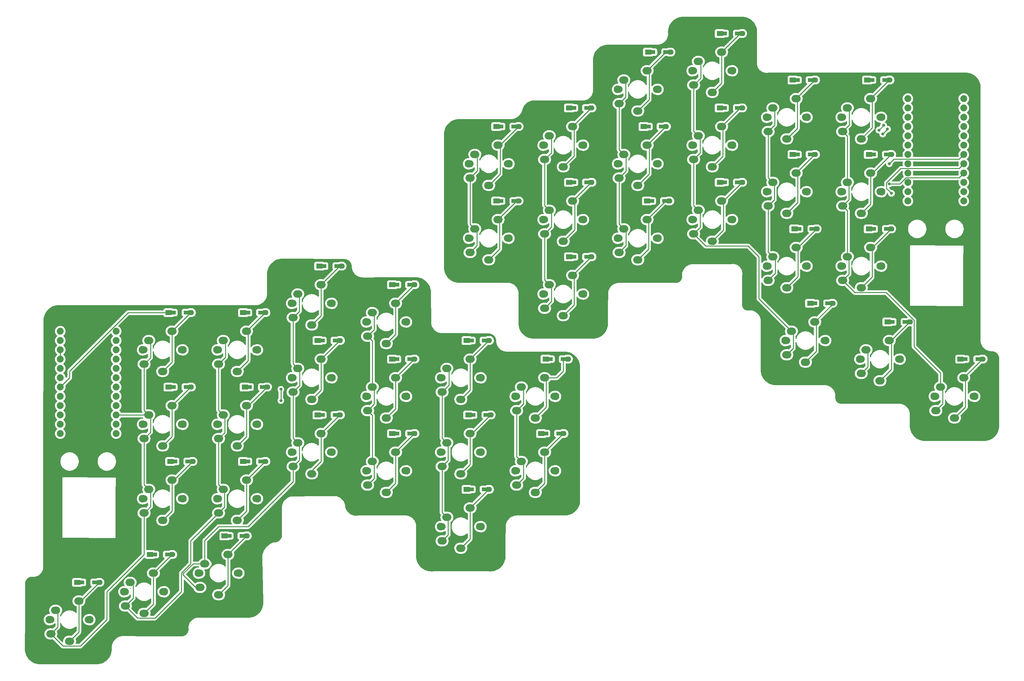
<source format=gbr>
%TF.GenerationSoftware,KiCad,Pcbnew,(6.0.2-0)*%
%TF.CreationDate,2022-03-13T16:27:42+11:00*%
%TF.ProjectId,Nydas,4e796461-732e-46b6-9963-61645f706362,rev?*%
%TF.SameCoordinates,Original*%
%TF.FileFunction,Copper,L1,Top*%
%TF.FilePolarity,Positive*%
%FSLAX46Y46*%
G04 Gerber Fmt 4.6, Leading zero omitted, Abs format (unit mm)*
G04 Created by KiCad (PCBNEW (6.0.2-0)) date 2022-03-13 16:27:42*
%MOMM*%
%LPD*%
G01*
G04 APERTURE LIST*
%TA.AperFunction,ComponentPad*%
%ADD10O,2.500000X2.000000*%
%TD*%
%TA.AperFunction,WasherPad*%
%ADD11C,2.100000*%
%TD*%
%TA.AperFunction,WasherPad*%
%ADD12C,1.900000*%
%TD*%
%TA.AperFunction,ComponentPad*%
%ADD13R,1.778000X1.397000*%
%TD*%
%TA.AperFunction,SMDPad,CuDef*%
%ADD14R,1.400000X1.000000*%
%TD*%
%TA.AperFunction,ComponentPad*%
%ADD15O,1.778000X1.397000*%
%TD*%
%TA.AperFunction,ComponentPad*%
%ADD16C,1.879600*%
%TD*%
%TA.AperFunction,ViaPad*%
%ADD17C,0.800000*%
%TD*%
%TA.AperFunction,Conductor*%
%ADD18C,0.250000*%
%TD*%
G04 APERTURE END LIST*
D10*
%TO.P,SW21,2,2*%
%TO.N,Net-(SW21-Pad2)*%
X55880000Y-101600000D03*
X53340000Y-112580000D03*
%TO.P,SW21,1,1*%
%TO.N,col5_r*%
X48240000Y-110580000D03*
X49530000Y-104140000D03*
D11*
%TO.P,SW21,*%
%TO.N,*%
X47840000Y-106680000D03*
D12*
X48260000Y-106680000D03*
X58420000Y-106680000D03*
D11*
X58840000Y-106680000D03*
%TD*%
D13*
%TO.P,D21,1,K*%
%TO.N,row0_r*%
X54960000Y-96520000D03*
D14*
X56185000Y-96520000D03*
%TO.P,D21,2,A*%
%TO.N,Net-(SW21-Pad2)*%
X59735000Y-96520000D03*
D15*
X60960000Y-96520000D03*
%TD*%
D14*
%TO.P,D6,1,K*%
%TO.N,row0_l*%
X246685000Y-33020000D03*
D13*
X245460000Y-33020000D03*
D15*
%TO.P,D6,2,A*%
%TO.N,Net-(D6-Pad2)*%
X251460000Y-33020000D03*
D14*
X250235000Y-33020000D03*
%TD*%
D13*
%TO.P,D14,1,K*%
%TO.N,row2_l*%
X185420000Y-66040000D03*
D14*
X186645000Y-66040000D03*
%TO.P,D14,2,A*%
%TO.N,Net-(D14-Pad2)*%
X190195000Y-66040000D03*
D15*
X191420000Y-66040000D03*
%TD*%
D11*
%TO.P,SW8,*%
%TO.N,*%
X157060000Y-71120000D03*
D12*
X167640000Y-71120000D03*
D11*
X168060000Y-71120000D03*
D12*
X157480000Y-71120000D03*
D10*
%TO.P,SW8,1,1*%
%TO.N,col1_l*%
X157460000Y-75020000D03*
X158750000Y-68580000D03*
%TO.P,SW8,2,2*%
%TO.N,Net-(D8-Pad2)*%
X162560000Y-77020000D03*
X165100000Y-66040000D03*
%TD*%
D14*
%TO.P,D39,1,K*%
%TO.N,row3_r*%
X51105000Y-162560000D03*
D13*
X49880000Y-162560000D03*
D15*
%TO.P,D39,2,A*%
%TO.N,Net-(SW39-Pad2)*%
X55880000Y-162560000D03*
D14*
X54655000Y-162560000D03*
%TD*%
D11*
%TO.P,SW27,*%
%TO.N,*%
X58840000Y-127000000D03*
D12*
X58420000Y-127000000D03*
X48260000Y-127000000D03*
D11*
X47840000Y-127000000D03*
D10*
%TO.P,SW27,1,1*%
%TO.N,col5_r*%
X48240000Y-130900000D03*
X49530000Y-124460000D03*
%TO.P,SW27,2,2*%
%TO.N,Net-(SW27-Pad2)*%
X55880000Y-121920000D03*
X53340000Y-132900000D03*
%TD*%
D12*
%TO.P,SW6,*%
%TO.N,*%
X248920000Y-43180000D03*
D11*
X238340000Y-43180000D03*
D12*
X238760000Y-43180000D03*
D11*
X249340000Y-43180000D03*
D10*
%TO.P,SW6,1,1*%
%TO.N,col5_l*%
X240030000Y-40640000D03*
X238740000Y-47080000D03*
%TO.P,SW6,2,2*%
%TO.N,Net-(D6-Pad2)*%
X243840000Y-49080000D03*
X246380000Y-38100000D03*
%TD*%
D11*
%TO.P,SW30,*%
%TO.N,*%
X119800000Y-119380000D03*
X108800000Y-119380000D03*
D12*
X119380000Y-119380000D03*
X109220000Y-119380000D03*
D10*
%TO.P,SW30,1,1*%
%TO.N,col2_r*%
X110490000Y-116840000D03*
X109200000Y-123280000D03*
%TO.P,SW30,2,2*%
%TO.N,Net-(SW30-Pad2)*%
X114300000Y-125280000D03*
X116840000Y-114300000D03*
%TD*%
D13*
%TO.P,D37,1,K*%
%TO.N,row2_r*%
X136240000Y-144780000D03*
D14*
X137465000Y-144780000D03*
D15*
%TO.P,D37,2,A*%
%TO.N,Net-(SW37-Pad2)*%
X142240000Y-144780000D03*
D14*
X141015000Y-144780000D03*
%TD*%
D13*
%TO.P,D16,1,K*%
%TO.N,row2_l*%
X225600000Y-73660000D03*
D14*
X226825000Y-73660000D03*
D15*
%TO.P,D16,2,A*%
%TO.N,Net-(D16-Pad2)*%
X231600000Y-73660000D03*
D14*
X230375000Y-73660000D03*
%TD*%
D11*
%TO.P,SW38,*%
%TO.N,*%
X33440000Y-180340000D03*
D12*
X22860000Y-180340000D03*
X33020000Y-180340000D03*
D11*
X22440000Y-180340000D03*
D10*
%TO.P,SW38,1,1*%
%TO.N,col5_r*%
X22840000Y-184240000D03*
X24130000Y-177800000D03*
%TO.P,SW38,2,2*%
%TO.N,Net-(SW38-Pad2)*%
X30480000Y-175260000D03*
X27940000Y-186240000D03*
%TD*%
D13*
%TO.P,D33,1,K*%
%TO.N,row2_r*%
X55420000Y-137160000D03*
D14*
X56645000Y-137160000D03*
%TO.P,D33,2,A*%
%TO.N,Net-(SW33-Pad2)*%
X60195000Y-137160000D03*
D15*
X61420000Y-137160000D03*
%TD*%
D14*
%TO.P,D7,1,K*%
%TO.N,row1_l*%
X145545000Y-66040000D03*
D13*
X144320000Y-66040000D03*
D15*
%TO.P,D7,2,A*%
%TO.N,Net-(D7-Pad2)*%
X150320000Y-66040000D03*
D14*
X149095000Y-66040000D03*
%TD*%
D13*
%TO.P,D19,1,K*%
%TO.N,row3_l*%
X251000000Y-99060000D03*
D14*
X252225000Y-99060000D03*
D15*
%TO.P,D19,2,A*%
%TO.N,Net-(D19-Pad2)*%
X257000000Y-99060000D03*
D14*
X255775000Y-99060000D03*
%TD*%
%TO.P,D35,1,K*%
%TO.N,row2_r*%
X96825000Y-124460000D03*
D13*
X95600000Y-124460000D03*
D15*
%TO.P,D35,2,A*%
%TO.N,Net-(SW35-Pad2)*%
X101600000Y-124460000D03*
D14*
X100375000Y-124460000D03*
%TD*%
D11*
%TO.P,SW4,*%
%TO.N,*%
X197700000Y-30480000D03*
X208700000Y-30480000D03*
D12*
X208280000Y-30480000D03*
X198120000Y-30480000D03*
D10*
%TO.P,SW4,1,1*%
%TO.N,col3_l*%
X198100000Y-34380000D03*
X199390000Y-27940000D03*
%TO.P,SW4,2,2*%
%TO.N,Net-(D4-Pad2)*%
X205740000Y-25400000D03*
X203200000Y-36380000D03*
%TD*%
D13*
%TO.P,D24,1,K*%
%TO.N,row0_r*%
X115920000Y-88900000D03*
D14*
X117145000Y-88900000D03*
%TO.P,D24,2,A*%
%TO.N,Net-(SW24-Pad2)*%
X120695000Y-88900000D03*
D15*
X121920000Y-88900000D03*
%TD*%
D13*
%TO.P,D26,1,K*%
%TO.N,row0_r*%
X157785000Y-109220000D03*
D14*
X159010000Y-109220000D03*
%TO.P,D26,2,A*%
%TO.N,Net-(SW26-Pad2)*%
X162560000Y-109220000D03*
D15*
X163785000Y-109220000D03*
%TD*%
D14*
%TO.P,D1,1,K*%
%TO.N,row0_l*%
X145545000Y-45720000D03*
D13*
X144320000Y-45720000D03*
D14*
%TO.P,D1,2,A*%
%TO.N,Net-(D1-Pad2)*%
X149095000Y-45720000D03*
D15*
X150320000Y-45720000D03*
%TD*%
D11*
%TO.P,SW16,*%
%TO.N,*%
X229020000Y-83820000D03*
X218020000Y-83820000D03*
D12*
X218440000Y-83820000D03*
X228600000Y-83820000D03*
D10*
%TO.P,SW16,1,1*%
%TO.N,col4_l*%
X218420000Y-87720000D03*
X219710000Y-81280000D03*
%TO.P,SW16,2,2*%
%TO.N,Net-(D16-Pad2)*%
X223520000Y-89720000D03*
X226060000Y-78740000D03*
%TD*%
D11*
%TO.P,SW26,*%
%TO.N,*%
X149440000Y-119380000D03*
X160440000Y-119380000D03*
D12*
X149860000Y-119380000D03*
X160020000Y-119380000D03*
D10*
%TO.P,SW26,1,1*%
%TO.N,col0_r*%
X151130000Y-116840000D03*
X149840000Y-123280000D03*
%TO.P,SW26,2,2*%
%TO.N,Net-(SW26-Pad2)*%
X157480000Y-114300000D03*
X154940000Y-125280000D03*
%TD*%
D12*
%TO.P,SW14,*%
%TO.N,*%
X177800000Y-76200000D03*
D11*
X177380000Y-76200000D03*
D12*
X187960000Y-76200000D03*
D11*
X188380000Y-76200000D03*
D10*
%TO.P,SW14,1,1*%
%TO.N,col2_l*%
X179070000Y-73660000D03*
X177780000Y-80100000D03*
%TO.P,SW14,2,2*%
%TO.N,Net-(D14-Pad2)*%
X185420000Y-71120000D03*
X182880000Y-82100000D03*
%TD*%
D12*
%TO.P,SW9,*%
%TO.N,*%
X177800000Y-55880000D03*
D11*
X177380000Y-55880000D03*
X188380000Y-55880000D03*
D12*
X187960000Y-55880000D03*
D10*
%TO.P,SW9,1,1*%
%TO.N,col2_l*%
X179070000Y-53340000D03*
X177780000Y-59780000D03*
%TO.P,SW9,2,2*%
%TO.N,Net-(D9-Pad2)*%
X185420000Y-50800000D03*
X182880000Y-61780000D03*
%TD*%
D14*
%TO.P,D4,1,K*%
%TO.N,row0_l*%
X206505000Y-20320000D03*
D13*
X205280000Y-20320000D03*
D15*
%TO.P,D4,2,A*%
%TO.N,Net-(D4-Pad2)*%
X211280000Y-20320000D03*
D14*
X210055000Y-20320000D03*
%TD*%
D11*
%TO.P,SW12,*%
%TO.N,*%
X249340000Y-63500000D03*
X238340000Y-63500000D03*
D12*
X238760000Y-63500000D03*
X248920000Y-63500000D03*
D10*
%TO.P,SW12,1,1*%
%TO.N,col5_l*%
X238740000Y-67400000D03*
X240030000Y-60960000D03*
%TO.P,SW12,2,2*%
%TO.N,Net-(D12-Pad2)*%
X243840000Y-69400000D03*
X246380000Y-58420000D03*
%TD*%
D14*
%TO.P,D9,1,K*%
%TO.N,row1_l*%
X185725000Y-45720000D03*
D13*
X184500000Y-45720000D03*
D14*
%TO.P,D9,2,A*%
%TO.N,Net-(D9-Pad2)*%
X189275000Y-45720000D03*
D15*
X190500000Y-45720000D03*
%TD*%
D12*
%TO.P,SW39,*%
%TO.N,*%
X43180000Y-172720000D03*
D11*
X42760000Y-172720000D03*
X53760000Y-172720000D03*
D12*
X53340000Y-172720000D03*
D10*
%TO.P,SW39,1,1*%
%TO.N,col4_r*%
X44450000Y-170180000D03*
X43160000Y-176620000D03*
%TO.P,SW39,2,2*%
%TO.N,Net-(SW39-Pad2)*%
X50800000Y-167640000D03*
X48260000Y-178620000D03*
%TD*%
D12*
%TO.P,SW28,*%
%TO.N,*%
X68580000Y-127000000D03*
X78740000Y-127000000D03*
D11*
X79160000Y-127000000D03*
X68160000Y-127000000D03*
D10*
%TO.P,SW28,1,1*%
%TO.N,col4_r*%
X68560000Y-130900000D03*
X69850000Y-124460000D03*
%TO.P,SW28,2,2*%
%TO.N,Net-(SW28-Pad2)*%
X73660000Y-132900000D03*
X76200000Y-121920000D03*
%TD*%
D11*
%TO.P,SW37,*%
%TO.N,*%
X140120000Y-154940000D03*
X129120000Y-154940000D03*
D12*
X139700000Y-154940000D03*
X129540000Y-154940000D03*
D10*
%TO.P,SW37,1,1*%
%TO.N,col1_r*%
X129520000Y-158840000D03*
X130810000Y-152400000D03*
%TO.P,SW37,2,2*%
%TO.N,Net-(SW37-Pad2)*%
X137160000Y-149860000D03*
X134620000Y-160840000D03*
%TD*%
D16*
%TO.P,U2,1,TX*%
%TO.N,LED_r*%
X25400000Y-101600000D03*
%TO.P,U2,2,RX*%
%TO.N,data_r*%
X25400000Y-104140000D03*
%TO.P,U2,3,GND*%
%TO.N,GND*%
X25400000Y-106680000D03*
%TO.P,U2,4,GND*%
X25400000Y-109220000D03*
%TO.P,U2,5,SDA*%
%TO.N,SDA*%
X25400000Y-111760000D03*
%TO.P,U2,6,SCL*%
%TO.N,SCL*%
X25400000Y-114300000D03*
%TO.P,U2,7,D4*%
%TO.N,row0_r*%
X25400000Y-116840000D03*
%TO.P,U2,8,C6*%
%TO.N,row1_r*%
X25400000Y-119380000D03*
%TO.P,U2,9,D7*%
%TO.N,row2_r*%
X25400000Y-121920000D03*
%TO.P,U2,10,E6*%
%TO.N,row3_r*%
X25400000Y-124460000D03*
%TO.P,U2,11,B4*%
%TO.N,unconnected-(U2-Pad11)*%
X25400000Y-127000000D03*
%TO.P,U2,12,B5*%
%TO.N,unconnected-(U2-Pad12)*%
X25400000Y-129540000D03*
%TO.P,U2,13,B6*%
%TO.N,unconnected-(U2-Pad13)*%
X40640000Y-129540000D03*
%TO.P,U2,14,B2*%
%TO.N,unconnected-(U2-Pad14)*%
X40640000Y-127000000D03*
%TO.P,U2,15,B3*%
%TO.N,col5_r*%
X40640000Y-124460000D03*
%TO.P,U2,16,B1*%
%TO.N,col4_r*%
X40640000Y-121920000D03*
%TO.P,U2,17,F7*%
%TO.N,col3_r*%
X40640000Y-119380000D03*
%TO.P,U2,18,F6*%
%TO.N,col2_r*%
X40640000Y-116840000D03*
%TO.P,U2,19,F5*%
%TO.N,col1_r*%
X40640000Y-114300000D03*
%TO.P,U2,20,F4*%
%TO.N,col0_r*%
X40640000Y-111760000D03*
%TO.P,U2,21,VCC*%
%TO.N,VCC*%
X40640000Y-109220000D03*
%TO.P,U2,22,RST*%
%TO.N,reset_r*%
X40640000Y-106680000D03*
%TO.P,U2,23,GND*%
%TO.N,GND*%
X40640000Y-104140000D03*
%TO.P,U2,24,RAW*%
%TO.N,unconnected-(U2-Pad24)*%
X40640000Y-101600000D03*
%TD*%
D13*
%TO.P,D13,1,K*%
%TO.N,row2_l*%
X164180000Y-81280000D03*
D14*
X165405000Y-81280000D03*
D15*
%TO.P,D13,2,A*%
%TO.N,Net-(D13-Pad2)*%
X170180000Y-81280000D03*
D14*
X168955000Y-81280000D03*
%TD*%
D13*
%TO.P,D25,1,K*%
%TO.N,row0_r*%
X136240000Y-104140000D03*
D14*
X137465000Y-104140000D03*
D15*
%TO.P,D25,2,A*%
%TO.N,Net-(SW25-Pad2)*%
X142240000Y-104140000D03*
D14*
X141015000Y-104140000D03*
%TD*%
%TO.P,D17,1,K*%
%TO.N,row2_l*%
X247145000Y-73660000D03*
D13*
X245920000Y-73660000D03*
D15*
%TO.P,D17,2,A*%
%TO.N,Net-(D17-Pad2)*%
X251920000Y-73660000D03*
D14*
X250695000Y-73660000D03*
%TD*%
D13*
%TO.P,D5,1,K*%
%TO.N,row0_l*%
X225140000Y-33020000D03*
D14*
X226365000Y-33020000D03*
D15*
%TO.P,D5,2,A*%
%TO.N,Net-(D5-Pad2)*%
X231140000Y-33020000D03*
D14*
X229915000Y-33020000D03*
%TD*%
D11*
%TO.P,SW29,*%
%TO.N,*%
X88480000Y-114300000D03*
D12*
X99060000Y-114300000D03*
X88900000Y-114300000D03*
D11*
X99480000Y-114300000D03*
D10*
%TO.P,SW29,1,1*%
%TO.N,col3_r*%
X88880000Y-118200000D03*
X90170000Y-111760000D03*
%TO.P,SW29,2,2*%
%TO.N,Net-(SW29-Pad2)*%
X93980000Y-120200000D03*
X96520000Y-109220000D03*
%TD*%
D11*
%TO.P,SW10,*%
%TO.N,*%
X197700000Y-50800000D03*
D12*
X198120000Y-50800000D03*
X208280000Y-50800000D03*
D11*
X208700000Y-50800000D03*
D10*
%TO.P,SW10,1,1*%
%TO.N,col3_l*%
X199390000Y-48260000D03*
X198100000Y-54700000D03*
%TO.P,SW10,2,2*%
%TO.N,Net-(D10-Pad2)*%
X203200000Y-56700000D03*
X205740000Y-45720000D03*
%TD*%
D11*
%TO.P,SW40,*%
%TO.N,*%
X74080000Y-167640000D03*
D12*
X63500000Y-167640000D03*
X73660000Y-167640000D03*
D11*
X63080000Y-167640000D03*
D10*
%TO.P,SW40,1,1*%
%TO.N,col3_r*%
X63480000Y-171540000D03*
X64770000Y-165100000D03*
%TO.P,SW40,2,2*%
%TO.N,Net-(SW40-Pad2)*%
X71120000Y-162560000D03*
X68580000Y-173540000D03*
%TD*%
D12*
%TO.P,SW15,*%
%TO.N,*%
X208280000Y-71120000D03*
D11*
X197700000Y-71120000D03*
X208700000Y-71120000D03*
D12*
X198120000Y-71120000D03*
D10*
%TO.P,SW15,1,1*%
%TO.N,col3_l*%
X199390000Y-68580000D03*
X198100000Y-75020000D03*
%TO.P,SW15,2,2*%
%TO.N,Net-(D15-Pad2)*%
X205740000Y-66040000D03*
X203200000Y-77020000D03*
%TD*%
D14*
%TO.P,D31,1,K*%
%TO.N,row1_r*%
X137925000Y-124460000D03*
D13*
X136700000Y-124460000D03*
D14*
%TO.P,D31,2,A*%
%TO.N,Net-(SW31-Pad2)*%
X141475000Y-124460000D03*
D15*
X142700000Y-124460000D03*
%TD*%
D11*
%TO.P,SW3,*%
%TO.N,*%
X188380000Y-35560000D03*
D12*
X177800000Y-35560000D03*
X187960000Y-35560000D03*
D11*
X177380000Y-35560000D03*
D10*
%TO.P,SW3,1,1*%
%TO.N,col2_l*%
X177780000Y-39460000D03*
X179070000Y-33020000D03*
%TO.P,SW3,2,2*%
%TO.N,Net-(D3-Pad2)*%
X182880000Y-41460000D03*
X185420000Y-30480000D03*
%TD*%
D13*
%TO.P,D23,1,K*%
%TO.N,row0_r*%
X96060000Y-83820000D03*
D14*
X97285000Y-83820000D03*
%TO.P,D23,2,A*%
%TO.N,Net-(SW23-Pad2)*%
X100835000Y-83820000D03*
D15*
X102060000Y-83820000D03*
%TD*%
D12*
%TO.P,SW23,*%
%TO.N,*%
X99060000Y-93980000D03*
X88900000Y-93980000D03*
D11*
X88480000Y-93980000D03*
X99480000Y-93980000D03*
D10*
%TO.P,SW23,1,1*%
%TO.N,col3_r*%
X90170000Y-91440000D03*
X88880000Y-97880000D03*
%TO.P,SW23,2,2*%
%TO.N,Net-(SW23-Pad2)*%
X96520000Y-88900000D03*
X93980000Y-99880000D03*
%TD*%
D14*
%TO.P,D10,1,K*%
%TO.N,row1_l*%
X206505000Y-40640000D03*
D13*
X205280000Y-40640000D03*
D14*
%TO.P,D10,2,A*%
%TO.N,Net-(D10-Pad2)*%
X210055000Y-40640000D03*
D15*
X211280000Y-40640000D03*
%TD*%
D12*
%TO.P,SW5,*%
%TO.N,*%
X228600000Y-43180000D03*
X218440000Y-43180000D03*
D11*
X229020000Y-43180000D03*
X218020000Y-43180000D03*
D10*
%TO.P,SW5,1,1*%
%TO.N,col4_l*%
X219710000Y-40640000D03*
X218420000Y-47080000D03*
%TO.P,SW5,2,2*%
%TO.N,Net-(D5-Pad2)*%
X223520000Y-49080000D03*
X226060000Y-38100000D03*
%TD*%
D11*
%TO.P,SW2,*%
%TO.N,*%
X157060000Y-50800000D03*
D12*
X157480000Y-50800000D03*
X167640000Y-50800000D03*
D11*
X168060000Y-50800000D03*
D10*
%TO.P,SW2,1,1*%
%TO.N,col1_l*%
X158750000Y-48260000D03*
X157460000Y-54700000D03*
%TO.P,SW2,2,2*%
%TO.N,Net-(D2-Pad2)*%
X165100000Y-45720000D03*
X162560000Y-56700000D03*
%TD*%
D11*
%TO.P,SW25,*%
%TO.N,*%
X129120000Y-114300000D03*
D12*
X139700000Y-114300000D03*
D11*
X140120000Y-114300000D03*
D12*
X129540000Y-114300000D03*
D10*
%TO.P,SW25,1,1*%
%TO.N,col1_r*%
X129520000Y-118200000D03*
X130810000Y-111760000D03*
%TO.P,SW25,2,2*%
%TO.N,Net-(SW25-Pad2)*%
X137160000Y-109220000D03*
X134620000Y-120200000D03*
%TD*%
D11*
%TO.P,SW13,*%
%TO.N,*%
X168060000Y-91440000D03*
D12*
X167640000Y-91440000D03*
D11*
X157060000Y-91440000D03*
D12*
X157480000Y-91440000D03*
D10*
%TO.P,SW13,1,1*%
%TO.N,col1_l*%
X157460000Y-95340000D03*
X158750000Y-88900000D03*
%TO.P,SW13,2,2*%
%TO.N,Net-(D13-Pad2)*%
X165100000Y-86360000D03*
X162560000Y-97340000D03*
%TD*%
D13*
%TO.P,D2,1,K*%
%TO.N,row0_l*%
X164180000Y-40640000D03*
D14*
X165405000Y-40640000D03*
%TO.P,D2,2,A*%
%TO.N,Net-(D2-Pad2)*%
X168955000Y-40640000D03*
D15*
X170180000Y-40640000D03*
%TD*%
D13*
%TO.P,D40,1,K*%
%TO.N,row3_r*%
X70200000Y-157480000D03*
D14*
X71425000Y-157480000D03*
%TO.P,D40,2,A*%
%TO.N,Net-(SW40-Pad2)*%
X74975000Y-157480000D03*
D15*
X76200000Y-157480000D03*
%TD*%
D16*
%TO.P,U1,1,TX*%
%TO.N,LED_l*%
X256540000Y-38100000D03*
%TO.P,U1,2,RX*%
%TO.N,data_l*%
X256540000Y-40640000D03*
%TO.P,U1,3,GND*%
%TO.N,GND*%
X256540000Y-43180000D03*
%TO.P,U1,4,GND*%
X256540000Y-45720000D03*
%TO.P,U1,5,SDA*%
%TO.N,SDA*%
X256540000Y-48260000D03*
%TO.P,U1,6,SCL*%
%TO.N,SCL*%
X256540000Y-50800000D03*
%TO.P,U1,7,D4*%
%TO.N,row0_l*%
X256540000Y-53340000D03*
%TO.P,U1,8,C6*%
%TO.N,row1_l*%
X256540000Y-55880000D03*
%TO.P,U1,9,D7*%
%TO.N,row2_l*%
X256540000Y-58420000D03*
%TO.P,U1,10,E6*%
%TO.N,row3_l*%
X256540000Y-60960000D03*
%TO.P,U1,11,B4*%
%TO.N,unconnected-(U1-Pad11)*%
X256540000Y-63500000D03*
%TO.P,U1,12,B5*%
%TO.N,unconnected-(U1-Pad12)*%
X256540000Y-66040000D03*
%TO.P,U1,13,B6*%
%TO.N,unconnected-(U1-Pad13)*%
X271780000Y-66040000D03*
%TO.P,U1,14,B2*%
%TO.N,unconnected-(U1-Pad14)*%
X271780000Y-63500000D03*
%TO.P,U1,15,B3*%
%TO.N,col5_l*%
X271780000Y-60960000D03*
%TO.P,U1,16,B1*%
%TO.N,col4_l*%
X271780000Y-58420000D03*
%TO.P,U1,17,F7*%
%TO.N,col3_l*%
X271780000Y-55880000D03*
%TO.P,U1,18,F6*%
%TO.N,col2_l*%
X271780000Y-53340000D03*
%TO.P,U1,19,F5*%
%TO.N,col1_l*%
X271780000Y-50800000D03*
%TO.P,U1,20,F4*%
%TO.N,col0_l*%
X271780000Y-48260000D03*
%TO.P,U1,21,VCC*%
%TO.N,VCC*%
X271780000Y-45720000D03*
%TO.P,U1,22,RST*%
%TO.N,reset_l*%
X271780000Y-43180000D03*
%TO.P,U1,23,GND*%
%TO.N,GND*%
X271780000Y-40640000D03*
%TO.P,U1,24,RAW*%
%TO.N,unconnected-(U1-Pad24)*%
X271780000Y-38100000D03*
%TD*%
D14*
%TO.P,D18,1,K*%
%TO.N,row3_l*%
X231140000Y-93980000D03*
D13*
X229915000Y-93980000D03*
D15*
%TO.P,D18,2,A*%
%TO.N,Net-(D18-Pad2)*%
X235915000Y-93980000D03*
D14*
X234690000Y-93980000D03*
%TD*%
D12*
%TO.P,SW35,*%
%TO.N,*%
X88900000Y-134620000D03*
X99060000Y-134620000D03*
D11*
X88480000Y-134620000D03*
X99480000Y-134620000D03*
D10*
%TO.P,SW35,1,1*%
%TO.N,col3_r*%
X90170000Y-132080000D03*
X88880000Y-138520000D03*
%TO.P,SW35,2,2*%
%TO.N,Net-(SW35-Pad2)*%
X96520000Y-129540000D03*
X93980000Y-140520000D03*
%TD*%
D13*
%TO.P,D8,1,K*%
%TO.N,row1_l*%
X164180000Y-60960000D03*
D14*
X165405000Y-60960000D03*
%TO.P,D8,2,A*%
%TO.N,Net-(D8-Pad2)*%
X168955000Y-60960000D03*
D15*
X170180000Y-60960000D03*
%TD*%
D13*
%TO.P,D28,1,K*%
%TO.N,row1_r*%
X75740000Y-116840000D03*
D14*
X76965000Y-116840000D03*
D15*
%TO.P,D28,2,A*%
%TO.N,Net-(SW28-Pad2)*%
X81740000Y-116840000D03*
D14*
X80515000Y-116840000D03*
%TD*%
D12*
%TO.P,SW34,*%
%TO.N,*%
X78740000Y-147320000D03*
D11*
X79160000Y-147320000D03*
D12*
X68580000Y-147320000D03*
D11*
X68160000Y-147320000D03*
D10*
%TO.P,SW34,1,1*%
%TO.N,col4_r*%
X69850000Y-144780000D03*
X68560000Y-151220000D03*
%TO.P,SW34,2,2*%
%TO.N,Net-(SW34-Pad2)*%
X73660000Y-153220000D03*
X76200000Y-142240000D03*
%TD*%
D12*
%TO.P,SW24,*%
%TO.N,*%
X119380000Y-99060000D03*
D11*
X108800000Y-99060000D03*
X119800000Y-99060000D03*
D12*
X109220000Y-99060000D03*
D10*
%TO.P,SW24,1,1*%
%TO.N,col2_r*%
X110490000Y-96520000D03*
X109200000Y-102960000D03*
%TO.P,SW24,2,2*%
%TO.N,Net-(SW24-Pad2)*%
X114300000Y-104960000D03*
X116840000Y-93980000D03*
%TD*%
D11*
%TO.P,SW20,*%
%TO.N,*%
X263740000Y-119380000D03*
D12*
X274320000Y-119380000D03*
X264160000Y-119380000D03*
D11*
X274740000Y-119380000D03*
D10*
%TO.P,SW20,1,1*%
%TO.N,col5_l*%
X265430000Y-116840000D03*
X264140000Y-123280000D03*
%TO.P,SW20,2,2*%
%TO.N,Net-(D20-Pad2)*%
X271780000Y-114300000D03*
X269240000Y-125280000D03*
%TD*%
D14*
%TO.P,D12,1,K*%
%TO.N,row1_l*%
X247145000Y-53340000D03*
D13*
X245920000Y-53340000D03*
D15*
%TO.P,D12,2,A*%
%TO.N,Net-(D12-Pad2)*%
X251920000Y-53340000D03*
D14*
X250695000Y-53340000D03*
%TD*%
%TO.P,D3,1,K*%
%TO.N,row0_l*%
X186950000Y-25400000D03*
D13*
X185725000Y-25400000D03*
D14*
%TO.P,D3,2,A*%
%TO.N,Net-(D3-Pad2)*%
X190500000Y-25400000D03*
D15*
X191725000Y-25400000D03*
%TD*%
D11*
%TO.P,SW22,*%
%TO.N,*%
X68160000Y-106680000D03*
D12*
X68580000Y-106680000D03*
D11*
X79160000Y-106680000D03*
D12*
X78740000Y-106680000D03*
D10*
%TO.P,SW22,1,1*%
%TO.N,col4_r*%
X69850000Y-104140000D03*
X68560000Y-110580000D03*
%TO.P,SW22,2,2*%
%TO.N,Net-(SW22-Pad2)*%
X73660000Y-112580000D03*
X76200000Y-101600000D03*
%TD*%
D13*
%TO.P,D32,1,K*%
%TO.N,row1_r*%
X156560000Y-129540000D03*
D14*
X157785000Y-129540000D03*
%TO.P,D32,2,A*%
%TO.N,Net-(SW32-Pad2)*%
X161335000Y-129540000D03*
D15*
X162560000Y-129540000D03*
%TD*%
D11*
%TO.P,SW17,*%
%TO.N,*%
X249340000Y-83820000D03*
X238340000Y-83820000D03*
D12*
X238760000Y-83820000D03*
X248920000Y-83820000D03*
D10*
%TO.P,SW17,1,1*%
%TO.N,col5_l*%
X240030000Y-81280000D03*
X238740000Y-87720000D03*
%TO.P,SW17,2,2*%
%TO.N,Net-(D17-Pad2)*%
X243840000Y-89720000D03*
X246380000Y-78740000D03*
%TD*%
D12*
%TO.P,SW19,*%
%TO.N,*%
X254000000Y-109220000D03*
D11*
X243420000Y-109220000D03*
X254420000Y-109220000D03*
D12*
X243840000Y-109220000D03*
D10*
%TO.P,SW19,1,1*%
%TO.N,col4_l*%
X243820000Y-113120000D03*
X245110000Y-106680000D03*
%TO.P,SW19,2,2*%
%TO.N,Net-(D19-Pad2)*%
X251460000Y-104140000D03*
X248920000Y-115120000D03*
%TD*%
D14*
%TO.P,D38,1,K*%
%TO.N,row3_r*%
X31245000Y-170180000D03*
D13*
X30020000Y-170180000D03*
D14*
%TO.P,D38,2,A*%
%TO.N,Net-(SW38-Pad2)*%
X34795000Y-170180000D03*
D15*
X36020000Y-170180000D03*
%TD*%
D13*
%TO.P,D20,1,K*%
%TO.N,row3_l*%
X270860000Y-109220000D03*
D14*
X272085000Y-109220000D03*
D15*
%TO.P,D20,2,A*%
%TO.N,Net-(D20-Pad2)*%
X276860000Y-109220000D03*
D14*
X275635000Y-109220000D03*
%TD*%
D12*
%TO.P,SW33,*%
%TO.N,*%
X58420000Y-147320000D03*
X48260000Y-147320000D03*
D11*
X58840000Y-147320000D03*
X47840000Y-147320000D03*
D10*
%TO.P,SW33,1,1*%
%TO.N,col5_r*%
X49530000Y-144780000D03*
X48240000Y-151220000D03*
%TO.P,SW33,2,2*%
%TO.N,Net-(SW33-Pad2)*%
X55880000Y-142240000D03*
X53340000Y-153220000D03*
%TD*%
D14*
%TO.P,D27,1,K*%
%TO.N,row1_r*%
X56185000Y-116840000D03*
D13*
X54960000Y-116840000D03*
D14*
%TO.P,D27,2,A*%
%TO.N,Net-(SW27-Pad2)*%
X59735000Y-116840000D03*
D15*
X60960000Y-116840000D03*
%TD*%
D13*
%TO.P,D11,1,K*%
%TO.N,row1_l*%
X225140000Y-53340000D03*
D14*
X226365000Y-53340000D03*
D15*
%TO.P,D11,2,A*%
%TO.N,Net-(D11-Pad2)*%
X231140000Y-53340000D03*
D14*
X229915000Y-53340000D03*
%TD*%
D13*
%TO.P,D15,1,K*%
%TO.N,row2_l*%
X205280000Y-60960000D03*
D14*
X206505000Y-60960000D03*
%TO.P,D15,2,A*%
%TO.N,Net-(D15-Pad2)*%
X210055000Y-60960000D03*
D15*
X211280000Y-60960000D03*
%TD*%
D13*
%TO.P,D22,1,K*%
%TO.N,row0_r*%
X75280000Y-96520000D03*
D14*
X76505000Y-96520000D03*
%TO.P,D22,2,A*%
%TO.N,Net-(SW22-Pad2)*%
X80055000Y-96520000D03*
D15*
X81280000Y-96520000D03*
%TD*%
D12*
%TO.P,SW7,*%
%TO.N,*%
X147320000Y-76200000D03*
D11*
X136740000Y-76200000D03*
D12*
X137160000Y-76200000D03*
D11*
X147740000Y-76200000D03*
D10*
%TO.P,SW7,1,1*%
%TO.N,col0_l*%
X137140000Y-80100000D03*
X138430000Y-73660000D03*
%TO.P,SW7,2,2*%
%TO.N,Net-(D7-Pad2)*%
X144780000Y-71120000D03*
X142240000Y-82100000D03*
%TD*%
D12*
%TO.P,SW11,*%
%TO.N,*%
X228600000Y-63500000D03*
D11*
X218020000Y-63500000D03*
D12*
X218440000Y-63500000D03*
D11*
X229020000Y-63500000D03*
D10*
%TO.P,SW11,1,1*%
%TO.N,col4_l*%
X219710000Y-60960000D03*
X218420000Y-67400000D03*
%TO.P,SW11,2,2*%
%TO.N,Net-(D11-Pad2)*%
X223520000Y-69400000D03*
X226060000Y-58420000D03*
%TD*%
D11*
%TO.P,SW36,*%
%TO.N,*%
X119800000Y-139700000D03*
D12*
X119380000Y-139700000D03*
X109220000Y-139700000D03*
D11*
X108800000Y-139700000D03*
D10*
%TO.P,SW36,1,1*%
%TO.N,col2_r*%
X110490000Y-137160000D03*
X109200000Y-143600000D03*
%TO.P,SW36,2,2*%
%TO.N,Net-(SW36-Pad2)*%
X116840000Y-134620000D03*
X114300000Y-145600000D03*
%TD*%
D12*
%TO.P,SW31,*%
%TO.N,*%
X139700000Y-134620000D03*
D11*
X129120000Y-134620000D03*
D12*
X129540000Y-134620000D03*
D11*
X140120000Y-134620000D03*
D10*
%TO.P,SW31,1,1*%
%TO.N,col1_r*%
X129520000Y-138520000D03*
X130810000Y-132080000D03*
%TO.P,SW31,2,2*%
%TO.N,Net-(SW31-Pad2)*%
X134620000Y-140520000D03*
X137160000Y-129540000D03*
%TD*%
D14*
%TO.P,D36,1,K*%
%TO.N,row2_r*%
X117145000Y-129540000D03*
D13*
X115920000Y-129540000D03*
D15*
%TO.P,D36,2,A*%
%TO.N,Net-(SW36-Pad2)*%
X121920000Y-129540000D03*
D14*
X120695000Y-129540000D03*
%TD*%
D13*
%TO.P,D34,1,K*%
%TO.N,row2_r*%
X75280000Y-137160000D03*
D14*
X76505000Y-137160000D03*
%TO.P,D34,2,A*%
%TO.N,Net-(SW34-Pad2)*%
X80055000Y-137160000D03*
D15*
X81280000Y-137160000D03*
%TD*%
D14*
%TO.P,D29,1,K*%
%TO.N,row1_r*%
X96825000Y-104140000D03*
D13*
X95600000Y-104140000D03*
D14*
%TO.P,D29,2,A*%
%TO.N,Net-(SW29-Pad2)*%
X100375000Y-104140000D03*
D15*
X101600000Y-104140000D03*
%TD*%
D12*
%TO.P,SW32,*%
%TO.N,*%
X149860000Y-139700000D03*
X160020000Y-139700000D03*
D11*
X149440000Y-139700000D03*
X160440000Y-139700000D03*
D10*
%TO.P,SW32,1,1*%
%TO.N,col0_r*%
X149840000Y-143600000D03*
X151130000Y-137160000D03*
%TO.P,SW32,2,2*%
%TO.N,Net-(SW32-Pad2)*%
X154940000Y-145600000D03*
X157480000Y-134620000D03*
%TD*%
D12*
%TO.P,SW18,*%
%TO.N,*%
X223520000Y-104140000D03*
X233680000Y-104140000D03*
D11*
X223100000Y-104140000D03*
X234100000Y-104140000D03*
D10*
%TO.P,SW18,1,1*%
%TO.N,col3_l*%
X223500000Y-108040000D03*
X224790000Y-101600000D03*
%TO.P,SW18,2,2*%
%TO.N,Net-(D18-Pad2)*%
X231140000Y-99060000D03*
X228600000Y-110040000D03*
%TD*%
D13*
%TO.P,D30,1,K*%
%TO.N,row1_r*%
X115920000Y-109220000D03*
D14*
X117145000Y-109220000D03*
D15*
%TO.P,D30,2,A*%
%TO.N,Net-(SW30-Pad2)*%
X121920000Y-109220000D03*
D14*
X120695000Y-109220000D03*
%TD*%
D11*
%TO.P,SW1,*%
%TO.N,*%
X136740000Y-55880000D03*
D12*
X137160000Y-55880000D03*
X147320000Y-55880000D03*
D11*
X147740000Y-55880000D03*
D10*
%TO.P,SW1,1,1*%
%TO.N,col0_l*%
X137140000Y-59780000D03*
X138430000Y-53340000D03*
%TO.P,SW1,2,2*%
%TO.N,Net-(D1-Pad2)*%
X144780000Y-50800000D03*
X142240000Y-61780000D03*
%TD*%
D17*
%TO.N,col0_l*%
X248617456Y-46697840D03*
X249901412Y-45413884D03*
%TO.N,col1_l*%
X250962072Y-46418719D03*
X249678116Y-47758499D03*
%TO.N,col2_l*%
X251460000Y-55880000D03*
%TO.N,col3_l*%
X252035931Y-63948669D03*
%TO.N,col4_l*%
X251432231Y-61350769D03*
%TO.N,col3_r*%
X85549240Y-117467136D03*
X85549240Y-120531270D03*
%TD*%
D18*
%TO.N,Net-(SW24-Pad2)*%
X116840000Y-93980000D02*
X116840000Y-102420000D01*
X116840000Y-102420000D02*
X114300000Y-104960000D01*
X121920000Y-88900000D02*
X116840000Y-93980000D01*
%TO.N,Net-(SW26-Pad2)*%
X157480000Y-114300000D02*
X157914736Y-114734736D01*
X157914736Y-114734736D02*
X157914736Y-122305264D01*
X157914736Y-122305264D02*
X154940000Y-125280000D01*
X157480000Y-114300000D02*
X160774542Y-114300000D01*
X162560000Y-112514542D02*
X162560000Y-109220000D01*
X160774542Y-114300000D02*
X162560000Y-112514542D01*
%TO.N,Net-(SW40-Pad2)*%
X76200000Y-157480000D02*
X71120000Y-162560000D01*
X71120000Y-162560000D02*
X71120000Y-171000000D01*
X71120000Y-171000000D02*
X68580000Y-173540000D01*
%TO.N,col3_r*%
X64770000Y-165100000D02*
X61595718Y-165100000D01*
X58869520Y-167826198D02*
X58869520Y-168089520D01*
X61595718Y-165100000D02*
X58869520Y-167826198D01*
X58869520Y-168089520D02*
X62320000Y-171540000D01*
X62320000Y-171540000D02*
X63480000Y-171540000D01*
%TO.N,col5_r*%
X22840000Y-184240000D02*
X26164520Y-187564520D01*
X26164520Y-187564520D02*
X30875480Y-187564520D01*
X30875480Y-187564520D02*
X38100000Y-180340000D01*
X38100000Y-180340000D02*
X38100000Y-172720000D01*
X38100000Y-172720000D02*
X48240000Y-162580000D01*
X48240000Y-162580000D02*
X48240000Y-151220000D01*
%TO.N,col4_r*%
X46484520Y-179944520D02*
X51195480Y-179944520D01*
X51195480Y-179944520D02*
X58420000Y-172720000D01*
X43160000Y-176620000D02*
X46484520Y-179944520D01*
X60960000Y-165100000D02*
X60960000Y-158820000D01*
X58420000Y-167640000D02*
X60960000Y-165100000D01*
X58420000Y-172720000D02*
X58420000Y-167640000D01*
X60960000Y-158820000D02*
X68560000Y-151220000D01*
%TO.N,col3_r*%
X76603154Y-154940000D02*
X68580000Y-154940000D01*
X88880000Y-142663154D02*
X76603154Y-154940000D01*
X64770000Y-158750000D02*
X64770000Y-165100000D01*
X68580000Y-154940000D02*
X64770000Y-158750000D01*
%TO.N,Net-(SW21-Pad2)*%
X55880000Y-101600000D02*
X55880000Y-110040000D01*
X55880000Y-110040000D02*
X53340000Y-112580000D01*
X60960000Y-96520000D02*
X55880000Y-101600000D01*
%TO.N,col2_r*%
X109200000Y-143600000D02*
X110999077Y-141800923D01*
X110999077Y-137669077D02*
X110490000Y-137160000D01*
X110999077Y-141800923D02*
X110999077Y-137669077D01*
%TO.N,col5_r*%
X22840000Y-184240000D02*
X24723930Y-182356070D01*
X24723930Y-182356070D02*
X24723930Y-178393930D01*
X24723930Y-178393930D02*
X24130000Y-177800000D01*
%TO.N,col4_r*%
X43160000Y-176620000D02*
X45275117Y-174504883D01*
X45275117Y-174504883D02*
X45275117Y-171005117D01*
X45275117Y-171005117D02*
X44450000Y-170180000D01*
X69850000Y-144780000D02*
X70140875Y-145070875D01*
X70140875Y-145070875D02*
X70140875Y-149639125D01*
X70140875Y-149639125D02*
X68560000Y-151220000D01*
%TO.N,col5_r*%
X49530000Y-144780000D02*
X49984904Y-145234904D01*
X49984904Y-145234904D02*
X49984904Y-149475096D01*
X49984904Y-149475096D02*
X48240000Y-151220000D01*
%TO.N,col0_r*%
X151130000Y-116840000D02*
X151713278Y-117423278D01*
X151713278Y-117423278D02*
X151713278Y-121406722D01*
X151713278Y-121406722D02*
X149840000Y-123280000D01*
X151130000Y-137160000D02*
X151713278Y-137743278D01*
X151713278Y-137743278D02*
X151713278Y-141726722D01*
X151713278Y-141726722D02*
X149840000Y-143600000D01*
%TO.N,col1_r*%
X130810000Y-152400000D02*
X131162091Y-152752091D01*
X131162091Y-152752091D02*
X131162091Y-157197909D01*
X131162091Y-157197909D02*
X129520000Y-158840000D01*
X130810000Y-132080000D02*
X131162091Y-132432091D01*
X131162091Y-132432091D02*
X131162091Y-136877909D01*
X131162091Y-136877909D02*
X129520000Y-138520000D01*
X130810000Y-111760000D02*
X131399220Y-112349220D01*
X131399220Y-112349220D02*
X131399220Y-116320780D01*
X131399220Y-116320780D02*
X129520000Y-118200000D01*
%TO.N,col2_r*%
X109200000Y-123280000D02*
X111006120Y-121473880D01*
X111006120Y-117356120D02*
X110490000Y-116840000D01*
X111006120Y-121473880D02*
X111006120Y-117356120D01*
%TO.N,col3_r*%
X90170000Y-111760000D02*
X90692062Y-112282062D01*
X90692062Y-112282062D02*
X90692062Y-116387938D01*
X90692062Y-116387938D02*
X88880000Y-118200000D01*
X90170000Y-132080000D02*
X90613019Y-132523019D01*
X90613019Y-132523019D02*
X90613019Y-136786981D01*
X90613019Y-136786981D02*
X88880000Y-138520000D01*
%TO.N,col4_r*%
X69850000Y-124460000D02*
X70219918Y-124829918D01*
X70219918Y-124829918D02*
X70219918Y-129240082D01*
X70219918Y-129240082D02*
X68560000Y-130900000D01*
%TO.N,col5_r*%
X49530000Y-124460000D02*
X49984904Y-124914904D01*
X49984904Y-129155096D02*
X48240000Y-130900000D01*
X49984904Y-124914904D02*
X49984904Y-129155096D01*
X49530000Y-104140000D02*
X49984904Y-104594904D01*
X49984904Y-108835096D02*
X48240000Y-110580000D01*
X49984904Y-104594904D02*
X49984904Y-108835096D01*
%TO.N,col4_r*%
X69850000Y-104140000D02*
X70457047Y-104747047D01*
X70457047Y-104747047D02*
X70457047Y-108682953D01*
X70457047Y-108682953D02*
X68560000Y-110580000D01*
%TO.N,Net-(SW22-Pad2)*%
X76200000Y-101600000D02*
X76622403Y-102022403D01*
X76622403Y-102022403D02*
X76622403Y-109617597D01*
X76622403Y-109617597D02*
X73660000Y-112580000D01*
%TO.N,col3_r*%
X90170000Y-91440000D02*
X90613019Y-91883019D01*
X90613019Y-96146981D02*
X88880000Y-97880000D01*
X90613019Y-91883019D02*
X90613019Y-96146981D01*
%TO.N,col2_r*%
X109200000Y-102960000D02*
X111006120Y-101153880D01*
X111006120Y-101153880D02*
X111006120Y-97036120D01*
X111006120Y-97036120D02*
X110490000Y-96520000D01*
%TO.N,Net-(SW24-Pad2)*%
X116840000Y-93980000D02*
X117250519Y-94390519D01*
%TO.N,Net-(D1-Pad2)*%
X144780000Y-50800000D02*
X145240000Y-50800000D01*
X145240000Y-50800000D02*
X150320000Y-45720000D01*
X145328423Y-51348423D02*
X144780000Y-50800000D01*
X142240000Y-61780000D02*
X145328423Y-58691577D01*
X145328423Y-58691577D02*
X145328423Y-51348423D01*
%TO.N,Net-(D2-Pad2)*%
X162560000Y-56700000D02*
X165488397Y-53771603D01*
X165488397Y-53771603D02*
X165488397Y-46108397D01*
X165100000Y-45720000D02*
X170180000Y-40640000D01*
X165488397Y-46108397D02*
X165100000Y-45720000D01*
%TO.N,Net-(D3-Pad2)*%
X185957470Y-38382530D02*
X185957470Y-31017470D01*
X182880000Y-41460000D02*
X185957470Y-38382530D01*
X190500000Y-25400000D02*
X191725000Y-25400000D01*
X185420000Y-30480000D02*
X190500000Y-25400000D01*
X185957470Y-31017470D02*
X185420000Y-30480000D01*
%TO.N,Net-(D4-Pad2)*%
X205740000Y-33840000D02*
X205740000Y-25400000D01*
X210820000Y-20320000D02*
X211280000Y-20320000D01*
X203200000Y-36380000D02*
X205740000Y-33840000D01*
X205740000Y-25400000D02*
X210820000Y-20320000D01*
%TO.N,Net-(D5-Pad2)*%
X226414157Y-46185843D02*
X223520000Y-49080000D01*
X226414157Y-38454157D02*
X226414157Y-46185843D01*
X226060000Y-38100000D02*
X226414157Y-38454157D01*
X231140000Y-33020000D02*
X226060000Y-38100000D01*
%TO.N,Net-(D6-Pad2)*%
X246831993Y-46088007D02*
X243840000Y-49080000D01*
X246831993Y-38551993D02*
X246831993Y-46088007D01*
X246380000Y-38100000D02*
X246831993Y-38551993D01*
X251460000Y-33020000D02*
X246380000Y-38100000D01*
%TO.N,Net-(D7-Pad2)*%
X145200331Y-79139669D02*
X145200331Y-71540331D01*
X149860000Y-66040000D02*
X150320000Y-66040000D01*
X144780000Y-71120000D02*
X149860000Y-66040000D01*
X145200331Y-71540331D02*
X144780000Y-71120000D01*
X142240000Y-82100000D02*
X145200331Y-79139669D01*
%TO.N,Net-(D8-Pad2)*%
X165100000Y-66040000D02*
X170180000Y-60960000D01*
X165660677Y-73919323D02*
X165660677Y-66600677D01*
X165660677Y-66600677D02*
X165100000Y-66040000D01*
X162560000Y-77020000D02*
X165660677Y-73919323D01*
%TO.N,Net-(D9-Pad2)*%
X185420000Y-50800000D02*
X190500000Y-45720000D01*
X182880000Y-61780000D02*
X185976040Y-58683960D01*
X185976040Y-58683960D02*
X185976040Y-51356040D01*
X185976040Y-51356040D02*
X185420000Y-50800000D01*
%TO.N,Net-(D10-Pad2)*%
X210820000Y-40640000D02*
X211280000Y-40640000D01*
X206086455Y-46066455D02*
X205740000Y-45720000D01*
X205740000Y-45720000D02*
X210820000Y-40640000D01*
X203200000Y-56700000D02*
X206086455Y-53813545D01*
X206086455Y-53813545D02*
X206086455Y-46066455D01*
%TO.N,Net-(D11-Pad2)*%
X226491012Y-58851012D02*
X226491012Y-66428988D01*
X231140000Y-53340000D02*
X226060000Y-58420000D01*
X226060000Y-58420000D02*
X226491012Y-58851012D01*
X226491012Y-66428988D02*
X223520000Y-69400000D01*
%TO.N,Net-(D12-Pad2)*%
X246380000Y-66860000D02*
X243840000Y-69400000D01*
X251920000Y-53340000D02*
X246840000Y-58420000D01*
X246380000Y-58420000D02*
X246380000Y-66860000D01*
X246840000Y-58420000D02*
X246380000Y-58420000D01*
%TO.N,Net-(D13-Pad2)*%
X165539634Y-86799634D02*
X165100000Y-86360000D01*
X165539634Y-94360366D02*
X165539634Y-86799634D01*
X162560000Y-97340000D02*
X165539634Y-94360366D01*
X165100000Y-86360000D02*
X170180000Y-81280000D01*
%TO.N,Net-(D14-Pad2)*%
X190500000Y-66040000D02*
X191420000Y-66040000D01*
X185829378Y-71529378D02*
X185420000Y-71120000D01*
X185420000Y-71120000D02*
X190500000Y-66040000D01*
X182880000Y-82100000D02*
X185829378Y-79150622D01*
X185829378Y-79150622D02*
X185829378Y-71529378D01*
%TO.N,Net-(D15-Pad2)*%
X205740000Y-66040000D02*
X206214547Y-66514547D01*
X206200000Y-66040000D02*
X205740000Y-66040000D01*
X211280000Y-60960000D02*
X206200000Y-66040000D01*
X206214547Y-74005453D02*
X203200000Y-77020000D01*
X206214547Y-66514547D02*
X206214547Y-74005453D01*
%TO.N,Net-(D16-Pad2)*%
X226060000Y-78740000D02*
X226542248Y-79222248D01*
X231600000Y-73660000D02*
X226520000Y-78740000D01*
X226520000Y-78740000D02*
X226060000Y-78740000D01*
X226542248Y-86697752D02*
X223520000Y-89720000D01*
X226542248Y-79222248D02*
X226542248Y-86697752D01*
%TO.N,Net-(D17-Pad2)*%
X246380000Y-78740000D02*
X246780756Y-79140756D01*
X246780756Y-79140756D02*
X246780756Y-86779244D01*
X251920000Y-73660000D02*
X246840000Y-78740000D01*
X246840000Y-78740000D02*
X246380000Y-78740000D01*
X246780756Y-86779244D02*
X243840000Y-89720000D01*
%TO.N,Net-(D18-Pad2)*%
X231140000Y-99060000D02*
X231537829Y-99457829D01*
X231537829Y-99457829D02*
X231537829Y-107102171D01*
X231537829Y-107102171D02*
X228600000Y-110040000D01*
X235915000Y-93980000D02*
X235915000Y-94285000D01*
X235915000Y-94285000D02*
X231140000Y-99060000D01*
%TO.N,Net-(D19-Pad2)*%
X251920000Y-104140000D02*
X251460000Y-104140000D01*
X257000000Y-99060000D02*
X251920000Y-104140000D01*
X251460000Y-104140000D02*
X252032520Y-104712520D01*
X252032520Y-112007480D02*
X248920000Y-115120000D01*
X252032520Y-104712520D02*
X252032520Y-112007480D01*
%TO.N,Net-(D20-Pad2)*%
X272219791Y-122300209D02*
X269240000Y-125280000D01*
X272219791Y-114739791D02*
X272219791Y-122300209D01*
X276860000Y-109220000D02*
X271780000Y-114300000D01*
X271780000Y-114300000D02*
X272219791Y-114739791D01*
%TO.N,col0_l*%
X139026305Y-78213695D02*
X137140000Y-80100000D01*
X139077542Y-53987542D02*
X139077542Y-57842458D01*
X137140000Y-72370000D02*
X138430000Y-73660000D01*
X138430000Y-73660000D02*
X139026305Y-74256305D01*
X139077542Y-57842458D02*
X137140000Y-59780000D01*
X139026305Y-74256305D02*
X139026305Y-78213695D01*
X249901412Y-45413884D02*
X248617456Y-46697840D01*
X138430000Y-53340000D02*
X139077542Y-53987542D01*
X137140000Y-59780000D02*
X137140000Y-72370000D01*
%TO.N,col1_l*%
X159288753Y-52871247D02*
X157460000Y-54700000D01*
X250962072Y-46418719D02*
X250962072Y-46474543D01*
X159288753Y-48798753D02*
X159288753Y-52871247D01*
X158750000Y-68580000D02*
X159358559Y-69188559D01*
X159365608Y-89515608D02*
X159365608Y-93434392D01*
X158750000Y-88900000D02*
X159365608Y-89515608D01*
X157460000Y-75020000D02*
X157460000Y-87610000D01*
X157460000Y-87610000D02*
X158750000Y-88900000D01*
X159358559Y-69188559D02*
X159358559Y-73121441D01*
X250962072Y-46474543D02*
X249678116Y-47758499D01*
X158750000Y-48260000D02*
X159288753Y-48798753D01*
X157460000Y-67290000D02*
X158750000Y-68580000D01*
X159365608Y-93434392D02*
X157460000Y-95340000D01*
X157460000Y-54700000D02*
X157460000Y-67290000D01*
X159358559Y-73121441D02*
X157460000Y-75020000D01*
%TO.N,col2_l*%
X179070000Y-53340000D02*
X179673922Y-53943922D01*
X179578497Y-33528497D02*
X179578497Y-37661503D01*
X177780000Y-72370000D02*
X179070000Y-73660000D01*
X177780000Y-52050000D02*
X179070000Y-53340000D01*
X179070000Y-73660000D02*
X179622685Y-74212685D01*
X179673922Y-53943922D02*
X179673922Y-57886078D01*
X179622685Y-78257315D02*
X177780000Y-80100000D01*
X179578497Y-37661503D02*
X177780000Y-39460000D01*
X179622685Y-74212685D02*
X179622685Y-78257315D01*
X252735689Y-54604311D02*
X270515689Y-54604311D01*
X177780000Y-39460000D02*
X177780000Y-52050000D01*
X251460000Y-55880000D02*
X252735689Y-54604311D01*
X177780000Y-59780000D02*
X177780000Y-72370000D01*
X179070000Y-33020000D02*
X179578497Y-33528497D01*
X179673922Y-57886078D02*
X177780000Y-59780000D01*
X270515689Y-54604311D02*
X271780000Y-53340000D01*
%TO.N,col3_l*%
X250707720Y-62620458D02*
X250707720Y-61050666D01*
X225261330Y-106278670D02*
X225261330Y-102071330D01*
X198100000Y-54700000D02*
X198100000Y-67290000D01*
X198100000Y-67290000D02*
X199390000Y-68580000D01*
X201424520Y-78344520D02*
X198100000Y-75020000D01*
X198100000Y-46970000D02*
X199390000Y-48260000D01*
X270515689Y-57144311D02*
X271780000Y-55880000D01*
X252035931Y-63948669D02*
X250707720Y-62620458D01*
X199390000Y-48260000D02*
X199861193Y-48731193D01*
X200015611Y-28565611D02*
X200015611Y-32464389D01*
X200015611Y-32464389D02*
X198100000Y-34380000D01*
X199861193Y-48731193D02*
X199861193Y-52938807D01*
X215900000Y-92710000D02*
X215900000Y-81280000D01*
X199390000Y-27940000D02*
X200015611Y-28565611D01*
X212964520Y-78344520D02*
X201424520Y-78344520D01*
X199912430Y-73207570D02*
X198100000Y-75020000D01*
X254614075Y-57144311D02*
X270515689Y-57144311D01*
X198100000Y-34380000D02*
X198100000Y-46970000D01*
X215900000Y-81280000D02*
X212964520Y-78344520D01*
X199390000Y-68580000D02*
X199912430Y-69102430D01*
X199861193Y-52938807D02*
X198100000Y-54700000D01*
X199912430Y-69102430D02*
X199912430Y-73207570D01*
X225261330Y-102071330D02*
X224790000Y-101600000D01*
X223500000Y-108040000D02*
X225261330Y-106278670D01*
X250707720Y-61050666D02*
X254614075Y-57144311D01*
X224790000Y-101600000D02*
X215900000Y-92710000D01*
%TO.N,col4_l*%
X245602311Y-111337689D02*
X243820000Y-113120000D01*
X218420000Y-59670000D02*
X219710000Y-60960000D01*
X220214512Y-41144512D02*
X220214512Y-45285488D01*
X220214512Y-45285488D02*
X218420000Y-47080000D01*
X251432231Y-61350769D02*
X254361224Y-61350769D01*
X256016304Y-59695689D02*
X270504311Y-59695689D01*
X220342604Y-81912604D02*
X220342604Y-85797396D01*
X245602311Y-107172311D02*
X245602311Y-111337689D01*
X218420000Y-79990000D02*
X219710000Y-81280000D01*
X270504311Y-59695689D02*
X271780000Y-58420000D01*
X245110000Y-106680000D02*
X245602311Y-107172311D01*
X220342604Y-85797396D02*
X218420000Y-87720000D01*
X219710000Y-81280000D02*
X220342604Y-81912604D01*
X218420000Y-47080000D02*
X218420000Y-59670000D01*
X254361224Y-61350769D02*
X256016304Y-59695689D01*
X220112039Y-65707961D02*
X218420000Y-67400000D01*
X219710000Y-40640000D02*
X220214512Y-41144512D01*
X219710000Y-60960000D02*
X220112039Y-61362039D01*
X220112039Y-61362039D02*
X220112039Y-65707961D01*
X218420000Y-67400000D02*
X218420000Y-79990000D01*
%TO.N,col5_l*%
X240555493Y-41165493D02*
X240030000Y-40640000D01*
X240555493Y-45264507D02*
X240555493Y-41165493D01*
X266020147Y-117430147D02*
X265430000Y-116840000D01*
X240030000Y-81280000D02*
X240030000Y-68690000D01*
X240478638Y-65661362D02*
X240478638Y-61408638D01*
X240453020Y-86006980D02*
X240453020Y-81703020D01*
X265430000Y-113030000D02*
X258213520Y-105813520D01*
X242064520Y-91044520D02*
X238740000Y-87720000D01*
X238740000Y-47080000D02*
X240555493Y-45264507D01*
X240030000Y-60960000D02*
X240030000Y-48370000D01*
X258213520Y-105813520D02*
X258213520Y-98636252D01*
X265430000Y-116840000D02*
X265430000Y-113030000D01*
X240030000Y-48370000D02*
X238740000Y-47080000D01*
X240478638Y-61408638D02*
X240030000Y-60960000D01*
X250621788Y-91044520D02*
X242064520Y-91044520D01*
X238740000Y-67400000D02*
X240478638Y-65661362D01*
X258213520Y-98636252D02*
X250621788Y-91044520D01*
X264140000Y-123280000D02*
X266020147Y-121399853D01*
X266020147Y-121399853D02*
X266020147Y-117430147D01*
X238740000Y-87720000D02*
X240453020Y-86006980D01*
X240453020Y-81703020D02*
X240030000Y-81280000D01*
X240030000Y-68690000D02*
X238740000Y-67400000D01*
%TO.N,GND*%
X25400000Y-106680000D02*
X25400000Y-109220000D01*
%TO.N,row0_r*%
X27940000Y-112511993D02*
X27940000Y-114300000D01*
X43931993Y-96520000D02*
X27940000Y-112511993D01*
X27940000Y-114300000D02*
X25400000Y-116840000D01*
X54960000Y-96520000D02*
X43931993Y-96520000D01*
%TO.N,Net-(SW21-Pad2)*%
X55880000Y-101140000D02*
X55880000Y-101600000D01*
%TO.N,Net-(SW22-Pad2)*%
X76200000Y-101140000D02*
X76200000Y-101600000D01*
X81280000Y-96520000D02*
X76200000Y-101600000D01*
%TO.N,Net-(SW23-Pad2)*%
X96520000Y-97340000D02*
X93980000Y-99880000D01*
X101600000Y-83820000D02*
X96520000Y-88900000D01*
X96520000Y-88900000D02*
X96520000Y-97340000D01*
X102060000Y-83820000D02*
X101600000Y-83820000D01*
X96520000Y-88440000D02*
X96520000Y-88900000D01*
%TO.N,Net-(SW24-Pad2)*%
X116840000Y-93520000D02*
X116840000Y-93980000D01*
%TO.N,Net-(SW25-Pad2)*%
X137160000Y-108760000D02*
X137160000Y-109220000D01*
X137160000Y-117660000D02*
X134620000Y-120200000D01*
X137160000Y-109220000D02*
X137160000Y-117660000D01*
X142240000Y-104140000D02*
X137160000Y-109220000D01*
%TO.N,Net-(SW26-Pad2)*%
X157480000Y-113380000D02*
X157480000Y-114300000D01*
X162560000Y-109220000D02*
X163785000Y-109220000D01*
%TO.N,Net-(SW27-Pad2)*%
X55880000Y-121920000D02*
X55880000Y-130360000D01*
X55880000Y-130360000D02*
X53340000Y-132900000D01*
X55880000Y-121460000D02*
X55880000Y-121920000D01*
X60960000Y-116840000D02*
X55880000Y-121920000D01*
%TO.N,Net-(SW28-Pad2)*%
X81740000Y-116840000D02*
X76660000Y-121920000D01*
X76660000Y-121920000D02*
X76200000Y-121920000D01*
X76200000Y-121920000D02*
X76200000Y-130360000D01*
X76200000Y-130360000D02*
X73660000Y-132900000D01*
%TO.N,Net-(SW29-Pad2)*%
X96520000Y-109220000D02*
X101600000Y-104140000D01*
X96520000Y-109220000D02*
X96520000Y-117660000D01*
X96520000Y-117660000D02*
X93980000Y-120200000D01*
%TO.N,Net-(SW30-Pad2)*%
X121920000Y-109220000D02*
X116840000Y-114300000D01*
X116840000Y-113840000D02*
X116840000Y-114300000D01*
X116840000Y-114300000D02*
X116840000Y-122740000D01*
X116840000Y-122740000D02*
X114300000Y-125280000D01*
%TO.N,Net-(SW31-Pad2)*%
X137160000Y-129540000D02*
X137160000Y-137980000D01*
X137620000Y-129540000D02*
X137160000Y-129540000D01*
X137160000Y-137980000D02*
X134620000Y-140520000D01*
X142700000Y-124460000D02*
X137620000Y-129540000D01*
%TO.N,Net-(SW32-Pad2)*%
X157480000Y-143060000D02*
X154940000Y-145600000D01*
X162560000Y-129540000D02*
X157480000Y-134620000D01*
X157480000Y-134160000D02*
X157480000Y-134620000D01*
X157480000Y-134620000D02*
X157480000Y-143060000D01*
%TO.N,Net-(SW33-Pad2)*%
X55880000Y-150680000D02*
X53340000Y-153220000D01*
X55880000Y-142240000D02*
X55880000Y-150680000D01*
X56340000Y-142240000D02*
X55880000Y-142240000D01*
X61420000Y-137160000D02*
X56340000Y-142240000D01*
%TO.N,Net-(SW34-Pad2)*%
X76200000Y-150680000D02*
X73660000Y-153220000D01*
X76200000Y-142240000D02*
X76200000Y-150680000D01*
X81280000Y-137160000D02*
X76200000Y-142240000D01*
X76200000Y-141780000D02*
X76200000Y-142240000D01*
%TO.N,Net-(SW35-Pad2)*%
X96520000Y-129540000D02*
X96520000Y-137160000D01*
X101600000Y-124460000D02*
X96520000Y-129540000D01*
X93980000Y-139700000D02*
X93980000Y-140520000D01*
X96520000Y-129080000D02*
X96520000Y-129540000D01*
X96520000Y-137160000D02*
X93980000Y-139700000D01*
%TO.N,Net-(SW36-Pad2)*%
X121920000Y-129540000D02*
X116840000Y-134620000D01*
X116840000Y-134620000D02*
X116840000Y-143060000D01*
X116840000Y-134160000D02*
X116840000Y-134620000D01*
X116840000Y-143060000D02*
X114300000Y-145600000D01*
%TO.N,Net-(SW37-Pad2)*%
X137160000Y-149860000D02*
X137160000Y-158300000D01*
X137160000Y-149400000D02*
X137160000Y-149860000D01*
X137160000Y-158300000D02*
X134620000Y-160840000D01*
X142240000Y-144780000D02*
X137160000Y-149860000D01*
%TO.N,Net-(SW38-Pad2)*%
X30480000Y-183700000D02*
X27940000Y-186240000D01*
X30480000Y-175260000D02*
X30480000Y-183700000D01*
X36020000Y-170180000D02*
X30940000Y-175260000D01*
X30940000Y-175260000D02*
X30480000Y-175260000D01*
%TO.N,Net-(SW39-Pad2)*%
X50800000Y-176080000D02*
X48260000Y-178620000D01*
X55880000Y-162560000D02*
X50800000Y-167640000D01*
X50800000Y-167180000D02*
X50800000Y-167640000D01*
X50800000Y-167640000D02*
X50800000Y-176080000D01*
%TO.N,Net-(SW40-Pad2)*%
X71120000Y-162100000D02*
X71120000Y-162560000D01*
%TO.N,col5_r*%
X48240000Y-143490000D02*
X49530000Y-144780000D01*
X48240000Y-130900000D02*
X48240000Y-143490000D01*
X48240000Y-123170000D02*
X49530000Y-124460000D01*
X40640000Y-124460000D02*
X49530000Y-124460000D01*
X48240000Y-110580000D02*
X48240000Y-123170000D01*
%TO.N,col4_r*%
X68560000Y-123170000D02*
X69850000Y-124460000D01*
X68560000Y-130900000D02*
X68560000Y-143490000D01*
X68560000Y-110580000D02*
X68560000Y-123170000D01*
X68560000Y-143490000D02*
X69850000Y-144780000D01*
%TO.N,col3_r*%
X85549240Y-117467136D02*
X85549240Y-120531270D01*
X88880000Y-118200000D02*
X88880000Y-130790000D01*
X88880000Y-97880000D02*
X88880000Y-110470000D01*
X88880000Y-110470000D02*
X90170000Y-111760000D01*
X88880000Y-138520000D02*
X88880000Y-142663154D01*
X88880000Y-130790000D02*
X90170000Y-132080000D01*
X66040000Y-165100000D02*
X64770000Y-165100000D01*
%TO.N,col2_r*%
X110490000Y-124570000D02*
X109200000Y-123280000D01*
X110490000Y-137160000D02*
X110490000Y-124570000D01*
X110490000Y-104250000D02*
X109200000Y-102960000D01*
X110490000Y-116840000D02*
X110490000Y-104250000D01*
%TO.N,col1_r*%
X129520000Y-130790000D02*
X130810000Y-132080000D01*
X129520000Y-151110000D02*
X130810000Y-152400000D01*
X129520000Y-118200000D02*
X129520000Y-130790000D01*
X129520000Y-138520000D02*
X129520000Y-151110000D01*
%TO.N,col0_r*%
X149840000Y-135870000D02*
X151130000Y-137160000D01*
X149840000Y-123280000D02*
X149840000Y-135870000D01*
%TD*%
%TA.AperFunction,NonConductor*%
G36*
X200754442Y-71772113D02*
G01*
X200793972Y-71836002D01*
X200809557Y-71896702D01*
X200811010Y-71900371D01*
X200811010Y-71900372D01*
X200919605Y-72174650D01*
X200925753Y-72190179D01*
X200927659Y-72193647D01*
X200927660Y-72193648D01*
X201075480Y-72462529D01*
X201077816Y-72466779D01*
X201178544Y-72605419D01*
X201260478Y-72718192D01*
X201263346Y-72722140D01*
X201377923Y-72844152D01*
X201472782Y-72945166D01*
X201479418Y-72952233D01*
X201722625Y-73153432D01*
X201989131Y-73322562D01*
X201992710Y-73324246D01*
X201992717Y-73324250D01*
X202271144Y-73455267D01*
X202271148Y-73455269D01*
X202274734Y-73456956D01*
X202278506Y-73458182D01*
X202278507Y-73458182D01*
X202315864Y-73470320D01*
X202574928Y-73554495D01*
X202884980Y-73613641D01*
X203121162Y-73628500D01*
X203278838Y-73628500D01*
X203515020Y-73613641D01*
X203825072Y-73554495D01*
X204084136Y-73470320D01*
X204121493Y-73458182D01*
X204121494Y-73458182D01*
X204125266Y-73456956D01*
X204128852Y-73455269D01*
X204128856Y-73455267D01*
X204407283Y-73324250D01*
X204407290Y-73324246D01*
X204410869Y-73322562D01*
X204677375Y-73153432D01*
X204920582Y-72952233D01*
X204927219Y-72945166D01*
X205022077Y-72844152D01*
X205136654Y-72722140D01*
X205139523Y-72718192D01*
X205221456Y-72605419D01*
X205322184Y-72466779D01*
X205344634Y-72425943D01*
X205394978Y-72375886D01*
X205464395Y-72360993D01*
X205530844Y-72385994D01*
X205573228Y-72442952D01*
X205581047Y-72486646D01*
X205581047Y-73690858D01*
X205561045Y-73758979D01*
X205544142Y-73779953D01*
X203824449Y-75499646D01*
X203762137Y-75533672D01*
X203713908Y-75534712D01*
X203591080Y-75513496D01*
X203591058Y-75513494D01*
X203587164Y-75512821D01*
X203583207Y-75512641D01*
X203583204Y-75512641D01*
X203559494Y-75511564D01*
X203559475Y-75511564D01*
X203558075Y-75511500D01*
X202888999Y-75511500D01*
X202886491Y-75511702D01*
X202886486Y-75511702D01*
X202713076Y-75525654D01*
X202713071Y-75525655D01*
X202708035Y-75526060D01*
X202703127Y-75527266D01*
X202703124Y-75527266D01*
X202601961Y-75552114D01*
X202472294Y-75583963D01*
X202467642Y-75585938D01*
X202467638Y-75585939D01*
X202331829Y-75643587D01*
X202248844Y-75678812D01*
X202222252Y-75695558D01*
X202047712Y-75805472D01*
X202047709Y-75805474D01*
X202043433Y-75808167D01*
X202039639Y-75811512D01*
X201865142Y-75965350D01*
X201865139Y-75965353D01*
X201861345Y-75968698D01*
X201858135Y-75972606D01*
X201858134Y-75972607D01*
X201714263Y-76147760D01*
X201707266Y-76156278D01*
X201681819Y-76200000D01*
X201589965Y-76357821D01*
X201585159Y-76366078D01*
X201583346Y-76370801D01*
X201522812Y-76528500D01*
X201498167Y-76592702D01*
X201497133Y-76597652D01*
X201497132Y-76597655D01*
X201479284Y-76683092D01*
X201448526Y-76830320D01*
X201437514Y-77072817D01*
X201438095Y-77077837D01*
X201438095Y-77077841D01*
X201446798Y-77153056D01*
X201434758Y-77223024D01*
X201386802Y-77275376D01*
X201318155Y-77293490D01*
X201250612Y-77271615D01*
X201232538Y-77256633D01*
X199754666Y-75778761D01*
X199720640Y-75716449D01*
X199726130Y-75644512D01*
X199800020Y-75452022D01*
X199800021Y-75452018D01*
X199801833Y-75447298D01*
X199802868Y-75442345D01*
X199850440Y-75214631D01*
X199850440Y-75214627D01*
X199851474Y-75209680D01*
X199862486Y-74967183D01*
X199861840Y-74961597D01*
X199835167Y-74731071D01*
X199835166Y-74731067D01*
X199834585Y-74726044D01*
X199831359Y-74714643D01*
X199769866Y-74497329D01*
X199769864Y-74497324D01*
X199768490Y-74492468D01*
X199727845Y-74405303D01*
X199717184Y-74335113D01*
X199746164Y-74270300D01*
X199752945Y-74262960D01*
X200304683Y-73711222D01*
X200312969Y-73703682D01*
X200319448Y-73699570D01*
X200344541Y-73672849D01*
X200366073Y-73649919D01*
X200368828Y-73647077D01*
X200388565Y-73627340D01*
X200391045Y-73624143D01*
X200398750Y-73615121D01*
X200400328Y-73613441D01*
X200429016Y-73582891D01*
X200432835Y-73575945D01*
X200432837Y-73575942D01*
X200438778Y-73565136D01*
X200449629Y-73548617D01*
X200451791Y-73545829D01*
X200462044Y-73532611D01*
X200465189Y-73525342D01*
X200465192Y-73525338D01*
X200479604Y-73492033D01*
X200484821Y-73481383D01*
X200506125Y-73442630D01*
X200511163Y-73423007D01*
X200517567Y-73404304D01*
X200522463Y-73392990D01*
X200522463Y-73392989D01*
X200525611Y-73385715D01*
X200526850Y-73377892D01*
X200526853Y-73377882D01*
X200532529Y-73342046D01*
X200534935Y-73330426D01*
X200543958Y-73295281D01*
X200543958Y-73295280D01*
X200545930Y-73287600D01*
X200545930Y-73267346D01*
X200547481Y-73247635D01*
X200549410Y-73235456D01*
X200550650Y-73227627D01*
X200546489Y-73183608D01*
X200545930Y-73171751D01*
X200545930Y-71867337D01*
X200565932Y-71799216D01*
X200619588Y-71752723D01*
X200689862Y-71742619D01*
X200754442Y-71772113D01*
G37*
%TD.AperFunction*%
%TA.AperFunction,NonConductor*%
G36*
X216742012Y-84725577D02*
G01*
X216755311Y-84738970D01*
X216871135Y-84874581D01*
X216914567Y-84925433D01*
X216918323Y-84928641D01*
X217094796Y-85079364D01*
X217101104Y-85084752D01*
X217105327Y-85087340D01*
X217105330Y-85087342D01*
X217157056Y-85119039D01*
X217310268Y-85212927D01*
X217446504Y-85269358D01*
X217532335Y-85304911D01*
X217532337Y-85304912D01*
X217536908Y-85306805D01*
X217574496Y-85315829D01*
X217770630Y-85362917D01*
X217770636Y-85362918D01*
X217775443Y-85364072D01*
X218020000Y-85383319D01*
X218264557Y-85364072D01*
X218269364Y-85362918D01*
X218269370Y-85362917D01*
X218465504Y-85315829D01*
X218503092Y-85306805D01*
X218507670Y-85304909D01*
X218572807Y-85277928D01*
X218605015Y-85269358D01*
X218739151Y-85252175D01*
X218739152Y-85252175D01*
X218744279Y-85251518D01*
X218827935Y-85226420D01*
X218969042Y-85184086D01*
X218969047Y-85184084D01*
X218973997Y-85182599D01*
X219189374Y-85077087D01*
X219193579Y-85074087D01*
X219193585Y-85074084D01*
X219332980Y-84974654D01*
X219384627Y-84937815D01*
X219483139Y-84839646D01*
X219494164Y-84828660D01*
X219556536Y-84794744D01*
X219627343Y-84799932D01*
X219684104Y-84842578D01*
X219708798Y-84909142D01*
X219709104Y-84917911D01*
X219709104Y-85482801D01*
X219689102Y-85550922D01*
X219672199Y-85571897D01*
X219044448Y-86199647D01*
X218982136Y-86233672D01*
X218933907Y-86234712D01*
X218811080Y-86213496D01*
X218811058Y-86213494D01*
X218807164Y-86212821D01*
X218803207Y-86212641D01*
X218803204Y-86212641D01*
X218779494Y-86211564D01*
X218779475Y-86211564D01*
X218778075Y-86211500D01*
X218108999Y-86211500D01*
X218106491Y-86211702D01*
X218106486Y-86211702D01*
X217933076Y-86225654D01*
X217933071Y-86225655D01*
X217928035Y-86226060D01*
X217923127Y-86227266D01*
X217923124Y-86227266D01*
X217812267Y-86254495D01*
X217692294Y-86283963D01*
X217687642Y-86285938D01*
X217687638Y-86285939D01*
X217568704Y-86336424D01*
X217468844Y-86378812D01*
X217397784Y-86423561D01*
X217267712Y-86505472D01*
X217267709Y-86505474D01*
X217263433Y-86508167D01*
X217259639Y-86511512D01*
X217085142Y-86665350D01*
X217085139Y-86665353D01*
X217081345Y-86668698D01*
X217078135Y-86672606D01*
X217078134Y-86672607D01*
X216931495Y-86851130D01*
X216927266Y-86856278D01*
X216894142Y-86913190D01*
X216830352Y-87022793D01*
X216805159Y-87066078D01*
X216803346Y-87070801D01*
X216777131Y-87139094D01*
X216734046Y-87195522D01*
X216667292Y-87219699D01*
X216598065Y-87203948D01*
X216548343Y-87153270D01*
X216533500Y-87093940D01*
X216533500Y-84820801D01*
X216553502Y-84752680D01*
X216607158Y-84706187D01*
X216677432Y-84696083D01*
X216742012Y-84725577D01*
G37*
%TD.AperFunction*%
%TA.AperFunction,NonConductor*%
G36*
X270357476Y-55257813D02*
G01*
X270403969Y-55311469D01*
X270414073Y-55381743D01*
X270410773Y-55397480D01*
X270352477Y-55607685D01*
X270351928Y-55612819D01*
X270351928Y-55612821D01*
X270348136Y-55648307D01*
X270327170Y-55844494D01*
X270327467Y-55849646D01*
X270327467Y-55849650D01*
X270334529Y-55972120D01*
X270340879Y-56082255D01*
X270342018Y-56087307D01*
X270342018Y-56087310D01*
X270388326Y-56292796D01*
X270383790Y-56363647D01*
X270354504Y-56409591D01*
X270290189Y-56473906D01*
X270227877Y-56507932D01*
X270201094Y-56510811D01*
X258032065Y-56510811D01*
X257963944Y-56490809D01*
X257917451Y-56437153D01*
X257907347Y-56366879D01*
X257911506Y-56348183D01*
X257958941Y-56192055D01*
X257958941Y-56192054D01*
X257960443Y-56187111D01*
X257961731Y-56177329D01*
X257991092Y-55954313D01*
X257991092Y-55954309D01*
X257991529Y-55950992D01*
X257992660Y-55904707D01*
X257993182Y-55883365D01*
X257993182Y-55883361D01*
X257993264Y-55880000D01*
X257973750Y-55642644D01*
X257915731Y-55411663D01*
X257913671Y-55406924D01*
X257912816Y-55404414D01*
X257909800Y-55333482D01*
X257945611Y-55272179D01*
X258008880Y-55239968D01*
X258032095Y-55237811D01*
X270289355Y-55237811D01*
X270357476Y-55257813D01*
G37*
%TD.AperFunction*%
%TA.AperFunction,NonConductor*%
G36*
X270357476Y-57797813D02*
G01*
X270403969Y-57851469D01*
X270414073Y-57921743D01*
X270410773Y-57937480D01*
X270352477Y-58147685D01*
X270351928Y-58152819D01*
X270351928Y-58152821D01*
X270347812Y-58191336D01*
X270327170Y-58384494D01*
X270327467Y-58389646D01*
X270327467Y-58389650D01*
X270333502Y-58494313D01*
X270340879Y-58622255D01*
X270342018Y-58627307D01*
X270342018Y-58627310D01*
X270388326Y-58832796D01*
X270383790Y-58903647D01*
X270354504Y-58949591D01*
X270278811Y-59025284D01*
X270216499Y-59059310D01*
X270189716Y-59062189D01*
X258028608Y-59062189D01*
X257960487Y-59042187D01*
X257913994Y-58988531D01*
X257903890Y-58918257D01*
X257908049Y-58899561D01*
X257958941Y-58732055D01*
X257958941Y-58732054D01*
X257960443Y-58727111D01*
X257962837Y-58708929D01*
X257991092Y-58494313D01*
X257991092Y-58494309D01*
X257991529Y-58490992D01*
X257991611Y-58487640D01*
X257993182Y-58423365D01*
X257993182Y-58423361D01*
X257993264Y-58420000D01*
X257973750Y-58182644D01*
X257933048Y-58020603D01*
X257916991Y-57956678D01*
X257916990Y-57956675D01*
X257915731Y-57951663D01*
X257913671Y-57946924D01*
X257912816Y-57944414D01*
X257909800Y-57873482D01*
X257945611Y-57812179D01*
X258008880Y-57779968D01*
X258032095Y-57777811D01*
X270289355Y-57777811D01*
X270357476Y-57797813D01*
G37*
%TD.AperFunction*%
%TA.AperFunction,NonConductor*%
G36*
X255117476Y-57797813D02*
G01*
X255163969Y-57851469D01*
X255174073Y-57921743D01*
X255170773Y-57937480D01*
X255112477Y-58147685D01*
X255111928Y-58152819D01*
X255111928Y-58152821D01*
X255107812Y-58191336D01*
X255087170Y-58384494D01*
X255087467Y-58389646D01*
X255087467Y-58389650D01*
X255093502Y-58494313D01*
X255100879Y-58622255D01*
X255102016Y-58627301D01*
X255102017Y-58627307D01*
X255125748Y-58732607D01*
X255153237Y-58854585D01*
X255155179Y-58859367D01*
X255155180Y-58859371D01*
X255229414Y-59042187D01*
X255242837Y-59075244D01*
X255367274Y-59278306D01*
X255370655Y-59282209D01*
X255373712Y-59286386D01*
X255372481Y-59287287D01*
X255399103Y-59345585D01*
X255388998Y-59415859D01*
X255363480Y-59452609D01*
X254749115Y-60066973D01*
X254135724Y-60680364D01*
X254073412Y-60714390D01*
X254046629Y-60717269D01*
X252241211Y-60717269D01*
X252173090Y-60697267D01*
X252126597Y-60643611D01*
X252116493Y-60573337D01*
X252145987Y-60508757D01*
X252152116Y-60502174D01*
X254839574Y-57814716D01*
X254901886Y-57780690D01*
X254928669Y-57777811D01*
X255049355Y-57777811D01*
X255117476Y-57797813D01*
G37*
%TD.AperFunction*%
%TA.AperFunction,NonConductor*%
G36*
X241295032Y-83946090D02*
G01*
X241333416Y-84005816D01*
X241337526Y-84025521D01*
X241371060Y-84290975D01*
X241449557Y-84596702D01*
X241451010Y-84600371D01*
X241451010Y-84600372D01*
X241564031Y-84885829D01*
X241565753Y-84890179D01*
X241567659Y-84893647D01*
X241567660Y-84893648D01*
X241691571Y-85119039D01*
X241717816Y-85166779D01*
X241903346Y-85422140D01*
X242119418Y-85652233D01*
X242122469Y-85654757D01*
X242122470Y-85654758D01*
X242147075Y-85675113D01*
X242362625Y-85853432D01*
X242629131Y-86022562D01*
X242632710Y-86024246D01*
X242632717Y-86024250D01*
X242911144Y-86155267D01*
X242911148Y-86155269D01*
X242914734Y-86156956D01*
X242918506Y-86158182D01*
X242918507Y-86158182D01*
X242941851Y-86165767D01*
X243214928Y-86254495D01*
X243524980Y-86313641D01*
X243761162Y-86328500D01*
X243918838Y-86328500D01*
X244155020Y-86313641D01*
X244465072Y-86254495D01*
X244738149Y-86165767D01*
X244761493Y-86158182D01*
X244761494Y-86158182D01*
X244765266Y-86156956D01*
X244768852Y-86155269D01*
X244768856Y-86155267D01*
X245047283Y-86024250D01*
X245047290Y-86024246D01*
X245050869Y-86022562D01*
X245317375Y-85853432D01*
X245532925Y-85675113D01*
X245557530Y-85654758D01*
X245557531Y-85654757D01*
X245560582Y-85652233D01*
X245776654Y-85422140D01*
X245919321Y-85225775D01*
X245975542Y-85182422D01*
X246046278Y-85176347D01*
X246109070Y-85209478D01*
X246143981Y-85271298D01*
X246147256Y-85299837D01*
X246147256Y-86464650D01*
X246127254Y-86532771D01*
X246110351Y-86553745D01*
X244464449Y-88199646D01*
X244402137Y-88233672D01*
X244353908Y-88234712D01*
X244231080Y-88213496D01*
X244231058Y-88213494D01*
X244227164Y-88212821D01*
X244223207Y-88212641D01*
X244223204Y-88212641D01*
X244199494Y-88211564D01*
X244199475Y-88211564D01*
X244198075Y-88211500D01*
X243528999Y-88211500D01*
X243526491Y-88211702D01*
X243526486Y-88211702D01*
X243353076Y-88225654D01*
X243353071Y-88225655D01*
X243348035Y-88226060D01*
X243343127Y-88227266D01*
X243343124Y-88227266D01*
X243146802Y-88275487D01*
X243112294Y-88283963D01*
X243107642Y-88285938D01*
X243107638Y-88285939D01*
X243023693Y-88321572D01*
X242888844Y-88378812D01*
X242843868Y-88407135D01*
X242687712Y-88505472D01*
X242687709Y-88505474D01*
X242683433Y-88508167D01*
X242661465Y-88527534D01*
X242505142Y-88665350D01*
X242505139Y-88665353D01*
X242501345Y-88668698D01*
X242498135Y-88672606D01*
X242498134Y-88672607D01*
X242354263Y-88847760D01*
X242347266Y-88856278D01*
X242225159Y-89066078D01*
X242223346Y-89070801D01*
X242151564Y-89257802D01*
X242138167Y-89292702D01*
X242137133Y-89297652D01*
X242137132Y-89297655D01*
X242090205Y-89522284D01*
X242088526Y-89530320D01*
X242077514Y-89772817D01*
X242078095Y-89777837D01*
X242078095Y-89777841D01*
X242086798Y-89853056D01*
X242074758Y-89923024D01*
X242026802Y-89975376D01*
X241958155Y-89993490D01*
X241890612Y-89971615D01*
X241872538Y-89956633D01*
X240394666Y-88478761D01*
X240360640Y-88416449D01*
X240366130Y-88344512D01*
X240374079Y-88323806D01*
X240408783Y-88233397D01*
X240440020Y-88152022D01*
X240440021Y-88152018D01*
X240441833Y-88147298D01*
X240449849Y-88108929D01*
X240490440Y-87914631D01*
X240490440Y-87914627D01*
X240491474Y-87909680D01*
X240502486Y-87667183D01*
X240500944Y-87653856D01*
X240475167Y-87431071D01*
X240475166Y-87431067D01*
X240474585Y-87426044D01*
X240473208Y-87421177D01*
X240409866Y-87197329D01*
X240409864Y-87197324D01*
X240408490Y-87192468D01*
X240367845Y-87105303D01*
X240357184Y-87035113D01*
X240386164Y-86970300D01*
X240392945Y-86962960D01*
X240845273Y-86510632D01*
X240853559Y-86503092D01*
X240860038Y-86498980D01*
X240906664Y-86449328D01*
X240909418Y-86446487D01*
X240929155Y-86426750D01*
X240931635Y-86423553D01*
X240939340Y-86414531D01*
X240964179Y-86388080D01*
X240969606Y-86382301D01*
X240973425Y-86375355D01*
X240973427Y-86375352D01*
X240979368Y-86364546D01*
X240990219Y-86348027D01*
X240997778Y-86338281D01*
X241002634Y-86332021D01*
X241005779Y-86324752D01*
X241005782Y-86324748D01*
X241020194Y-86291443D01*
X241025411Y-86280793D01*
X241046715Y-86242040D01*
X241051753Y-86222417D01*
X241058157Y-86203714D01*
X241063053Y-86192400D01*
X241063053Y-86192399D01*
X241066201Y-86185125D01*
X241067440Y-86177302D01*
X241067443Y-86177292D01*
X241073119Y-86141456D01*
X241075525Y-86129836D01*
X241084548Y-86094691D01*
X241084548Y-86094690D01*
X241086520Y-86087010D01*
X241086520Y-86066756D01*
X241088071Y-86047045D01*
X241090000Y-86034866D01*
X241091240Y-86027037D01*
X241087079Y-85983018D01*
X241086520Y-85971161D01*
X241086520Y-84041314D01*
X241106522Y-83973193D01*
X241160178Y-83926700D01*
X241230452Y-83916596D01*
X241295032Y-83946090D01*
G37*
%TD.AperFunction*%
%TA.AperFunction,NonConductor*%
G36*
X211630506Y-15743815D02*
G01*
X211642123Y-15744870D01*
X212011496Y-15795730D01*
X212022957Y-15797853D01*
X212249695Y-15850819D01*
X212386051Y-15882672D01*
X212397279Y-15885850D01*
X212750969Y-16003898D01*
X212761845Y-16008098D01*
X213103080Y-16158357D01*
X213113528Y-16163547D01*
X213439414Y-16344742D01*
X213449324Y-16350869D01*
X213574850Y-16436763D01*
X213757055Y-16561441D01*
X213766366Y-16568468D01*
X214004402Y-16766029D01*
X214053275Y-16806592D01*
X214061900Y-16814453D01*
X214325547Y-17078100D01*
X214333408Y-17086725D01*
X214571529Y-17373630D01*
X214578556Y-17382941D01*
X214789131Y-17690676D01*
X214795258Y-17700586D01*
X214976451Y-18026469D01*
X214981641Y-18036917D01*
X215066908Y-18230554D01*
X215131900Y-18378150D01*
X215136102Y-18389031D01*
X215148325Y-18425653D01*
X215254150Y-18742720D01*
X215257328Y-18753948D01*
X215341228Y-19113105D01*
X215342146Y-19117036D01*
X215344270Y-19128504D01*
X215377004Y-19366233D01*
X215395130Y-19497875D01*
X215396185Y-19509494D01*
X215404708Y-19702285D01*
X215412653Y-19881992D01*
X215412628Y-19893662D01*
X215396374Y-20228750D01*
X215392628Y-20253728D01*
X215389712Y-20265183D01*
X215390028Y-20274151D01*
X215390028Y-20274152D01*
X215391922Y-20327880D01*
X215392000Y-20332319D01*
X215392000Y-27866414D01*
X215390495Y-27885829D01*
X215351695Y-28134631D01*
X215351052Y-28138753D01*
X215350915Y-28142441D01*
X215350914Y-28142449D01*
X215345955Y-28275750D01*
X215339486Y-28449608D01*
X215339783Y-28453297D01*
X215339783Y-28453300D01*
X215344306Y-28509489D01*
X215364445Y-28759674D01*
X215365174Y-28763310D01*
X215365174Y-28763311D01*
X215424237Y-29057950D01*
X215425585Y-29064676D01*
X215426734Y-29068197D01*
X215426735Y-29068202D01*
X215450651Y-29141510D01*
X215522062Y-29360406D01*
X215523612Y-29363760D01*
X215523615Y-29363768D01*
X215562769Y-29448500D01*
X215652546Y-29642786D01*
X215815237Y-29907919D01*
X215817527Y-29910822D01*
X215817529Y-29910825D01*
X216005595Y-30149240D01*
X216005600Y-30149245D01*
X216007891Y-30152150D01*
X216227850Y-30372109D01*
X216230755Y-30374400D01*
X216230760Y-30374405D01*
X216364625Y-30480000D01*
X216472081Y-30564763D01*
X216737214Y-30727454D01*
X216826970Y-30768929D01*
X217016232Y-30856385D01*
X217016240Y-30856388D01*
X217019594Y-30857938D01*
X217155714Y-30902345D01*
X217311798Y-30953265D01*
X217311803Y-30953266D01*
X217315324Y-30954415D01*
X217318959Y-30955144D01*
X217318964Y-30955145D01*
X217603160Y-31012114D01*
X217620326Y-31015555D01*
X217788422Y-31029086D01*
X217926700Y-31040217D01*
X217926703Y-31040217D01*
X217930392Y-31040514D01*
X218040184Y-31036429D01*
X218237551Y-31029086D01*
X218237559Y-31029085D01*
X218241247Y-31028948D01*
X218244897Y-31028379D01*
X218244905Y-31028378D01*
X218481538Y-30991475D01*
X218494171Y-30989505D01*
X218513585Y-30988000D01*
X271760398Y-30988000D01*
X271767911Y-30988224D01*
X271813370Y-30990940D01*
X271813373Y-30990940D01*
X271822333Y-30991475D01*
X271841874Y-30987006D01*
X271863843Y-30983986D01*
X272206338Y-30967372D01*
X272218008Y-30967347D01*
X272590506Y-30983815D01*
X272602123Y-30984870D01*
X272971496Y-31035730D01*
X272982957Y-31037853D01*
X273346051Y-31122672D01*
X273357279Y-31125850D01*
X273710969Y-31243898D01*
X273721845Y-31248098D01*
X274063080Y-31398357D01*
X274073528Y-31403547D01*
X274399414Y-31584742D01*
X274409324Y-31590869D01*
X274644977Y-31752120D01*
X274717055Y-31801441D01*
X274726366Y-31808468D01*
X274943282Y-31988500D01*
X275013275Y-32046592D01*
X275021900Y-32054453D01*
X275285547Y-32318100D01*
X275293408Y-32326725D01*
X275519275Y-32598865D01*
X275531529Y-32613630D01*
X275538556Y-32622941D01*
X275749131Y-32930676D01*
X275755258Y-32940586D01*
X275936451Y-33266469D01*
X275941641Y-33276917D01*
X276052685Y-33529093D01*
X276091900Y-33618150D01*
X276096102Y-33629031D01*
X276162783Y-33828816D01*
X276214150Y-33982720D01*
X276217328Y-33993948D01*
X276299021Y-34343657D01*
X276302146Y-34357036D01*
X276304270Y-34368504D01*
X276349157Y-34694496D01*
X276355130Y-34737875D01*
X276356185Y-34749494D01*
X276368976Y-35038812D01*
X276372653Y-35121992D01*
X276372628Y-35133662D01*
X276356374Y-35468750D01*
X276352628Y-35493728D01*
X276349712Y-35505183D01*
X276350028Y-35514151D01*
X276350028Y-35514152D01*
X276351922Y-35567880D01*
X276352000Y-35572319D01*
X276352000Y-104099010D01*
X276350967Y-104115110D01*
X276346827Y-104147244D01*
X276346955Y-104152113D01*
X276346955Y-104152116D01*
X276346990Y-104153444D01*
X276347157Y-104159779D01*
X276348033Y-104164570D01*
X276348441Y-104168496D01*
X276348982Y-104172408D01*
X276365101Y-104343680D01*
X276376849Y-104468500D01*
X276379100Y-104492422D01*
X276379808Y-104495835D01*
X276379808Y-104495838D01*
X276411806Y-104650187D01*
X276446928Y-104819603D01*
X276448003Y-104822901D01*
X276448005Y-104822910D01*
X276545986Y-105123609D01*
X276550447Y-105137300D01*
X276688392Y-105441633D01*
X276690174Y-105444632D01*
X276855082Y-105722158D01*
X276859079Y-105728885D01*
X276965038Y-105869219D01*
X277044912Y-105975006D01*
X277060422Y-105995548D01*
X277093748Y-106030801D01*
X277286323Y-106234511D01*
X277289963Y-106238362D01*
X277292621Y-106240614D01*
X277292622Y-106240615D01*
X277542235Y-106452110D01*
X277542242Y-106452115D01*
X277544896Y-106454364D01*
X277547791Y-106456312D01*
X277819215Y-106638966D01*
X277819221Y-106638970D01*
X277822109Y-106640913D01*
X278118215Y-106795733D01*
X278340509Y-106882255D01*
X278426349Y-106915666D01*
X278426352Y-106915667D01*
X278429597Y-106916930D01*
X278752452Y-107003026D01*
X278924200Y-107028988D01*
X279079402Y-107052449D01*
X279079404Y-107052449D01*
X279082836Y-107052968D01*
X279331078Y-107062767D01*
X279386735Y-107064964D01*
X279395928Y-107065841D01*
X279399370Y-107066095D01*
X279404183Y-107066826D01*
X279410184Y-107066804D01*
X279410453Y-107066842D01*
X279410722Y-107066803D01*
X279416723Y-107066781D01*
X279421526Y-107066015D01*
X279421531Y-107066015D01*
X279429053Y-107064816D01*
X279454905Y-107063389D01*
X279661360Y-107073263D01*
X279677285Y-107075045D01*
X279910625Y-107116314D01*
X279926195Y-107120102D01*
X280152422Y-107190657D01*
X280167385Y-107196391D01*
X280242457Y-107230782D01*
X280382827Y-107295087D01*
X280396935Y-107302670D01*
X280447135Y-107333922D01*
X280598106Y-107427910D01*
X280611143Y-107437226D01*
X280794796Y-107586988D01*
X280806545Y-107597884D01*
X280853156Y-107646980D01*
X280966479Y-107766345D01*
X280969697Y-107769735D01*
X280979968Y-107782034D01*
X281120000Y-107973215D01*
X281128625Y-107986714D01*
X281191065Y-108099687D01*
X281243253Y-108194112D01*
X281250097Y-108208601D01*
X281337476Y-108428869D01*
X281342426Y-108444109D01*
X281401145Y-108673695D01*
X281404120Y-108689441D01*
X281420955Y-108825472D01*
X281429544Y-108894872D01*
X281433224Y-108924611D01*
X281434177Y-108940604D01*
X281433540Y-109094712D01*
X281433338Y-109143672D01*
X281430575Y-109167984D01*
X281430394Y-109170243D01*
X281428416Y-109178997D01*
X281428974Y-109187950D01*
X281428974Y-109187953D01*
X281431756Y-109232567D01*
X281432000Y-109240408D01*
X281432000Y-126974164D01*
X281431599Y-126984213D01*
X281429942Y-127004930D01*
X281427775Y-127032009D01*
X281429600Y-127040801D01*
X281429600Y-127040803D01*
X281431892Y-127051843D01*
X281434468Y-127073751D01*
X281442552Y-127348988D01*
X281444490Y-127414983D01*
X281444308Y-127426377D01*
X281440835Y-127483092D01*
X281421596Y-127797233D01*
X281420385Y-127808572D01*
X281364237Y-128175861D01*
X281362006Y-128187043D01*
X281272881Y-128547763D01*
X281269647Y-128558698D01*
X281148712Y-128908622D01*
X281148283Y-128909862D01*
X281144076Y-128920457D01*
X281101671Y-129014583D01*
X280991457Y-129259222D01*
X280986308Y-129269396D01*
X280803684Y-129592985D01*
X280797644Y-129602639D01*
X280586501Y-129908409D01*
X280579620Y-129917467D01*
X280458586Y-130062669D01*
X280341712Y-130202880D01*
X280334022Y-130211299D01*
X280071299Y-130474022D01*
X280062880Y-130481712D01*
X279778539Y-130718727D01*
X279777471Y-130719617D01*
X279768409Y-130726501D01*
X279462639Y-130937644D01*
X279452985Y-130943684D01*
X279129396Y-131126308D01*
X279119222Y-131131457D01*
X278906910Y-131227107D01*
X278835947Y-131259077D01*
X278780459Y-131284075D01*
X278769862Y-131288283D01*
X278418698Y-131409647D01*
X278407763Y-131412881D01*
X278368148Y-131422669D01*
X278049484Y-131501403D01*
X278047043Y-131502006D01*
X278035861Y-131504237D01*
X277668572Y-131560385D01*
X277657233Y-131561596D01*
X277557810Y-131567685D01*
X277286377Y-131584308D01*
X277274990Y-131584490D01*
X276941165Y-131574685D01*
X276916256Y-131571448D01*
X276904515Y-131568710D01*
X276855165Y-131571447D01*
X276848674Y-131571807D01*
X276841697Y-131572000D01*
X261646726Y-131572000D01*
X261636315Y-131571569D01*
X261589468Y-131567685D01*
X261569583Y-131571752D01*
X261547702Y-131574261D01*
X261206645Y-131583347D01*
X261195303Y-131583137D01*
X260824656Y-131559535D01*
X260813380Y-131558304D01*
X260446367Y-131501401D01*
X260435248Y-131499159D01*
X260128071Y-131422669D01*
X260074869Y-131409421D01*
X260063977Y-131406181D01*
X259713153Y-131284338D01*
X259702597Y-131280129D01*
X259364179Y-131127173D01*
X259354049Y-131122033D01*
X259030777Y-130939198D01*
X259021175Y-130933181D01*
X258715686Y-130721959D01*
X258706647Y-130715086D01*
X258421443Y-130477206D01*
X258413053Y-130469540D01*
X258150460Y-130206947D01*
X258142794Y-130198557D01*
X257904914Y-129913353D01*
X257898036Y-129904307D01*
X257686819Y-129598825D01*
X257680802Y-129589223D01*
X257497967Y-129265951D01*
X257492827Y-129255821D01*
X257339871Y-128917403D01*
X257335662Y-128906847D01*
X257213819Y-128556023D01*
X257210579Y-128545131D01*
X257167585Y-128372472D01*
X257120841Y-128184752D01*
X257118597Y-128173622D01*
X257115844Y-128155864D01*
X257061696Y-127806620D01*
X257060464Y-127795333D01*
X257059512Y-127780372D01*
X257036863Y-127424697D01*
X257036653Y-127413345D01*
X257038099Y-127359092D01*
X257045540Y-127079724D01*
X257048705Y-127054818D01*
X257049403Y-127051785D01*
X257051416Y-127043040D01*
X257048214Y-126988161D01*
X257048000Y-126980823D01*
X257048000Y-124533985D01*
X257049553Y-124514262D01*
X257049914Y-124511987D01*
X257051045Y-124507250D01*
X257052046Y-124494750D01*
X257051527Y-124487793D01*
X257051191Y-124476599D01*
X257052266Y-124402159D01*
X257055387Y-124185992D01*
X257055078Y-124182647D01*
X257027272Y-123881938D01*
X257027271Y-123881930D01*
X257026962Y-123878590D01*
X256990520Y-123697753D01*
X256966640Y-123579248D01*
X256966638Y-123579241D01*
X256965977Y-123575960D01*
X256873126Y-123281541D01*
X256767967Y-123041001D01*
X256750809Y-123001753D01*
X256750807Y-123001749D01*
X256749464Y-122998677D01*
X256596396Y-122730583D01*
X256592389Y-122725034D01*
X256417625Y-122483025D01*
X256417620Y-122483019D01*
X256415661Y-122480306D01*
X256209312Y-122250688D01*
X255979694Y-122044339D01*
X255976981Y-122042380D01*
X255976975Y-122042375D01*
X255732140Y-121865570D01*
X255732135Y-121865567D01*
X255729417Y-121863604D01*
X255461323Y-121710536D01*
X255458251Y-121709193D01*
X255458247Y-121709191D01*
X255317558Y-121647685D01*
X255178459Y-121586874D01*
X254884040Y-121494023D01*
X254880759Y-121493362D01*
X254880752Y-121493360D01*
X254729962Y-121462974D01*
X254581410Y-121433038D01*
X254578070Y-121432729D01*
X254578062Y-121432728D01*
X254277353Y-121404922D01*
X254277347Y-121404922D01*
X254274008Y-121404613D01*
X253999283Y-121408580D01*
X253985029Y-121407977D01*
X253977771Y-121407257D01*
X253972918Y-121407527D01*
X253972912Y-121407527D01*
X253970111Y-121407683D01*
X253970106Y-121407684D01*
X253965250Y-121407954D01*
X253959953Y-121409083D01*
X253959253Y-121409232D01*
X253955763Y-121409600D01*
X253955664Y-121409613D01*
X253955664Y-121409610D01*
X253932987Y-121412000D01*
X238767917Y-121412000D01*
X238765713Y-121411981D01*
X238705115Y-121410921D01*
X238696140Y-121410764D01*
X238687479Y-121413133D01*
X238681251Y-121414836D01*
X238656323Y-121419025D01*
X238452640Y-121432492D01*
X238434775Y-121432404D01*
X238205879Y-121415001D01*
X238188207Y-121412388D01*
X238000741Y-121370903D01*
X237964058Y-121362785D01*
X237946941Y-121357701D01*
X237732060Y-121276894D01*
X237715834Y-121269440D01*
X237591207Y-121201098D01*
X237514546Y-121159059D01*
X237499531Y-121149380D01*
X237315878Y-121011642D01*
X237302382Y-120999937D01*
X237140063Y-120837618D01*
X237128358Y-120824122D01*
X236990620Y-120640469D01*
X236980941Y-120625454D01*
X236902689Y-120482756D01*
X236870560Y-120424166D01*
X236863104Y-120407936D01*
X236782299Y-120193059D01*
X236777214Y-120175939D01*
X236775015Y-120165999D01*
X236760850Y-120101992D01*
X236727612Y-119951793D01*
X236724999Y-119934121D01*
X236711595Y-119757822D01*
X236707596Y-119705226D01*
X236707507Y-119687367D01*
X236710754Y-119638264D01*
X236720505Y-119490771D01*
X236723760Y-119472753D01*
X236724943Y-119464885D01*
X236727523Y-119456283D01*
X236727585Y-119447303D01*
X236728919Y-119438429D01*
X236729649Y-119438539D01*
X236729847Y-119436908D01*
X236729151Y-119436798D01*
X236729913Y-119431988D01*
X236731045Y-119427250D01*
X236732046Y-119414750D01*
X236731527Y-119407793D01*
X236731191Y-119396599D01*
X236732229Y-119324681D01*
X236735387Y-119105992D01*
X236735078Y-119102647D01*
X236707272Y-118801938D01*
X236707271Y-118801930D01*
X236706962Y-118798590D01*
X236672444Y-118627298D01*
X236646640Y-118499248D01*
X236646638Y-118499241D01*
X236645977Y-118495960D01*
X236553126Y-118201541D01*
X236455296Y-117977765D01*
X236430809Y-117921753D01*
X236430807Y-117921749D01*
X236429464Y-117918677D01*
X236276396Y-117650583D01*
X236269447Y-117640960D01*
X236097625Y-117403025D01*
X236097620Y-117403019D01*
X236095661Y-117400306D01*
X235889312Y-117170688D01*
X235659694Y-116964339D01*
X235656981Y-116962380D01*
X235656975Y-116962375D01*
X235412140Y-116785570D01*
X235412135Y-116785567D01*
X235409417Y-116783604D01*
X235141323Y-116630536D01*
X235138251Y-116629193D01*
X235138247Y-116629191D01*
X234993893Y-116566083D01*
X234858459Y-116506874D01*
X234564040Y-116414023D01*
X234560759Y-116413362D01*
X234560752Y-116413360D01*
X234397930Y-116380549D01*
X234261410Y-116353038D01*
X234258070Y-116352729D01*
X234258062Y-116352728D01*
X233957353Y-116324922D01*
X233957347Y-116324922D01*
X233954008Y-116324613D01*
X233679283Y-116328580D01*
X233665029Y-116327977D01*
X233657771Y-116327257D01*
X233652918Y-116327527D01*
X233652912Y-116327527D01*
X233650111Y-116327683D01*
X233650106Y-116327684D01*
X233645250Y-116327954D01*
X233639953Y-116329083D01*
X233639253Y-116329232D01*
X233635763Y-116329600D01*
X233635664Y-116329613D01*
X233635664Y-116329610D01*
X233612987Y-116332000D01*
X221004282Y-116332000D01*
X220994860Y-116331647D01*
X220954389Y-116328612D01*
X220954388Y-116328612D01*
X220945438Y-116327941D01*
X220936664Y-116329808D01*
X220936660Y-116329808D01*
X220925678Y-116332145D01*
X220903753Y-116334830D01*
X220814244Y-116337882D01*
X220562212Y-116346476D01*
X220550744Y-116346345D01*
X220407762Y-116338191D01*
X220179461Y-116325171D01*
X220168071Y-116323999D01*
X219800258Y-116269154D01*
X219789017Y-116266950D01*
X219605766Y-116222285D01*
X219427717Y-116178887D01*
X219416710Y-116175667D01*
X219200863Y-116101703D01*
X219064912Y-116055116D01*
X219054256Y-116050914D01*
X218714884Y-115898877D01*
X218704643Y-115893718D01*
X218694503Y-115888016D01*
X218380505Y-115711456D01*
X218370774Y-115705386D01*
X218368101Y-115703544D01*
X218323002Y-115672472D01*
X218064543Y-115494399D01*
X218055405Y-115487469D01*
X217769628Y-115249512D01*
X217761158Y-115241779D01*
X217498221Y-114978842D01*
X217490488Y-114970372D01*
X217252531Y-114684595D01*
X217245601Y-114675457D01*
X217034614Y-114369226D01*
X217028544Y-114359495D01*
X216846282Y-114035357D01*
X216841122Y-114025115D01*
X216795449Y-113923165D01*
X216689086Y-113685744D01*
X216684881Y-113675082D01*
X216681941Y-113666500D01*
X216595176Y-113413298D01*
X216564333Y-113323290D01*
X216561113Y-113312283D01*
X216500755Y-113064651D01*
X216473050Y-112950983D01*
X216470845Y-112939735D01*
X216470592Y-112938036D01*
X216416001Y-112571929D01*
X216414828Y-112560529D01*
X216414611Y-112556712D01*
X216398208Y-112269093D01*
X216393655Y-112189256D01*
X216393524Y-112177788D01*
X216400350Y-111977605D01*
X216404917Y-111843656D01*
X216408279Y-111818735D01*
X216411062Y-111807063D01*
X216410430Y-111794528D01*
X216408160Y-111749559D01*
X216408000Y-111743208D01*
X216408000Y-99133985D01*
X216409553Y-99114262D01*
X216409914Y-99111987D01*
X216411045Y-99107250D01*
X216412046Y-99094750D01*
X216411684Y-99089895D01*
X216411694Y-99086199D01*
X216411557Y-99081781D01*
X216411992Y-99047342D01*
X216415580Y-98762902D01*
X216383219Y-98432653D01*
X216376892Y-98402669D01*
X216315422Y-98111374D01*
X216315421Y-98111369D01*
X216314704Y-98107973D01*
X216248732Y-97907733D01*
X216211956Y-97796108D01*
X216211953Y-97796101D01*
X216210868Y-97792807D01*
X216199214Y-97767298D01*
X216074419Y-97494152D01*
X216074418Y-97494151D01*
X216072972Y-97490985D01*
X216062678Y-97473767D01*
X215904476Y-97209155D01*
X215904473Y-97209150D01*
X215902694Y-97206175D01*
X215856551Y-97145369D01*
X215704202Y-96944606D01*
X215704197Y-96944601D01*
X215702101Y-96941838D01*
X215668590Y-96906540D01*
X215476021Y-96703703D01*
X215476017Y-96703699D01*
X215473631Y-96701186D01*
X215470980Y-96698948D01*
X215222713Y-96489383D01*
X215222707Y-96489378D01*
X215220061Y-96487145D01*
X215217183Y-96485215D01*
X215217178Y-96485211D01*
X214947356Y-96304247D01*
X214947349Y-96304243D01*
X214944473Y-96302314D01*
X214941392Y-96300708D01*
X214653303Y-96150549D01*
X214653295Y-96150545D01*
X214650215Y-96148940D01*
X214340863Y-96028886D01*
X214020176Y-95943613D01*
X214016750Y-95943097D01*
X214016747Y-95943096D01*
X213847197Y-95917540D01*
X213692052Y-95894155D01*
X213410567Y-95883084D01*
X213410590Y-95882499D01*
X213409021Y-95882754D01*
X213403575Y-95881590D01*
X213394623Y-95882254D01*
X213385670Y-95881642D01*
X213385712Y-95881030D01*
X213382715Y-95880915D01*
X213382671Y-95881505D01*
X213377818Y-95881147D01*
X213373007Y-95880416D01*
X213368144Y-95880433D01*
X213368138Y-95880433D01*
X213366771Y-95880438D01*
X213360467Y-95880461D01*
X213314944Y-95887718D01*
X213304441Y-95888942D01*
X213258459Y-95892353D01*
X213250053Y-95895503D01*
X213250052Y-95895503D01*
X213250026Y-95895513D01*
X213225657Y-95901951D01*
X213223993Y-95902216D01*
X213223979Y-95902219D01*
X213216767Y-95903369D01*
X213214665Y-95904366D01*
X213208982Y-95905675D01*
X213115912Y-95919989D01*
X213023786Y-95934157D01*
X213004743Y-95935621D01*
X212893643Y-95935709D01*
X212781883Y-95935797D01*
X212762829Y-95934363D01*
X212542517Y-95900840D01*
X212523898Y-95896542D01*
X212311177Y-95830086D01*
X212293422Y-95823021D01*
X212093201Y-95725163D01*
X212076720Y-95715495D01*
X211951908Y-95628929D01*
X211893596Y-95588485D01*
X211878773Y-95576441D01*
X211716957Y-95423196D01*
X211704122Y-95409045D01*
X211695413Y-95397841D01*
X211567350Y-95233103D01*
X211556801Y-95217172D01*
X211448200Y-95022559D01*
X211440181Y-95005215D01*
X211362265Y-94796436D01*
X211356960Y-94778079D01*
X211311507Y-94559900D01*
X211309040Y-94540952D01*
X211301604Y-94402345D01*
X211297102Y-94318418D01*
X211297528Y-94299318D01*
X211298190Y-94292607D01*
X211314657Y-94125472D01*
X211316275Y-94109047D01*
X211319880Y-94092410D01*
X211319781Y-94092391D01*
X211321443Y-94083574D01*
X211324341Y-94075075D01*
X211326003Y-94037384D01*
X211327086Y-94026517D01*
X211327251Y-94024390D01*
X211328000Y-94019577D01*
X211328000Y-93994904D01*
X211328122Y-93989352D01*
X211330358Y-93938667D01*
X211330358Y-93938664D01*
X211330753Y-93929701D01*
X211328616Y-93920982D01*
X211328607Y-93920895D01*
X211328000Y-93908543D01*
X211328000Y-86441816D01*
X211330567Y-86416511D01*
X211374741Y-86201041D01*
X211374741Y-86201039D01*
X211375475Y-86197460D01*
X211401296Y-85898034D01*
X211400991Y-85887896D01*
X211392341Y-85601283D01*
X211392231Y-85597634D01*
X211348402Y-85300310D01*
X211305118Y-85139253D01*
X211271353Y-85013616D01*
X211271352Y-85013612D01*
X211270400Y-85010071D01*
X211262946Y-84991338D01*
X211195795Y-84822598D01*
X211159277Y-84730833D01*
X211138342Y-84692044D01*
X211107693Y-84635259D01*
X211016533Y-84466359D01*
X210985779Y-84422460D01*
X210846192Y-84223216D01*
X210846190Y-84223213D01*
X210844090Y-84220216D01*
X210644276Y-83995724D01*
X210419784Y-83795910D01*
X210411862Y-83790360D01*
X210176639Y-83625567D01*
X210176635Y-83625564D01*
X210173641Y-83623467D01*
X209958141Y-83507156D01*
X209912391Y-83482463D01*
X209912390Y-83482462D01*
X209909167Y-83480723D01*
X209803041Y-83438490D01*
X209633335Y-83370955D01*
X209633329Y-83370953D01*
X209629929Y-83369600D01*
X209626388Y-83368648D01*
X209626384Y-83368647D01*
X209425487Y-83314656D01*
X209339690Y-83291598D01*
X209042366Y-83247769D01*
X208979108Y-83245860D01*
X208745626Y-83238814D01*
X208745618Y-83238814D01*
X208741966Y-83238704D01*
X208442540Y-83264525D01*
X208438961Y-83265259D01*
X208438959Y-83265259D01*
X208223488Y-83309433D01*
X208198183Y-83312000D01*
X198193985Y-83312000D01*
X198174262Y-83310447D01*
X198171987Y-83310086D01*
X198167250Y-83308955D01*
X198162396Y-83308566D01*
X198162394Y-83308566D01*
X198161418Y-83308488D01*
X198154750Y-83307954D01*
X198149895Y-83308316D01*
X198146199Y-83308306D01*
X198141787Y-83308443D01*
X197822902Y-83304420D01*
X197492653Y-83336781D01*
X197489259Y-83337497D01*
X197489254Y-83337498D01*
X197171374Y-83404578D01*
X197171369Y-83404579D01*
X197167973Y-83405296D01*
X197053032Y-83443165D01*
X196856108Y-83508044D01*
X196856101Y-83508047D01*
X196852807Y-83509132D01*
X196849649Y-83510575D01*
X196849646Y-83510576D01*
X196597958Y-83625567D01*
X196550985Y-83647028D01*
X196548002Y-83648811D01*
X196547999Y-83648813D01*
X196269155Y-83815524D01*
X196269150Y-83815527D01*
X196266175Y-83817306D01*
X196263409Y-83819405D01*
X196004606Y-84015798D01*
X196004601Y-84015803D01*
X196001838Y-84017899D01*
X195999318Y-84020292D01*
X195999315Y-84020294D01*
X195767441Y-84240431D01*
X195761186Y-84246369D01*
X195758951Y-84249017D01*
X195758948Y-84249020D01*
X195549383Y-84497287D01*
X195549378Y-84497293D01*
X195547145Y-84499939D01*
X195545215Y-84502817D01*
X195545211Y-84502822D01*
X195364247Y-84772644D01*
X195364243Y-84772651D01*
X195362314Y-84775527D01*
X195360709Y-84778606D01*
X195360708Y-84778608D01*
X195210549Y-85066697D01*
X195210545Y-85066705D01*
X195208940Y-85069785D01*
X195088886Y-85379137D01*
X195003613Y-85699824D01*
X195003097Y-85703250D01*
X195003096Y-85703253D01*
X194996758Y-85745305D01*
X194954155Y-86027948D01*
X194952249Y-86076410D01*
X194942298Y-86329402D01*
X194941378Y-86339052D01*
X194941147Y-86342181D01*
X194940416Y-86346993D01*
X194940461Y-86359533D01*
X194941228Y-86364343D01*
X194941228Y-86364345D01*
X194944144Y-86382638D01*
X194945715Y-86402135D01*
X194945778Y-86425529D01*
X194948321Y-86434140D01*
X194948322Y-86434144D01*
X194950175Y-86440416D01*
X194954863Y-86465193D01*
X194971277Y-86653956D01*
X194971904Y-86661170D01*
X194972194Y-86678894D01*
X194967937Y-86757528D01*
X194960179Y-86900824D01*
X194957977Y-86918415D01*
X194914933Y-87136453D01*
X194910285Y-87153558D01*
X194887326Y-87219354D01*
X194837063Y-87363397D01*
X194830059Y-87379684D01*
X194728108Y-87577171D01*
X194718890Y-87592309D01*
X194595192Y-87766542D01*
X194590232Y-87773528D01*
X194578977Y-87787226D01*
X194426155Y-87948594D01*
X194413088Y-87960577D01*
X194239127Y-88098899D01*
X194224509Y-88108929D01*
X194032867Y-88221459D01*
X194016985Y-88229339D01*
X193811429Y-88313863D01*
X193794600Y-88319434D01*
X193579222Y-88374266D01*
X193561777Y-88377420D01*
X193442784Y-88390379D01*
X193340838Y-88401481D01*
X193323132Y-88402156D01*
X193208200Y-88398436D01*
X193133619Y-88396022D01*
X193114971Y-88393303D01*
X193107556Y-88392447D01*
X193098881Y-88390165D01*
X193036326Y-88391871D01*
X193033319Y-88391953D01*
X193029884Y-88392000D01*
X177851272Y-88392000D01*
X177831125Y-88390379D01*
X177829655Y-88390141D01*
X177809413Y-88386862D01*
X177804550Y-88386833D01*
X177804544Y-88386832D01*
X177801737Y-88386815D01*
X177801731Y-88386815D01*
X177796874Y-88386786D01*
X177790574Y-88387727D01*
X177779368Y-88388892D01*
X177478568Y-88406592D01*
X177163992Y-88458697D01*
X177160789Y-88459582D01*
X177160788Y-88459582D01*
X177091359Y-88478761D01*
X176856640Y-88543599D01*
X176853545Y-88544817D01*
X176563015Y-88659138D01*
X176563010Y-88659140D01*
X176559923Y-88660355D01*
X176277131Y-88807671D01*
X176274369Y-88809503D01*
X176274362Y-88809507D01*
X176014164Y-88982080D01*
X176014158Y-88982084D01*
X176011401Y-88983913D01*
X175765682Y-89187125D01*
X175542698Y-89415053D01*
X175344922Y-89665169D01*
X175343145Y-89667980D01*
X175343143Y-89667983D01*
X175282626Y-89763722D01*
X175174550Y-89934700D01*
X175128637Y-90027760D01*
X175047898Y-90191411D01*
X175033470Y-90220654D01*
X174923248Y-90519860D01*
X174922435Y-90523075D01*
X174922435Y-90523076D01*
X174907883Y-90580646D01*
X174845106Y-90828999D01*
X174844637Y-90832275D01*
X174801526Y-91133365D01*
X174799911Y-91144643D01*
X174799789Y-91147965D01*
X174799788Y-91147971D01*
X174789398Y-91429831D01*
X174788054Y-91444120D01*
X174787044Y-91450766D01*
X174787089Y-91463306D01*
X174787855Y-91468113D01*
X174787856Y-91468122D01*
X174790411Y-91484149D01*
X174791980Y-91504650D01*
X174774293Y-94846589D01*
X174752155Y-99029400D01*
X174752119Y-99036145D01*
X174751813Y-99044283D01*
X174751598Y-99047342D01*
X174748828Y-99086833D01*
X174748113Y-99097020D01*
X174751554Y-99112817D01*
X174752401Y-99116707D01*
X174755193Y-99138654D01*
X174767164Y-99448371D01*
X174768405Y-99480492D01*
X174768323Y-99492022D01*
X174758080Y-99685369D01*
X174748633Y-99863690D01*
X174747496Y-99875166D01*
X174702227Y-100186300D01*
X174693910Y-100243459D01*
X174691729Y-100254781D01*
X174655169Y-100406779D01*
X174604693Y-100616634D01*
X174601486Y-100627712D01*
X174563105Y-100740646D01*
X174507133Y-100905345D01*
X174481725Y-100980106D01*
X174477519Y-100990840D01*
X174438983Y-101077329D01*
X174326048Y-101330791D01*
X174320877Y-101341100D01*
X174258906Y-101451702D01*
X174138950Y-101665792D01*
X174132871Y-101675564D01*
X173986185Y-101888929D01*
X173922012Y-101982273D01*
X173915050Y-101991467D01*
X173677049Y-102277591D01*
X173669276Y-102286110D01*
X173406110Y-102549276D01*
X173397592Y-102557048D01*
X173339443Y-102605417D01*
X173111467Y-102795050D01*
X173102273Y-102802012D01*
X173018666Y-102859491D01*
X172795564Y-103012871D01*
X172785792Y-103018950D01*
X172654334Y-103092607D01*
X172461100Y-103200877D01*
X172450791Y-103206048D01*
X172258250Y-103291838D01*
X172152314Y-103339040D01*
X172110843Y-103357518D01*
X172100108Y-103361724D01*
X171930272Y-103419443D01*
X171747712Y-103481486D01*
X171736634Y-103484693D01*
X171724831Y-103487532D01*
X171377860Y-103570989D01*
X171374783Y-103571729D01*
X171363460Y-103573910D01*
X171216564Y-103595283D01*
X170995166Y-103627496D01*
X170983690Y-103628633D01*
X170920135Y-103632000D01*
X170612022Y-103648323D01*
X170600495Y-103648405D01*
X170266059Y-103635479D01*
X170241120Y-103631996D01*
X170229515Y-103629170D01*
X170220551Y-103629579D01*
X170220549Y-103629579D01*
X170170393Y-103631869D01*
X170164647Y-103632000D01*
X154963026Y-103632000D01*
X154954113Y-103631684D01*
X154912319Y-103628720D01*
X154912317Y-103628720D01*
X154903360Y-103628085D01*
X154894587Y-103629989D01*
X154894586Y-103629989D01*
X154883652Y-103632362D01*
X154861708Y-103635137D01*
X154519921Y-103648106D01*
X154508399Y-103648016D01*
X154216357Y-103632362D01*
X154136804Y-103628098D01*
X154125344Y-103626956D01*
X153757108Y-103573172D01*
X153745812Y-103570991D01*
X153384023Y-103483791D01*
X153372987Y-103480591D01*
X153020674Y-103360704D01*
X153009949Y-103356497D01*
X152788272Y-103257642D01*
X152670080Y-103204935D01*
X152659793Y-103199772D01*
X152335186Y-103017793D01*
X152325408Y-103011708D01*
X152319672Y-103007763D01*
X152018776Y-102800830D01*
X152009608Y-102793887D01*
X151723522Y-102555879D01*
X151715011Y-102548112D01*
X151451888Y-102284989D01*
X151444121Y-102276478D01*
X151361892Y-102177639D01*
X151206113Y-101990392D01*
X151199170Y-101981224D01*
X150988289Y-101674587D01*
X150982204Y-101664809D01*
X150978128Y-101657537D01*
X150800228Y-101340207D01*
X150795062Y-101329914D01*
X150787993Y-101314061D01*
X150700764Y-101118455D01*
X150643503Y-100990051D01*
X150639296Y-100979325D01*
X150519409Y-100627013D01*
X150516209Y-100615977D01*
X150429009Y-100254188D01*
X150426826Y-100242883D01*
X150422836Y-100215561D01*
X150373044Y-99874656D01*
X150371902Y-99863193D01*
X150368424Y-99798297D01*
X150363648Y-99709199D01*
X150351984Y-99491601D01*
X150351894Y-99480079D01*
X150364338Y-99152120D01*
X150364582Y-99145696D01*
X150368047Y-99120752D01*
X150368750Y-99117858D01*
X150368750Y-99117857D01*
X150370867Y-99109136D01*
X150368135Y-99050251D01*
X150368000Y-99044412D01*
X150368000Y-91502138D01*
X150370382Y-91477755D01*
X150371574Y-91471712D01*
X150372517Y-91466931D01*
X150373022Y-91454401D01*
X150372467Y-91449561D01*
X150372399Y-91447731D01*
X150371857Y-91440000D01*
X155496681Y-91440000D01*
X155515928Y-91684557D01*
X155517082Y-91689364D01*
X155517083Y-91689370D01*
X155553351Y-91840437D01*
X155573195Y-91923092D01*
X155575088Y-91927663D01*
X155575089Y-91927665D01*
X155582919Y-91946568D01*
X155667073Y-92149732D01*
X155707975Y-92216478D01*
X155787192Y-92345749D01*
X155795248Y-92358896D01*
X155798463Y-92362660D01*
X155798465Y-92362663D01*
X155951359Y-92541677D01*
X155954567Y-92545433D01*
X155958323Y-92548641D01*
X156134796Y-92699364D01*
X156141104Y-92704752D01*
X156145327Y-92707340D01*
X156145330Y-92707342D01*
X156197331Y-92739208D01*
X156350268Y-92832927D01*
X156486504Y-92889358D01*
X156572335Y-92924911D01*
X156572337Y-92924912D01*
X156576908Y-92926805D01*
X156659563Y-92946649D01*
X156810630Y-92982917D01*
X156810636Y-92982918D01*
X156815443Y-92984072D01*
X157060000Y-93003319D01*
X157304557Y-92984072D01*
X157309364Y-92982918D01*
X157309370Y-92982917D01*
X157460437Y-92946649D01*
X157543092Y-92926805D01*
X157547670Y-92924909D01*
X157612807Y-92897928D01*
X157645015Y-92889358D01*
X157779151Y-92872175D01*
X157779152Y-92872175D01*
X157784279Y-92871518D01*
X157801585Y-92866326D01*
X158009042Y-92804086D01*
X158009047Y-92804084D01*
X158013997Y-92802599D01*
X158229374Y-92697087D01*
X158233579Y-92694087D01*
X158233585Y-92694084D01*
X158379983Y-92589659D01*
X158424627Y-92557815D01*
X158517169Y-92465595D01*
X158579539Y-92431680D01*
X158650346Y-92436868D01*
X158707108Y-92479514D01*
X158731802Y-92546077D01*
X158732108Y-92554847D01*
X158732108Y-93119797D01*
X158712106Y-93187918D01*
X158695203Y-93208893D01*
X158084448Y-93819647D01*
X158022136Y-93853672D01*
X157973907Y-93854712D01*
X157851080Y-93833496D01*
X157851058Y-93833494D01*
X157847164Y-93832821D01*
X157843207Y-93832641D01*
X157843204Y-93832641D01*
X157819494Y-93831564D01*
X157819475Y-93831564D01*
X157818075Y-93831500D01*
X157148999Y-93831500D01*
X157146491Y-93831702D01*
X157146486Y-93831702D01*
X156973076Y-93845654D01*
X156973071Y-93845655D01*
X156968035Y-93846060D01*
X156963127Y-93847266D01*
X156963124Y-93847266D01*
X156852267Y-93874495D01*
X156732294Y-93903963D01*
X156727642Y-93905938D01*
X156727638Y-93905939D01*
X156625251Y-93949400D01*
X156508844Y-93998812D01*
X156462871Y-94027763D01*
X156307712Y-94125472D01*
X156307709Y-94125474D01*
X156303433Y-94128167D01*
X156264499Y-94162492D01*
X156125142Y-94285350D01*
X156125139Y-94285353D01*
X156121345Y-94288698D01*
X156118135Y-94292606D01*
X156118134Y-94292607D01*
X155974341Y-94467665D01*
X155967266Y-94476278D01*
X155955638Y-94496257D01*
X155849783Y-94678134D01*
X155845159Y-94686078D01*
X155843346Y-94690801D01*
X155762021Y-94902663D01*
X155758167Y-94912702D01*
X155757133Y-94917652D01*
X155757132Y-94917655D01*
X155711294Y-95137072D01*
X155708526Y-95150320D01*
X155697514Y-95392817D01*
X155698095Y-95397837D01*
X155698095Y-95397841D01*
X155719754Y-95585026D01*
X155725415Y-95633956D01*
X155726791Y-95638820D01*
X155726792Y-95638823D01*
X155764609Y-95772464D01*
X155791510Y-95867532D01*
X155793644Y-95872108D01*
X155793646Y-95872114D01*
X155891962Y-96082954D01*
X155894099Y-96087536D01*
X156030544Y-96288307D01*
X156197332Y-96464681D01*
X156201358Y-96467759D01*
X156201359Y-96467760D01*
X156386154Y-96609047D01*
X156386158Y-96609050D01*
X156390174Y-96612120D01*
X156394632Y-96614510D01*
X156394633Y-96614511D01*
X156513953Y-96678490D01*
X156604109Y-96726831D01*
X156833631Y-96805862D01*
X156908669Y-96818823D01*
X157068926Y-96846504D01*
X157068932Y-96846505D01*
X157072836Y-96847179D01*
X157076797Y-96847359D01*
X157076798Y-96847359D01*
X157100506Y-96848436D01*
X157100525Y-96848436D01*
X157101925Y-96848500D01*
X157771001Y-96848500D01*
X157773509Y-96848298D01*
X157773514Y-96848298D01*
X157946924Y-96834346D01*
X157946929Y-96834345D01*
X157951965Y-96833940D01*
X157956873Y-96832734D01*
X157956876Y-96832734D01*
X158182792Y-96777244D01*
X158187706Y-96776037D01*
X158192358Y-96774062D01*
X158192362Y-96774061D01*
X158360967Y-96702492D01*
X158411156Y-96681188D01*
X158517037Y-96614511D01*
X158612288Y-96554528D01*
X158612291Y-96554526D01*
X158616567Y-96551833D01*
X158688940Y-96488028D01*
X158794858Y-96394650D01*
X158794861Y-96394647D01*
X158798655Y-96391302D01*
X158813281Y-96373496D01*
X158949526Y-96207628D01*
X158949528Y-96207625D01*
X158952734Y-96203722D01*
X159053970Y-96029782D01*
X159072299Y-95998290D01*
X159072300Y-95998288D01*
X159074841Y-95993922D01*
X159097153Y-95935797D01*
X159160020Y-95772022D01*
X159160021Y-95772018D01*
X159161833Y-95767298D01*
X159162868Y-95762345D01*
X159210440Y-95534631D01*
X159210440Y-95534627D01*
X159211474Y-95529680D01*
X159222486Y-95287183D01*
X159218294Y-95250953D01*
X159195167Y-95051071D01*
X159195166Y-95051067D01*
X159194585Y-95046044D01*
X159191342Y-95034581D01*
X159129866Y-94817331D01*
X159128490Y-94812468D01*
X159126356Y-94807893D01*
X159126354Y-94807886D01*
X159087845Y-94725304D01*
X159077184Y-94655112D01*
X159106164Y-94590299D01*
X159112945Y-94582959D01*
X159757855Y-93938049D01*
X159766145Y-93930505D01*
X159772626Y-93926392D01*
X159791833Y-93905939D01*
X159819266Y-93876725D01*
X159822021Y-93873883D01*
X159841743Y-93854161D01*
X159844220Y-93850968D01*
X159851925Y-93841947D01*
X159870488Y-93822179D01*
X159882194Y-93809713D01*
X159886015Y-93802763D01*
X159891954Y-93791960D01*
X159902810Y-93775433D01*
X159910365Y-93765694D01*
X159910366Y-93765692D01*
X159915222Y-93759432D01*
X159932782Y-93718852D01*
X159937999Y-93708204D01*
X159955483Y-93676401D01*
X159955484Y-93676399D01*
X159959303Y-93669452D01*
X159964341Y-93649829D01*
X159970745Y-93631126D01*
X159975641Y-93619812D01*
X159975641Y-93619811D01*
X159978789Y-93612537D01*
X159980028Y-93604714D01*
X159980031Y-93604704D01*
X159985707Y-93568868D01*
X159988113Y-93557248D01*
X159997136Y-93522103D01*
X159997136Y-93522102D01*
X159999108Y-93514422D01*
X159999108Y-93494168D01*
X160000659Y-93474457D01*
X160002588Y-93462278D01*
X160003828Y-93454449D01*
X159999667Y-93410430D01*
X159999108Y-93398573D01*
X159999108Y-92446712D01*
X160019110Y-92378591D01*
X160072766Y-92332098D01*
X160143040Y-92321994D01*
X160207620Y-92351488D01*
X160242260Y-92400327D01*
X160248888Y-92417069D01*
X160284031Y-92505829D01*
X160285753Y-92510179D01*
X160287659Y-92513647D01*
X160287660Y-92513648D01*
X160435480Y-92782529D01*
X160437816Y-92786779D01*
X160571236Y-92970417D01*
X160618010Y-93034795D01*
X160623346Y-93042140D01*
X160839418Y-93272233D01*
X160842469Y-93274757D01*
X160842470Y-93274758D01*
X160867075Y-93295113D01*
X161082625Y-93473432D01*
X161349131Y-93642562D01*
X161352710Y-93644246D01*
X161352717Y-93644250D01*
X161631144Y-93775267D01*
X161631148Y-93775269D01*
X161634734Y-93776956D01*
X161638506Y-93778182D01*
X161638507Y-93778182D01*
X161753336Y-93815492D01*
X161934928Y-93874495D01*
X162244980Y-93933641D01*
X162481162Y-93948500D01*
X162638838Y-93948500D01*
X162875020Y-93933641D01*
X163185072Y-93874495D01*
X163366664Y-93815492D01*
X163481493Y-93778182D01*
X163481494Y-93778182D01*
X163485266Y-93776956D01*
X163488852Y-93775269D01*
X163488856Y-93775267D01*
X163767283Y-93644250D01*
X163767290Y-93644246D01*
X163770869Y-93642562D01*
X164037375Y-93473432D01*
X164252925Y-93295113D01*
X164277530Y-93274758D01*
X164277531Y-93274757D01*
X164280582Y-93272233D01*
X164496654Y-93042140D01*
X164501991Y-93034795D01*
X164647280Y-92834820D01*
X164678198Y-92792265D01*
X164734420Y-92748911D01*
X164805156Y-92742836D01*
X164867948Y-92775967D01*
X164902859Y-92837787D01*
X164906134Y-92866326D01*
X164906134Y-94045772D01*
X164886132Y-94113893D01*
X164869229Y-94134867D01*
X163184449Y-95819646D01*
X163122137Y-95853672D01*
X163073908Y-95854712D01*
X162951080Y-95833496D01*
X162951058Y-95833494D01*
X162947164Y-95832821D01*
X162943207Y-95832641D01*
X162943204Y-95832641D01*
X162919494Y-95831564D01*
X162919475Y-95831564D01*
X162918075Y-95831500D01*
X162248999Y-95831500D01*
X162246491Y-95831702D01*
X162246486Y-95831702D01*
X162073076Y-95845654D01*
X162073071Y-95845655D01*
X162068035Y-95846060D01*
X162063127Y-95847266D01*
X162063124Y-95847266D01*
X161839126Y-95902285D01*
X161832294Y-95903963D01*
X161827642Y-95905938D01*
X161827638Y-95905939D01*
X161736785Y-95944504D01*
X161608844Y-95998812D01*
X161561088Y-96028886D01*
X161407712Y-96125472D01*
X161407709Y-96125474D01*
X161403433Y-96128167D01*
X161376140Y-96152229D01*
X161225142Y-96285350D01*
X161225139Y-96285353D01*
X161221345Y-96288698D01*
X161218135Y-96292606D01*
X161218134Y-96292607D01*
X161070762Y-96472022D01*
X161067266Y-96476278D01*
X161037116Y-96528081D01*
X160953637Y-96671512D01*
X160945159Y-96686078D01*
X160943346Y-96690801D01*
X160867530Y-96888311D01*
X160858167Y-96912702D01*
X160857133Y-96917652D01*
X160857132Y-96917655D01*
X160814242Y-97122960D01*
X160808526Y-97150320D01*
X160797514Y-97392817D01*
X160798095Y-97397837D01*
X160798095Y-97397841D01*
X160824318Y-97624473D01*
X160825415Y-97633956D01*
X160826791Y-97638820D01*
X160826792Y-97638823D01*
X160866597Y-97779491D01*
X160891510Y-97867532D01*
X160893644Y-97872108D01*
X160893646Y-97872114D01*
X160988081Y-98074631D01*
X160994099Y-98087536D01*
X160996940Y-98091717D01*
X160996941Y-98091718D01*
X161007741Y-98107609D01*
X161130544Y-98288307D01*
X161297332Y-98464681D01*
X161301358Y-98467759D01*
X161301359Y-98467760D01*
X161486154Y-98609047D01*
X161486158Y-98609050D01*
X161490174Y-98612120D01*
X161494632Y-98614510D01*
X161494633Y-98614511D01*
X161613953Y-98678490D01*
X161704109Y-98726831D01*
X161933631Y-98805862D01*
X162017666Y-98820377D01*
X162168926Y-98846504D01*
X162168932Y-98846505D01*
X162172836Y-98847179D01*
X162176797Y-98847359D01*
X162176798Y-98847359D01*
X162200506Y-98848436D01*
X162200525Y-98848436D01*
X162201925Y-98848500D01*
X162871001Y-98848500D01*
X162873509Y-98848298D01*
X162873514Y-98848298D01*
X163046924Y-98834346D01*
X163046929Y-98834345D01*
X163051965Y-98833940D01*
X163056873Y-98832734D01*
X163056876Y-98832734D01*
X163282792Y-98777244D01*
X163287706Y-98776037D01*
X163292358Y-98774062D01*
X163292362Y-98774061D01*
X163506498Y-98683165D01*
X163511156Y-98681188D01*
X163601449Y-98624327D01*
X163712288Y-98554528D01*
X163712291Y-98554526D01*
X163716567Y-98551833D01*
X163778130Y-98497558D01*
X163894858Y-98394650D01*
X163894861Y-98394647D01*
X163898655Y-98391302D01*
X163903294Y-98385654D01*
X164049526Y-98207628D01*
X164049528Y-98207625D01*
X164052734Y-98203722D01*
X164174841Y-97993922D01*
X164184279Y-97969336D01*
X164260020Y-97772022D01*
X164260021Y-97772018D01*
X164261833Y-97767298D01*
X164269242Y-97731833D01*
X164310440Y-97534631D01*
X164310440Y-97534627D01*
X164311474Y-97529680D01*
X164322486Y-97287183D01*
X164320747Y-97272154D01*
X164295167Y-97051071D01*
X164295166Y-97051067D01*
X164294585Y-97046044D01*
X164290907Y-97033047D01*
X164229866Y-96817329D01*
X164229864Y-96817324D01*
X164228490Y-96812468D01*
X164187845Y-96725303D01*
X164177184Y-96655113D01*
X164206164Y-96590300D01*
X164212945Y-96582960D01*
X165931887Y-94864018D01*
X165940173Y-94856478D01*
X165946652Y-94852366D01*
X165993278Y-94802714D01*
X165996032Y-94799873D01*
X166015769Y-94780136D01*
X166018249Y-94776939D01*
X166025954Y-94767917D01*
X166050793Y-94741466D01*
X166056220Y-94735687D01*
X166060039Y-94728741D01*
X166060041Y-94728738D01*
X166065982Y-94717932D01*
X166076833Y-94701413D01*
X166084392Y-94691667D01*
X166089248Y-94685407D01*
X166092393Y-94678138D01*
X166092396Y-94678134D01*
X166106808Y-94644829D01*
X166112025Y-94634179D01*
X166133329Y-94595426D01*
X166138367Y-94575803D01*
X166144771Y-94557100D01*
X166149667Y-94545786D01*
X166149667Y-94545785D01*
X166152815Y-94538511D01*
X166154054Y-94530688D01*
X166154057Y-94530678D01*
X166159733Y-94494842D01*
X166162139Y-94483222D01*
X166171162Y-94448077D01*
X166171162Y-94448076D01*
X166173134Y-94440396D01*
X166173134Y-94420142D01*
X166174685Y-94400431D01*
X166176614Y-94388252D01*
X166177854Y-94380423D01*
X166173693Y-94336404D01*
X166173134Y-94324547D01*
X166173134Y-92284599D01*
X166193136Y-92216478D01*
X166246792Y-92169985D01*
X166317066Y-92159881D01*
X166381646Y-92189375D01*
X166406565Y-92218762D01*
X166459014Y-92304351D01*
X166616043Y-92485630D01*
X166735952Y-92585180D01*
X166789961Y-92630019D01*
X166800571Y-92638828D01*
X167007643Y-92759831D01*
X167012468Y-92761673D01*
X167012469Y-92761674D01*
X167029473Y-92768167D01*
X167231697Y-92845389D01*
X167236763Y-92846420D01*
X167236764Y-92846420D01*
X167237364Y-92846542D01*
X167466716Y-92893204D01*
X167471877Y-92893393D01*
X167471883Y-92893394D01*
X167475957Y-92893543D01*
X167519554Y-92903049D01*
X167572330Y-92924909D01*
X167572333Y-92924910D01*
X167576908Y-92926805D01*
X167659563Y-92946649D01*
X167810630Y-92982917D01*
X167810636Y-92982918D01*
X167815443Y-92984072D01*
X168060000Y-93003319D01*
X168304557Y-92984072D01*
X168309364Y-92982918D01*
X168309370Y-92982917D01*
X168460437Y-92946649D01*
X168543092Y-92926805D01*
X168547663Y-92924912D01*
X168547665Y-92924911D01*
X168633496Y-92889358D01*
X168769732Y-92832927D01*
X168922669Y-92739208D01*
X168974670Y-92707342D01*
X168974673Y-92707340D01*
X168978896Y-92704752D01*
X168985205Y-92699364D01*
X169161677Y-92548641D01*
X169165433Y-92545433D01*
X169168641Y-92541677D01*
X169321535Y-92362663D01*
X169321537Y-92362660D01*
X169324752Y-92358896D01*
X169332809Y-92345749D01*
X169412025Y-92216478D01*
X169452927Y-92149732D01*
X169537081Y-91946568D01*
X169544911Y-91927665D01*
X169544912Y-91927663D01*
X169546805Y-91923092D01*
X169566649Y-91840437D01*
X169602917Y-91689370D01*
X169602918Y-91689364D01*
X169604072Y-91684557D01*
X169623319Y-91440000D01*
X169604072Y-91195443D01*
X169595428Y-91159435D01*
X169563219Y-91025278D01*
X169546805Y-90956908D01*
X169452927Y-90730268D01*
X169360447Y-90579354D01*
X169327342Y-90525330D01*
X169327340Y-90525327D01*
X169324752Y-90521104D01*
X169321033Y-90516749D01*
X169168641Y-90338323D01*
X169165433Y-90334567D01*
X169086426Y-90267088D01*
X168982663Y-90178465D01*
X168982660Y-90178463D01*
X168978896Y-90175248D01*
X168974673Y-90172660D01*
X168974670Y-90172658D01*
X168869953Y-90108488D01*
X168769732Y-90047073D01*
X168593653Y-89974138D01*
X168547665Y-89955089D01*
X168547663Y-89955088D01*
X168543092Y-89953195D01*
X168452726Y-89931500D01*
X168309370Y-89897083D01*
X168309364Y-89897082D01*
X168304557Y-89895928D01*
X168060000Y-89876681D01*
X167815443Y-89895928D01*
X167810636Y-89897082D01*
X167810630Y-89897083D01*
X167653945Y-89934700D01*
X167576908Y-89953195D01*
X167572341Y-89955087D01*
X167572334Y-89955089D01*
X167510963Y-89980510D01*
X167481803Y-89988652D01*
X167455837Y-89992625D01*
X167305951Y-90015560D01*
X167305946Y-90015561D01*
X167300837Y-90016343D01*
X167072871Y-90090854D01*
X167038209Y-90108898D01*
X166885841Y-90188216D01*
X166860136Y-90201597D01*
X166856003Y-90204700D01*
X166856000Y-90204702D01*
X166678034Y-90338323D01*
X166668345Y-90345598D01*
X166664773Y-90349336D01*
X166527291Y-90493203D01*
X166502648Y-90518990D01*
X166499734Y-90523262D01*
X166499733Y-90523263D01*
X166403222Y-90664743D01*
X166348311Y-90709746D01*
X166277786Y-90717917D01*
X166214039Y-90686663D01*
X166177309Y-90625906D01*
X166173134Y-90593739D01*
X166173134Y-87693929D01*
X166193136Y-87625808D01*
X166231993Y-87587308D01*
X166252286Y-87574529D01*
X166252287Y-87574528D01*
X166256567Y-87571833D01*
X166334600Y-87503038D01*
X166434858Y-87414650D01*
X166434861Y-87414647D01*
X166438655Y-87411302D01*
X166443858Y-87404968D01*
X166589526Y-87227628D01*
X166589528Y-87227625D01*
X166592734Y-87223722D01*
X166687028Y-87061710D01*
X166712299Y-87018290D01*
X166712300Y-87018288D01*
X166714841Y-87013922D01*
X166717641Y-87006628D01*
X166800020Y-86792022D01*
X166800021Y-86792018D01*
X166801833Y-86787298D01*
X166805062Y-86771842D01*
X166850440Y-86554631D01*
X166850440Y-86554627D01*
X166851474Y-86549680D01*
X166862486Y-86307183D01*
X166861589Y-86299427D01*
X166835167Y-86071071D01*
X166835166Y-86071067D01*
X166834585Y-86066044D01*
X166816811Y-86003230D01*
X166769866Y-85837329D01*
X166769864Y-85837324D01*
X166768490Y-85832468D01*
X166727845Y-85745303D01*
X166717184Y-85675113D01*
X166746164Y-85610300D01*
X166752945Y-85602960D01*
X169832000Y-82523905D01*
X169894312Y-82489879D01*
X169921095Y-82487000D01*
X170425168Y-82487000D01*
X170427955Y-82486751D01*
X170427961Y-82486751D01*
X170500856Y-82480245D01*
X170585105Y-82472726D01*
X170590519Y-82471245D01*
X170590524Y-82471244D01*
X170713136Y-82437701D01*
X170792927Y-82415872D01*
X170797985Y-82413460D01*
X170797989Y-82413458D01*
X170982330Y-82325532D01*
X170982332Y-82325531D01*
X170987397Y-82323115D01*
X171027037Y-82294631D01*
X171157807Y-82200663D01*
X171157809Y-82200661D01*
X171162367Y-82197386D01*
X171275192Y-82080960D01*
X171308399Y-82046693D01*
X171308400Y-82046691D01*
X171312307Y-82042660D01*
X171432478Y-81863827D01*
X171519081Y-81666540D01*
X171569378Y-81457035D01*
X171577751Y-81311833D01*
X171581458Y-81247541D01*
X171581458Y-81247538D01*
X171581781Y-81241934D01*
X171555897Y-81028036D01*
X171512038Y-80885472D01*
X171494193Y-80827465D01*
X171494191Y-80827461D01*
X171492543Y-80822103D01*
X171484600Y-80806712D01*
X171396295Y-80635626D01*
X171396295Y-80635625D01*
X171393723Y-80630643D01*
X171325478Y-80541703D01*
X171265971Y-80464152D01*
X171262561Y-80459708D01*
X171134638Y-80343307D01*
X171107348Y-80318475D01*
X171107345Y-80318473D01*
X171103201Y-80314702D01*
X171063313Y-80289680D01*
X170925438Y-80203191D01*
X170925434Y-80203189D01*
X170920682Y-80200208D01*
X170720772Y-80119845D01*
X170509790Y-80076152D01*
X170505179Y-80075886D01*
X170505178Y-80075886D01*
X170456945Y-80073105D01*
X170456941Y-80073105D01*
X170455122Y-80073000D01*
X169934832Y-80073000D01*
X169932045Y-80073249D01*
X169932039Y-80073249D01*
X169868701Y-80078902D01*
X169774895Y-80087274D01*
X169769481Y-80088755D01*
X169769476Y-80088756D01*
X169646864Y-80122299D01*
X169567073Y-80144128D01*
X169562015Y-80146540D01*
X169562011Y-80146542D01*
X169471084Y-80189912D01*
X169372603Y-80236885D01*
X169368050Y-80240157D01*
X169357381Y-80247823D01*
X169283855Y-80271500D01*
X168206866Y-80271500D01*
X168144684Y-80278255D01*
X168008295Y-80329385D01*
X167891739Y-80416739D01*
X167804385Y-80533295D01*
X167753255Y-80669684D01*
X167746500Y-80731866D01*
X167746500Y-81828134D01*
X167753255Y-81890316D01*
X167804385Y-82026705D01*
X167891739Y-82143261D01*
X168008295Y-82230615D01*
X168016704Y-82233767D01*
X168016705Y-82233768D01*
X168061567Y-82250586D01*
X168118332Y-82293227D01*
X168143032Y-82359789D01*
X168127825Y-82429138D01*
X168106433Y-82457663D01*
X166915282Y-83648813D01*
X165724449Y-84839646D01*
X165662137Y-84873672D01*
X165613908Y-84874712D01*
X165491080Y-84853496D01*
X165491058Y-84853494D01*
X165487164Y-84852821D01*
X165483207Y-84852641D01*
X165483204Y-84852641D01*
X165459494Y-84851564D01*
X165459475Y-84851564D01*
X165458075Y-84851500D01*
X164788999Y-84851500D01*
X164786491Y-84851702D01*
X164786486Y-84851702D01*
X164613076Y-84865654D01*
X164613071Y-84865655D01*
X164608035Y-84866060D01*
X164603127Y-84867266D01*
X164603124Y-84867266D01*
X164381601Y-84921677D01*
X164372294Y-84923963D01*
X164367642Y-84925938D01*
X164367638Y-84925939D01*
X164239914Y-84980155D01*
X164148844Y-85018812D01*
X164135842Y-85027000D01*
X163947712Y-85145472D01*
X163947709Y-85145474D01*
X163943433Y-85148167D01*
X163906962Y-85180320D01*
X163765142Y-85305350D01*
X163765139Y-85305353D01*
X163761345Y-85308698D01*
X163758135Y-85312606D01*
X163758134Y-85312607D01*
X163614102Y-85487956D01*
X163607266Y-85496278D01*
X163575462Y-85550922D01*
X163493129Y-85692385D01*
X163485159Y-85706078D01*
X163483346Y-85710801D01*
X163410073Y-85901686D01*
X163398167Y-85932702D01*
X163397133Y-85937652D01*
X163397132Y-85937655D01*
X163351062Y-86158182D01*
X163348526Y-86170320D01*
X163337514Y-86412817D01*
X163338095Y-86417837D01*
X163338095Y-86417841D01*
X163357022Y-86581415D01*
X163365415Y-86653956D01*
X163366791Y-86658820D01*
X163366792Y-86658823D01*
X163406543Y-86799301D01*
X163431510Y-86887532D01*
X163433644Y-86892108D01*
X163433646Y-86892114D01*
X163531962Y-87102954D01*
X163534099Y-87107536D01*
X163536940Y-87111717D01*
X163536941Y-87111718D01*
X163566060Y-87154565D01*
X163670544Y-87308307D01*
X163837332Y-87484681D01*
X163841358Y-87487759D01*
X163841359Y-87487760D01*
X164026154Y-87629047D01*
X164026158Y-87629050D01*
X164030174Y-87632120D01*
X164034632Y-87634510D01*
X164034633Y-87634511D01*
X164143715Y-87693000D01*
X164244109Y-87746831D01*
X164473631Y-87825862D01*
X164545288Y-87838239D01*
X164708926Y-87866504D01*
X164708932Y-87866505D01*
X164712836Y-87867179D01*
X164716797Y-87867359D01*
X164716798Y-87867359D01*
X164740506Y-87868436D01*
X164740525Y-87868436D01*
X164741925Y-87868500D01*
X164780134Y-87868500D01*
X164848255Y-87888502D01*
X164894748Y-87942158D01*
X164906134Y-87994500D01*
X164906134Y-90013674D01*
X164886132Y-90081795D01*
X164832476Y-90128288D01*
X164762202Y-90138392D01*
X164697622Y-90108898D01*
X164678198Y-90087735D01*
X164673883Y-90081795D01*
X164507695Y-89853056D01*
X164498982Y-89841064D01*
X164498981Y-89841062D01*
X164496654Y-89837860D01*
X164280582Y-89607767D01*
X164037375Y-89406568D01*
X163770869Y-89237438D01*
X163767290Y-89235754D01*
X163767283Y-89235750D01*
X163488856Y-89104733D01*
X163488852Y-89104731D01*
X163485266Y-89103044D01*
X163459374Y-89094631D01*
X163188848Y-89006732D01*
X163188850Y-89006732D01*
X163185072Y-89005505D01*
X162875020Y-88946359D01*
X162638838Y-88931500D01*
X162481162Y-88931500D01*
X162244980Y-88946359D01*
X161934928Y-89005505D01*
X161931150Y-89006732D01*
X161931152Y-89006732D01*
X161660627Y-89094631D01*
X161634734Y-89103044D01*
X161631148Y-89104731D01*
X161631144Y-89104733D01*
X161352717Y-89235750D01*
X161352710Y-89235754D01*
X161349131Y-89237438D01*
X161082625Y-89406568D01*
X160839418Y-89607767D01*
X160623346Y-89837860D01*
X160621019Y-89841062D01*
X160621018Y-89841064D01*
X160617992Y-89845229D01*
X160437816Y-90093221D01*
X160435909Y-90096690D01*
X160435907Y-90096693D01*
X160303102Y-90338264D01*
X160285753Y-90369821D01*
X160284300Y-90373490D01*
X160284298Y-90373495D01*
X160242260Y-90479672D01*
X160198586Y-90535645D01*
X160131583Y-90559122D01*
X160062524Y-90542646D01*
X160013335Y-90491451D01*
X159999108Y-90433288D01*
X159999108Y-90087139D01*
X160019110Y-90019018D01*
X160041783Y-89992625D01*
X160084858Y-89954650D01*
X160084861Y-89954647D01*
X160088655Y-89951302D01*
X160095380Y-89943115D01*
X160239526Y-89767628D01*
X160239528Y-89767625D01*
X160242734Y-89763722D01*
X160315733Y-89638297D01*
X160362299Y-89558290D01*
X160362300Y-89558288D01*
X160364841Y-89553922D01*
X160375801Y-89525369D01*
X160450020Y-89332022D01*
X160450021Y-89332018D01*
X160451833Y-89327298D01*
X160458026Y-89297655D01*
X160500440Y-89094631D01*
X160500440Y-89094627D01*
X160501474Y-89089680D01*
X160512486Y-88847183D01*
X160511771Y-88841001D01*
X160485167Y-88611071D01*
X160485166Y-88611067D01*
X160484585Y-88606044D01*
X160445517Y-88467978D01*
X160423137Y-88388892D01*
X160418490Y-88372468D01*
X160416356Y-88367891D01*
X160416354Y-88367886D01*
X160318038Y-88157046D01*
X160318036Y-88157042D01*
X160315901Y-88152464D01*
X160284202Y-88105820D01*
X160262979Y-88074593D01*
X160179456Y-87951693D01*
X160012668Y-87775319D01*
X159977852Y-87748700D01*
X159823846Y-87630953D01*
X159823842Y-87630950D01*
X159819826Y-87627880D01*
X159813288Y-87624374D01*
X159610352Y-87515561D01*
X159605891Y-87513169D01*
X159376369Y-87434138D01*
X159244160Y-87411302D01*
X159141074Y-87393496D01*
X159141068Y-87393495D01*
X159137164Y-87392821D01*
X159133203Y-87392641D01*
X159133202Y-87392641D01*
X159109494Y-87391564D01*
X159109475Y-87391564D01*
X159108075Y-87391500D01*
X158438999Y-87391500D01*
X158436491Y-87391702D01*
X158436486Y-87391702D01*
X158263076Y-87405654D01*
X158263071Y-87405655D01*
X158258035Y-87406060D01*
X158249555Y-87408143D01*
X158178631Y-87404968D01*
X158120681Y-87363952D01*
X158094105Y-87298117D01*
X158093500Y-87285780D01*
X158093500Y-82026634D01*
X162782500Y-82026634D01*
X162789255Y-82088816D01*
X162840385Y-82225205D01*
X162927739Y-82341761D01*
X163044295Y-82429115D01*
X163180684Y-82480245D01*
X163242866Y-82487000D01*
X165117134Y-82487000D01*
X165179316Y-82480245D01*
X165315705Y-82429115D01*
X165432261Y-82341761D01*
X165437642Y-82334581D01*
X165443992Y-82328231D01*
X165446003Y-82330242D01*
X165491239Y-82296420D01*
X165535205Y-82288500D01*
X166153134Y-82288500D01*
X166215316Y-82281745D01*
X166351705Y-82230615D01*
X166468261Y-82143261D01*
X166555615Y-82026705D01*
X166606745Y-81890316D01*
X166613500Y-81828134D01*
X166613500Y-80731866D01*
X166606745Y-80669684D01*
X166555615Y-80533295D01*
X166468261Y-80416739D01*
X166351705Y-80329385D01*
X166215316Y-80278255D01*
X166153134Y-80271500D01*
X165535205Y-80271500D01*
X165467084Y-80251498D01*
X165444903Y-80230858D01*
X165443992Y-80231769D01*
X165437642Y-80225419D01*
X165432261Y-80218239D01*
X165315705Y-80130885D01*
X165179316Y-80079755D01*
X165117134Y-80073000D01*
X163242866Y-80073000D01*
X163180684Y-80079755D01*
X163044295Y-80130885D01*
X162927739Y-80218239D01*
X162840385Y-80334795D01*
X162789255Y-80471184D01*
X162782500Y-80533366D01*
X162782500Y-82026634D01*
X158093500Y-82026634D01*
X158093500Y-76577822D01*
X158113502Y-76509701D01*
X158167158Y-76463208D01*
X158179727Y-76458264D01*
X158182795Y-76457243D01*
X158187706Y-76456037D01*
X158411156Y-76361188D01*
X158517037Y-76294511D01*
X158612288Y-76234528D01*
X158612291Y-76234526D01*
X158616567Y-76231833D01*
X158693232Y-76164244D01*
X158794858Y-76074650D01*
X158794861Y-76074647D01*
X158798655Y-76071302D01*
X158859723Y-75996956D01*
X158949526Y-75887628D01*
X158949528Y-75887625D01*
X158952734Y-75883722D01*
X159047022Y-75721720D01*
X159072299Y-75678290D01*
X159072300Y-75678288D01*
X159074841Y-75673922D01*
X159128278Y-75534712D01*
X159160020Y-75452022D01*
X159160021Y-75452018D01*
X159161833Y-75447298D01*
X159162868Y-75442345D01*
X159210440Y-75214631D01*
X159210440Y-75214627D01*
X159211474Y-75209680D01*
X159222486Y-74967183D01*
X159221840Y-74961597D01*
X159195167Y-74731071D01*
X159195166Y-74731067D01*
X159194585Y-74726044D01*
X159191359Y-74714643D01*
X159129866Y-74497329D01*
X159129864Y-74497324D01*
X159128490Y-74492468D01*
X159087845Y-74405303D01*
X159077184Y-74335113D01*
X159106164Y-74270300D01*
X159112945Y-74262960D01*
X159750812Y-73625093D01*
X159759098Y-73617553D01*
X159765577Y-73613441D01*
X159812203Y-73563789D01*
X159814957Y-73560948D01*
X159834694Y-73541211D01*
X159837174Y-73538014D01*
X159844879Y-73528992D01*
X159869719Y-73502540D01*
X159875145Y-73496762D01*
X159884905Y-73479008D01*
X159895761Y-73462483D01*
X159903314Y-73452747D01*
X159903316Y-73452743D01*
X159908173Y-73446482D01*
X159911319Y-73439211D01*
X159911323Y-73439205D01*
X159925733Y-73405904D01*
X159930950Y-73395254D01*
X159952254Y-73356501D01*
X159957292Y-73336878D01*
X159963696Y-73318175D01*
X159968592Y-73306861D01*
X159968592Y-73306860D01*
X159971740Y-73299586D01*
X159972979Y-73291763D01*
X159972982Y-73291753D01*
X159978658Y-73255917D01*
X159981064Y-73244297D01*
X159990087Y-73209152D01*
X159990087Y-73209151D01*
X159992059Y-73201471D01*
X159992059Y-73181217D01*
X159993610Y-73161506D01*
X159995539Y-73149327D01*
X159996779Y-73141498D01*
X159992618Y-73097479D01*
X159992059Y-73085622D01*
X159992059Y-72108909D01*
X160012061Y-72040788D01*
X160065717Y-71994295D01*
X160135991Y-71984191D01*
X160200571Y-72013685D01*
X160235211Y-72062525D01*
X160279605Y-72174650D01*
X160285753Y-72190179D01*
X160287659Y-72193647D01*
X160287660Y-72193648D01*
X160435480Y-72462529D01*
X160437816Y-72466779D01*
X160538544Y-72605419D01*
X160620478Y-72718192D01*
X160623346Y-72722140D01*
X160737923Y-72844152D01*
X160832782Y-72945166D01*
X160839418Y-72952233D01*
X161082625Y-73153432D01*
X161349131Y-73322562D01*
X161352710Y-73324246D01*
X161352717Y-73324250D01*
X161631144Y-73455267D01*
X161631148Y-73455269D01*
X161634734Y-73456956D01*
X161638506Y-73458182D01*
X161638507Y-73458182D01*
X161675864Y-73470320D01*
X161934928Y-73554495D01*
X162244980Y-73613641D01*
X162481162Y-73628500D01*
X162638838Y-73628500D01*
X162875020Y-73613641D01*
X163185072Y-73554495D01*
X163444136Y-73470320D01*
X163481493Y-73458182D01*
X163481494Y-73458182D01*
X163485266Y-73456956D01*
X163488852Y-73455269D01*
X163488856Y-73455267D01*
X163767283Y-73324250D01*
X163767290Y-73324246D01*
X163770869Y-73322562D01*
X164037375Y-73153432D01*
X164280582Y-72952233D01*
X164287219Y-72945166D01*
X164382077Y-72844152D01*
X164496654Y-72722140D01*
X164499523Y-72718192D01*
X164581456Y-72605419D01*
X164682184Y-72466779D01*
X164684521Y-72462529D01*
X164790763Y-72269276D01*
X164841108Y-72219217D01*
X164910525Y-72204324D01*
X164976974Y-72229325D01*
X165019358Y-72286282D01*
X165027177Y-72329977D01*
X165027177Y-73604728D01*
X165007175Y-73672849D01*
X164990272Y-73693823D01*
X163184449Y-75499646D01*
X163122137Y-75533672D01*
X163073908Y-75534712D01*
X162951080Y-75513496D01*
X162951058Y-75513494D01*
X162947164Y-75512821D01*
X162943207Y-75512641D01*
X162943204Y-75512641D01*
X162919494Y-75511564D01*
X162919475Y-75511564D01*
X162918075Y-75511500D01*
X162248999Y-75511500D01*
X162246491Y-75511702D01*
X162246486Y-75511702D01*
X162073076Y-75525654D01*
X162073071Y-75525655D01*
X162068035Y-75526060D01*
X162063127Y-75527266D01*
X162063124Y-75527266D01*
X161961961Y-75552114D01*
X161832294Y-75583963D01*
X161827642Y-75585938D01*
X161827638Y-75585939D01*
X161691829Y-75643587D01*
X161608844Y-75678812D01*
X161582252Y-75695558D01*
X161407712Y-75805472D01*
X161407709Y-75805474D01*
X161403433Y-75808167D01*
X161399639Y-75811512D01*
X161225142Y-75965350D01*
X161225139Y-75965353D01*
X161221345Y-75968698D01*
X161218135Y-75972606D01*
X161218134Y-75972607D01*
X161074263Y-76147760D01*
X161067266Y-76156278D01*
X161041819Y-76200000D01*
X160949965Y-76357821D01*
X160945159Y-76366078D01*
X160943346Y-76370801D01*
X160882812Y-76528500D01*
X160858167Y-76592702D01*
X160857133Y-76597652D01*
X160857132Y-76597655D01*
X160839284Y-76683092D01*
X160808526Y-76830320D01*
X160797514Y-77072817D01*
X160798095Y-77077837D01*
X160798095Y-77077841D01*
X160824429Y-77305433D01*
X160825415Y-77313956D01*
X160826791Y-77318820D01*
X160826792Y-77318823D01*
X160865067Y-77454084D01*
X160891510Y-77547532D01*
X160893644Y-77552108D01*
X160893646Y-77552114D01*
X160991962Y-77762954D01*
X160994099Y-77767536D01*
X161130544Y-77968307D01*
X161297332Y-78144681D01*
X161301358Y-78147759D01*
X161301359Y-78147760D01*
X161486154Y-78289047D01*
X161486158Y-78289050D01*
X161490174Y-78292120D01*
X161494632Y-78294510D01*
X161494633Y-78294511D01*
X161557267Y-78328095D01*
X161704109Y-78406831D01*
X161933631Y-78485862D01*
X162004819Y-78498158D01*
X162168926Y-78526504D01*
X162168932Y-78526505D01*
X162172836Y-78527179D01*
X162176797Y-78527359D01*
X162176798Y-78527359D01*
X162200506Y-78528436D01*
X162200525Y-78528436D01*
X162201925Y-78528500D01*
X162871001Y-78528500D01*
X162873509Y-78528298D01*
X162873514Y-78528298D01*
X163046924Y-78514346D01*
X163046929Y-78514345D01*
X163051965Y-78513940D01*
X163056873Y-78512734D01*
X163056876Y-78512734D01*
X163282792Y-78457244D01*
X163287706Y-78456037D01*
X163292358Y-78454062D01*
X163292362Y-78454061D01*
X163466435Y-78380171D01*
X163511156Y-78361188D01*
X163618285Y-78293725D01*
X163712288Y-78234528D01*
X163712291Y-78234526D01*
X163716567Y-78231833D01*
X163811930Y-78147760D01*
X163894858Y-78074650D01*
X163894861Y-78074647D01*
X163898655Y-78071302D01*
X163901866Y-78067393D01*
X164049526Y-77887628D01*
X164049528Y-77887625D01*
X164052734Y-77883722D01*
X164120356Y-77767536D01*
X164172299Y-77678290D01*
X164172300Y-77678288D01*
X164174841Y-77673922D01*
X164179015Y-77663049D01*
X164260020Y-77452022D01*
X164260021Y-77452018D01*
X164261833Y-77447298D01*
X164271959Y-77398828D01*
X164310440Y-77214631D01*
X164310440Y-77214627D01*
X164311474Y-77209680D01*
X164322486Y-76967183D01*
X164321905Y-76962159D01*
X164295167Y-76731071D01*
X164295166Y-76731067D01*
X164294585Y-76726044D01*
X164255517Y-76587978D01*
X164229866Y-76497331D01*
X164228490Y-76492468D01*
X164226356Y-76487893D01*
X164226354Y-76487886D01*
X164187845Y-76405304D01*
X164177184Y-76335112D01*
X164206164Y-76270299D01*
X164212945Y-76262959D01*
X164275904Y-76200000D01*
X175816681Y-76200000D01*
X175835928Y-76444557D01*
X175837082Y-76449364D01*
X175837083Y-76449370D01*
X175866832Y-76573281D01*
X175893195Y-76683092D01*
X175987073Y-76909732D01*
X176070262Y-77045485D01*
X176110762Y-77111575D01*
X176115248Y-77118896D01*
X176118463Y-77122660D01*
X176118465Y-77122663D01*
X176235398Y-77259572D01*
X176274567Y-77305433D01*
X176278323Y-77308641D01*
X176454796Y-77459364D01*
X176461104Y-77464752D01*
X176465327Y-77467340D01*
X176465330Y-77467342D01*
X176534515Y-77509738D01*
X176670268Y-77592927D01*
X176777543Y-77637362D01*
X176892335Y-77684911D01*
X176892337Y-77684912D01*
X176896908Y-77686805D01*
X176978111Y-77706300D01*
X177130630Y-77742917D01*
X177130636Y-77742918D01*
X177135443Y-77744072D01*
X177380000Y-77763319D01*
X177624557Y-77744072D01*
X177629364Y-77742918D01*
X177629370Y-77742917D01*
X177781889Y-77706300D01*
X177863092Y-77686805D01*
X177867670Y-77684909D01*
X177932807Y-77657928D01*
X177965015Y-77649358D01*
X178099151Y-77632175D01*
X178099152Y-77632175D01*
X178104279Y-77631518D01*
X178187935Y-77606420D01*
X178329042Y-77564086D01*
X178329047Y-77564084D01*
X178333997Y-77562599D01*
X178549374Y-77457087D01*
X178553579Y-77454087D01*
X178553585Y-77454084D01*
X178696872Y-77351878D01*
X178744627Y-77317815D01*
X178774245Y-77288300D01*
X178836616Y-77254384D01*
X178907423Y-77259572D01*
X178964185Y-77302218D01*
X178988879Y-77368781D01*
X178989185Y-77377551D01*
X178989185Y-77942720D01*
X178969183Y-78010841D01*
X178952280Y-78031816D01*
X178404448Y-78579647D01*
X178342136Y-78613672D01*
X178293907Y-78614712D01*
X178171080Y-78593496D01*
X178171058Y-78593494D01*
X178167164Y-78592821D01*
X178163207Y-78592641D01*
X178163204Y-78592641D01*
X178139494Y-78591564D01*
X178139475Y-78591564D01*
X178138075Y-78591500D01*
X177468999Y-78591500D01*
X177466491Y-78591702D01*
X177466486Y-78591702D01*
X177293076Y-78605654D01*
X177293071Y-78605655D01*
X177288035Y-78606060D01*
X177283127Y-78607266D01*
X177283124Y-78607266D01*
X177084535Y-78656044D01*
X177052294Y-78663963D01*
X177047642Y-78665938D01*
X177047638Y-78665939D01*
X176926529Y-78717347D01*
X176828844Y-78758812D01*
X176824560Y-78761510D01*
X176627712Y-78885472D01*
X176627709Y-78885474D01*
X176623433Y-78888167D01*
X176594074Y-78914050D01*
X176445142Y-79045350D01*
X176445139Y-79045353D01*
X176441345Y-79048698D01*
X176438135Y-79052606D01*
X176438134Y-79052607D01*
X176294575Y-79227380D01*
X176287266Y-79236278D01*
X176284724Y-79240646D01*
X176177756Y-79424435D01*
X176165159Y-79446078D01*
X176163346Y-79450801D01*
X176088306Y-79646290D01*
X176078167Y-79672702D01*
X176077133Y-79677652D01*
X176077132Y-79677655D01*
X176041994Y-79845854D01*
X176028526Y-79910320D01*
X176017514Y-80152817D01*
X176018095Y-80157837D01*
X176018095Y-80157841D01*
X176043958Y-80381362D01*
X176045415Y-80393956D01*
X176046791Y-80398820D01*
X176046792Y-80398823D01*
X176084609Y-80532464D01*
X176111510Y-80627532D01*
X176113644Y-80632108D01*
X176113646Y-80632114D01*
X176211934Y-80842893D01*
X176214099Y-80847536D01*
X176216940Y-80851717D01*
X176216941Y-80851718D01*
X176239880Y-80885472D01*
X176350544Y-81048307D01*
X176517332Y-81224681D01*
X176521358Y-81227759D01*
X176521359Y-81227760D01*
X176706154Y-81369047D01*
X176706158Y-81369050D01*
X176710174Y-81372120D01*
X176714632Y-81374510D01*
X176714633Y-81374511D01*
X176772138Y-81405345D01*
X176924109Y-81486831D01*
X177153631Y-81565862D01*
X177220031Y-81577331D01*
X177388926Y-81606504D01*
X177388932Y-81606505D01*
X177392836Y-81607179D01*
X177396797Y-81607359D01*
X177396798Y-81607359D01*
X177420506Y-81608436D01*
X177420525Y-81608436D01*
X177421925Y-81608500D01*
X178091001Y-81608500D01*
X178093509Y-81608298D01*
X178093514Y-81608298D01*
X178266924Y-81594346D01*
X178266929Y-81594345D01*
X178271965Y-81593940D01*
X178276873Y-81592734D01*
X178276876Y-81592734D01*
X178502792Y-81537244D01*
X178507706Y-81536037D01*
X178512358Y-81534062D01*
X178512362Y-81534061D01*
X178708509Y-81450801D01*
X178731156Y-81441188D01*
X178837037Y-81374511D01*
X178932288Y-81314528D01*
X178932291Y-81314526D01*
X178936567Y-81311833D01*
X178986236Y-81268044D01*
X179114858Y-81154650D01*
X179114861Y-81154647D01*
X179118655Y-81151302D01*
X179121866Y-81147393D01*
X179269526Y-80967628D01*
X179269528Y-80967625D01*
X179272734Y-80963722D01*
X179359466Y-80814702D01*
X179392299Y-80758290D01*
X179392300Y-80758288D01*
X179394841Y-80753922D01*
X179443357Y-80627532D01*
X179480020Y-80532022D01*
X179480021Y-80532018D01*
X179481833Y-80527298D01*
X179495102Y-80463785D01*
X179530440Y-80294631D01*
X179530440Y-80294627D01*
X179531474Y-80289680D01*
X179542486Y-80047183D01*
X179540944Y-80033856D01*
X179515167Y-79811071D01*
X179515166Y-79811067D01*
X179514585Y-79806044D01*
X179511361Y-79794650D01*
X179449866Y-79577329D01*
X179449864Y-79577324D01*
X179448490Y-79572468D01*
X179407845Y-79485303D01*
X179397184Y-79415113D01*
X179426164Y-79350300D01*
X179432945Y-79342960D01*
X180014938Y-78760967D01*
X180023224Y-78753427D01*
X180029703Y-78749315D01*
X180076329Y-78699663D01*
X180079083Y-78696822D01*
X180098820Y-78677085D01*
X180101300Y-78673888D01*
X180109005Y-78664866D01*
X180109853Y-78663963D01*
X180139271Y-78632636D01*
X180143090Y-78625690D01*
X180143092Y-78625687D01*
X180149033Y-78614881D01*
X180159884Y-78598362D01*
X180164321Y-78592641D01*
X180172299Y-78582356D01*
X180175444Y-78575087D01*
X180175447Y-78575083D01*
X180189859Y-78541778D01*
X180195076Y-78531128D01*
X180216380Y-78492375D01*
X180221418Y-78472752D01*
X180227822Y-78454049D01*
X180232718Y-78442735D01*
X180232718Y-78442734D01*
X180235866Y-78435460D01*
X180237105Y-78427637D01*
X180237108Y-78427627D01*
X180242784Y-78391791D01*
X180245190Y-78380171D01*
X180254213Y-78345026D01*
X180254213Y-78345025D01*
X180256185Y-78337345D01*
X180256185Y-78317091D01*
X180257736Y-78297380D01*
X180259665Y-78285201D01*
X180260905Y-78277372D01*
X180256744Y-78233353D01*
X180256185Y-78221496D01*
X180256185Y-77047787D01*
X180276187Y-76979666D01*
X180329843Y-76933173D01*
X180400117Y-76923069D01*
X180464697Y-76952563D01*
X180499337Y-77001402D01*
X180515943Y-77043345D01*
X180600390Y-77256633D01*
X180605753Y-77270179D01*
X180607659Y-77273647D01*
X180607660Y-77273648D01*
X180754016Y-77539866D01*
X180757816Y-77546779D01*
X180943346Y-77802140D01*
X181102840Y-77971984D01*
X181139330Y-78010841D01*
X181159418Y-78032233D01*
X181402625Y-78233432D01*
X181669131Y-78402562D01*
X181672710Y-78404246D01*
X181672717Y-78404250D01*
X181951144Y-78535267D01*
X181951148Y-78535269D01*
X181954734Y-78536956D01*
X181958506Y-78538182D01*
X181958507Y-78538182D01*
X181995864Y-78550320D01*
X182254928Y-78634495D01*
X182564980Y-78693641D01*
X182801162Y-78708500D01*
X182958838Y-78708500D01*
X183195020Y-78693641D01*
X183505072Y-78634495D01*
X183764136Y-78550320D01*
X183801493Y-78538182D01*
X183801494Y-78538182D01*
X183805266Y-78536956D01*
X183808852Y-78535269D01*
X183808856Y-78535267D01*
X184087283Y-78404250D01*
X184087290Y-78404246D01*
X184090869Y-78402562D01*
X184357375Y-78233432D01*
X184600582Y-78032233D01*
X184620671Y-78010841D01*
X184657160Y-77971984D01*
X184816654Y-77802140D01*
X184862250Y-77739383D01*
X184906636Y-77678290D01*
X184967942Y-77593909D01*
X185024164Y-77550555D01*
X185094900Y-77544480D01*
X185157692Y-77577611D01*
X185192603Y-77639431D01*
X185195878Y-77667970D01*
X185195878Y-78836027D01*
X185175876Y-78904148D01*
X185158973Y-78925122D01*
X183504449Y-80579646D01*
X183442137Y-80613672D01*
X183393908Y-80614712D01*
X183271080Y-80593496D01*
X183271058Y-80593494D01*
X183267164Y-80592821D01*
X183263207Y-80592641D01*
X183263204Y-80592641D01*
X183239494Y-80591564D01*
X183239475Y-80591564D01*
X183238075Y-80591500D01*
X182568999Y-80591500D01*
X182566491Y-80591702D01*
X182566486Y-80591702D01*
X182393076Y-80605654D01*
X182393071Y-80605655D01*
X182388035Y-80606060D01*
X182383127Y-80607266D01*
X182383124Y-80607266D01*
X182186802Y-80655487D01*
X182152294Y-80663963D01*
X182147642Y-80665938D01*
X182147638Y-80665939D01*
X182011829Y-80723587D01*
X181928844Y-80758812D01*
X181912237Y-80769270D01*
X181727712Y-80885472D01*
X181727709Y-80885474D01*
X181723433Y-80888167D01*
X181684832Y-80922198D01*
X181545142Y-81045350D01*
X181545139Y-81045353D01*
X181541345Y-81048698D01*
X181538135Y-81052606D01*
X181538134Y-81052607D01*
X181392220Y-81230247D01*
X181387266Y-81236278D01*
X181367182Y-81270786D01*
X181268023Y-81441158D01*
X181265159Y-81446078D01*
X181263346Y-81450801D01*
X181199381Y-81617438D01*
X181178167Y-81672702D01*
X181177133Y-81677652D01*
X181177132Y-81677655D01*
X181129810Y-81904175D01*
X181128526Y-81910320D01*
X181117514Y-82152817D01*
X181118095Y-82157837D01*
X181118095Y-82157841D01*
X181143033Y-82373367D01*
X181145415Y-82393956D01*
X181146791Y-82398820D01*
X181146792Y-82398823D01*
X181185463Y-82535483D01*
X181211510Y-82627532D01*
X181213644Y-82632108D01*
X181213646Y-82632114D01*
X181311962Y-82842954D01*
X181314099Y-82847536D01*
X181316940Y-82851717D01*
X181316941Y-82851718D01*
X181327741Y-82867609D01*
X181450544Y-83048307D01*
X181617332Y-83224681D01*
X181621358Y-83227759D01*
X181621359Y-83227760D01*
X181806154Y-83369047D01*
X181806158Y-83369050D01*
X181810174Y-83372120D01*
X181814632Y-83374510D01*
X181814633Y-83374511D01*
X181834566Y-83385199D01*
X182024109Y-83486831D01*
X182253631Y-83565862D01*
X182337666Y-83580377D01*
X182488926Y-83606504D01*
X182488932Y-83606505D01*
X182492836Y-83607179D01*
X182496797Y-83607359D01*
X182496798Y-83607359D01*
X182520506Y-83608436D01*
X182520525Y-83608436D01*
X182521925Y-83608500D01*
X183191001Y-83608500D01*
X183193509Y-83608298D01*
X183193514Y-83608298D01*
X183366924Y-83594346D01*
X183366929Y-83594345D01*
X183371965Y-83593940D01*
X183376873Y-83592734D01*
X183376876Y-83592734D01*
X183602792Y-83537244D01*
X183607706Y-83536037D01*
X183612358Y-83534062D01*
X183612362Y-83534061D01*
X183805145Y-83452229D01*
X183831156Y-83441188D01*
X183907646Y-83393019D01*
X184032288Y-83314528D01*
X184032291Y-83314526D01*
X184036567Y-83311833D01*
X184119159Y-83239019D01*
X184214858Y-83154650D01*
X184214861Y-83154647D01*
X184218655Y-83151302D01*
X184248606Y-83114839D01*
X184369526Y-82967628D01*
X184369528Y-82967625D01*
X184372734Y-82963722D01*
X184448705Y-82833192D01*
X184492299Y-82758290D01*
X184492300Y-82758288D01*
X184494841Y-82753922D01*
X184504279Y-82729336D01*
X184580020Y-82532022D01*
X184580021Y-82532018D01*
X184581833Y-82527298D01*
X184582868Y-82522345D01*
X184630440Y-82294631D01*
X184630440Y-82294627D01*
X184631474Y-82289680D01*
X184642486Y-82047183D01*
X184640948Y-82033891D01*
X184615167Y-81811071D01*
X184615166Y-81811067D01*
X184614585Y-81806044D01*
X184612856Y-81799932D01*
X184560785Y-81615919D01*
X184548490Y-81572468D01*
X184546356Y-81567893D01*
X184546354Y-81567886D01*
X184507845Y-81485304D01*
X184497184Y-81415112D01*
X184526164Y-81350299D01*
X184532945Y-81342959D01*
X186221625Y-79654279D01*
X186229915Y-79646735D01*
X186236396Y-79642622D01*
X186246682Y-79631669D01*
X186283036Y-79592955D01*
X186285791Y-79590113D01*
X186305512Y-79570392D01*
X186307990Y-79567197D01*
X186315696Y-79558175D01*
X186340536Y-79531723D01*
X186345964Y-79525943D01*
X186355724Y-79508190D01*
X186366577Y-79491667D01*
X186374131Y-79481928D01*
X186378991Y-79475663D01*
X186396554Y-79435079D01*
X186401761Y-79424449D01*
X186423073Y-79385682D01*
X186425044Y-79378005D01*
X186425046Y-79378000D01*
X186428110Y-79366064D01*
X186434516Y-79347352D01*
X186439412Y-79336039D01*
X186442559Y-79328767D01*
X186449475Y-79285103D01*
X186451882Y-79273482D01*
X186460906Y-79238333D01*
X186460906Y-79238332D01*
X186462878Y-79230652D01*
X186462878Y-79210391D01*
X186464429Y-79190680D01*
X186466357Y-79178507D01*
X186467597Y-79170679D01*
X186463437Y-79126668D01*
X186462878Y-79114811D01*
X186462878Y-76995225D01*
X186482880Y-76927104D01*
X186536536Y-76880611D01*
X186606810Y-76870507D01*
X186671390Y-76900001D01*
X186696311Y-76929391D01*
X186779014Y-77064351D01*
X186782398Y-77068257D01*
X186782399Y-77068259D01*
X186818946Y-77110449D01*
X186936043Y-77245630D01*
X187120571Y-77398828D01*
X187327643Y-77519831D01*
X187332468Y-77521673D01*
X187332469Y-77521674D01*
X187380109Y-77539866D01*
X187551697Y-77605389D01*
X187556763Y-77606420D01*
X187556764Y-77606420D01*
X187644923Y-77624356D01*
X187786716Y-77653204D01*
X187791877Y-77653393D01*
X187791883Y-77653394D01*
X187795957Y-77653543D01*
X187839554Y-77663049D01*
X187892330Y-77684909D01*
X187892333Y-77684910D01*
X187896908Y-77686805D01*
X187978111Y-77706300D01*
X188130630Y-77742917D01*
X188130636Y-77742918D01*
X188135443Y-77744072D01*
X188380000Y-77763319D01*
X188624557Y-77744072D01*
X188629364Y-77742918D01*
X188629370Y-77742917D01*
X188781889Y-77706300D01*
X188863092Y-77686805D01*
X188867663Y-77684912D01*
X188867665Y-77684911D01*
X188982457Y-77637362D01*
X189089732Y-77592927D01*
X189225485Y-77509738D01*
X189294670Y-77467342D01*
X189294673Y-77467340D01*
X189298896Y-77464752D01*
X189305205Y-77459364D01*
X189481677Y-77308641D01*
X189485433Y-77305433D01*
X189524602Y-77259572D01*
X189641535Y-77122663D01*
X189641537Y-77122660D01*
X189644752Y-77118896D01*
X189649239Y-77111575D01*
X189689738Y-77045485D01*
X189772927Y-76909732D01*
X189866805Y-76683092D01*
X189893168Y-76573281D01*
X189922917Y-76449370D01*
X189922918Y-76449364D01*
X189924072Y-76444557D01*
X189943319Y-76200000D01*
X189924072Y-75955443D01*
X189906854Y-75883722D01*
X189886649Y-75799563D01*
X189866805Y-75716908D01*
X189857962Y-75695558D01*
X189811237Y-75582756D01*
X189772927Y-75490268D01*
X189661803Y-75308929D01*
X189647342Y-75285330D01*
X189647340Y-75285327D01*
X189644752Y-75281104D01*
X189494855Y-75105598D01*
X189488641Y-75098323D01*
X189485433Y-75094567D01*
X189454050Y-75067763D01*
X189302663Y-74938465D01*
X189302660Y-74938463D01*
X189298896Y-74935248D01*
X189294673Y-74932660D01*
X189294670Y-74932658D01*
X189192223Y-74869879D01*
X189089732Y-74807073D01*
X188912470Y-74733648D01*
X188867665Y-74715089D01*
X188867663Y-74715088D01*
X188863092Y-74713195D01*
X188780437Y-74693351D01*
X188629370Y-74657083D01*
X188629364Y-74657082D01*
X188624557Y-74655928D01*
X188380000Y-74636681D01*
X188135443Y-74655928D01*
X188130636Y-74657082D01*
X188130630Y-74657083D01*
X187952548Y-74699837D01*
X187896908Y-74713195D01*
X187892341Y-74715087D01*
X187892334Y-74715089D01*
X187830963Y-74740510D01*
X187801803Y-74748652D01*
X187774310Y-74752859D01*
X187625951Y-74775560D01*
X187625946Y-74775561D01*
X187620837Y-74776343D01*
X187392871Y-74850854D01*
X187180136Y-74961597D01*
X187176003Y-74964700D01*
X187176000Y-74964702D01*
X186998034Y-75098323D01*
X186988345Y-75105598D01*
X186822648Y-75278990D01*
X186741402Y-75398093D01*
X186692966Y-75469097D01*
X186638055Y-75514100D01*
X186567530Y-75522271D01*
X186503783Y-75491017D01*
X186467053Y-75430260D01*
X186462878Y-75398093D01*
X186462878Y-72472983D01*
X186482880Y-72404862D01*
X186521735Y-72366363D01*
X186572288Y-72334528D01*
X186572291Y-72334526D01*
X186576567Y-72331833D01*
X186675422Y-72244681D01*
X186754858Y-72174650D01*
X186754861Y-72174647D01*
X186758655Y-72171302D01*
X186773281Y-72153496D01*
X186909526Y-71987628D01*
X186909528Y-71987625D01*
X186912734Y-71983722D01*
X186983023Y-71862954D01*
X187032299Y-71778290D01*
X187032300Y-71778288D01*
X187034841Y-71773922D01*
X187036654Y-71769199D01*
X187120020Y-71552022D01*
X187120021Y-71552018D01*
X187121833Y-71547298D01*
X187140606Y-71457438D01*
X187170440Y-71314631D01*
X187170440Y-71314627D01*
X187171474Y-71309680D01*
X187180088Y-71120000D01*
X196136681Y-71120000D01*
X196155928Y-71364557D01*
X196157082Y-71369364D01*
X196157083Y-71369370D01*
X196193351Y-71520437D01*
X196213195Y-71603092D01*
X196215088Y-71607663D01*
X196215089Y-71607665D01*
X196222919Y-71626568D01*
X196307073Y-71829732D01*
X196348112Y-71896702D01*
X196415523Y-72006707D01*
X196435248Y-72038896D01*
X196438463Y-72042660D01*
X196438465Y-72042663D01*
X196543490Y-72165630D01*
X196594567Y-72225433D01*
X196598323Y-72228641D01*
X196774796Y-72379364D01*
X196781104Y-72384752D01*
X196785327Y-72387340D01*
X196785330Y-72387342D01*
X196828598Y-72413856D01*
X196990268Y-72512927D01*
X197126504Y-72569358D01*
X197212335Y-72604911D01*
X197212337Y-72604912D01*
X197216908Y-72606805D01*
X197286835Y-72623593D01*
X197450630Y-72662917D01*
X197450636Y-72662918D01*
X197455443Y-72664072D01*
X197700000Y-72683319D01*
X197944557Y-72664072D01*
X197949364Y-72662918D01*
X197949370Y-72662917D01*
X198113165Y-72623593D01*
X198183092Y-72606805D01*
X198187670Y-72604909D01*
X198252807Y-72577928D01*
X198285015Y-72569358D01*
X198419151Y-72552175D01*
X198419152Y-72552175D01*
X198424279Y-72551518D01*
X198466007Y-72538999D01*
X198649042Y-72484086D01*
X198649047Y-72484084D01*
X198653997Y-72482599D01*
X198869374Y-72377087D01*
X198873579Y-72374087D01*
X198873585Y-72374084D01*
X198996678Y-72286282D01*
X199064627Y-72237815D01*
X199068292Y-72234163D01*
X199071603Y-72231365D01*
X199136543Y-72202674D01*
X199206687Y-72213647D01*
X199259763Y-72260801D01*
X199278930Y-72327604D01*
X199278930Y-72892975D01*
X199258928Y-72961096D01*
X199242025Y-72982071D01*
X198724448Y-73499647D01*
X198662136Y-73533672D01*
X198613907Y-73534712D01*
X198491080Y-73513496D01*
X198491058Y-73513494D01*
X198487164Y-73512821D01*
X198483207Y-73512641D01*
X198483204Y-73512641D01*
X198459494Y-73511564D01*
X198459475Y-73511564D01*
X198458075Y-73511500D01*
X197788999Y-73511500D01*
X197786491Y-73511702D01*
X197786486Y-73511702D01*
X197613076Y-73525654D01*
X197613071Y-73525655D01*
X197608035Y-73526060D01*
X197603127Y-73527266D01*
X197603124Y-73527266D01*
X197404950Y-73575942D01*
X197372294Y-73583963D01*
X197367642Y-73585938D01*
X197367638Y-73585939D01*
X197263498Y-73630144D01*
X197148844Y-73678812D01*
X197103919Y-73707103D01*
X196947712Y-73805472D01*
X196947709Y-73805474D01*
X196943433Y-73808167D01*
X196904499Y-73842492D01*
X196765142Y-73965350D01*
X196765139Y-73965353D01*
X196761345Y-73968698D01*
X196758135Y-73972606D01*
X196758134Y-73972607D01*
X196615133Y-74146701D01*
X196607266Y-74156278D01*
X196575108Y-74211531D01*
X196487733Y-74361656D01*
X196485159Y-74366078D01*
X196483346Y-74370801D01*
X196424646Y-74523722D01*
X196398167Y-74592702D01*
X196397133Y-74597652D01*
X196397132Y-74597655D01*
X196353169Y-74808097D01*
X196348526Y-74830320D01*
X196337514Y-75072817D01*
X196338095Y-75077837D01*
X196338095Y-75077841D01*
X196363824Y-75300203D01*
X196365415Y-75313956D01*
X196366791Y-75318820D01*
X196366792Y-75318823D01*
X196404772Y-75453040D01*
X196431510Y-75547532D01*
X196433644Y-75552108D01*
X196433646Y-75552114D01*
X196516141Y-75729025D01*
X196534099Y-75767536D01*
X196536940Y-75771717D01*
X196536941Y-75771718D01*
X196559880Y-75805472D01*
X196670544Y-75968307D01*
X196837332Y-76144681D01*
X196841358Y-76147759D01*
X196841359Y-76147760D01*
X197026154Y-76289047D01*
X197026158Y-76289050D01*
X197030174Y-76292120D01*
X197244109Y-76406831D01*
X197473631Y-76485862D01*
X197540031Y-76497331D01*
X197708926Y-76526504D01*
X197708932Y-76526505D01*
X197712836Y-76527179D01*
X197716797Y-76527359D01*
X197716798Y-76527359D01*
X197740506Y-76528436D01*
X197740525Y-76528436D01*
X197741925Y-76528500D01*
X198411001Y-76528500D01*
X198413509Y-76528298D01*
X198413514Y-76528298D01*
X198586924Y-76514346D01*
X198586929Y-76514345D01*
X198591965Y-76513940D01*
X198596873Y-76512734D01*
X198596876Y-76512734D01*
X198608173Y-76509959D01*
X198679099Y-76513135D01*
X198727323Y-76543227D01*
X200920863Y-78736767D01*
X200928407Y-78745057D01*
X200932520Y-78751538D01*
X200938297Y-78756963D01*
X200982187Y-78798178D01*
X200985029Y-78800933D01*
X201004750Y-78820654D01*
X201007945Y-78823132D01*
X201016967Y-78830838D01*
X201049199Y-78861106D01*
X201056148Y-78864926D01*
X201066952Y-78870866D01*
X201083476Y-78881719D01*
X201099479Y-78894133D01*
X201140063Y-78911696D01*
X201150693Y-78916903D01*
X201189460Y-78938215D01*
X201197137Y-78940186D01*
X201197142Y-78940188D01*
X201209078Y-78943252D01*
X201227786Y-78949657D01*
X201246375Y-78957701D01*
X201254203Y-78958941D01*
X201254210Y-78958943D01*
X201290044Y-78964619D01*
X201301664Y-78967025D01*
X201336809Y-78976048D01*
X201344490Y-78978020D01*
X201364744Y-78978020D01*
X201384454Y-78979571D01*
X201404463Y-78982740D01*
X201412355Y-78981994D01*
X201448481Y-78978579D01*
X201460339Y-78978020D01*
X212649926Y-78978020D01*
X212718047Y-78998022D01*
X212739021Y-79014925D01*
X215229595Y-81505499D01*
X215263621Y-81567811D01*
X215266500Y-81594594D01*
X215266500Y-92631233D01*
X215265973Y-92642416D01*
X215264298Y-92649909D01*
X215264547Y-92657835D01*
X215264547Y-92657836D01*
X215266438Y-92717986D01*
X215266500Y-92721945D01*
X215266500Y-92749856D01*
X215266997Y-92753790D01*
X215266997Y-92753791D01*
X215267005Y-92753856D01*
X215267938Y-92765693D01*
X215269327Y-92809889D01*
X215274511Y-92827733D01*
X215274978Y-92829339D01*
X215278987Y-92848700D01*
X215281526Y-92868797D01*
X215284445Y-92876168D01*
X215284445Y-92876170D01*
X215297804Y-92909912D01*
X215301649Y-92921142D01*
X215309597Y-92948500D01*
X215313982Y-92963593D01*
X215318015Y-92970412D01*
X215318017Y-92970417D01*
X215324293Y-92981028D01*
X215332988Y-92998776D01*
X215340448Y-93017617D01*
X215345110Y-93024033D01*
X215345110Y-93024034D01*
X215366436Y-93053387D01*
X215372952Y-93063307D01*
X215395458Y-93101362D01*
X215409779Y-93115683D01*
X215422619Y-93130716D01*
X215434528Y-93147107D01*
X215449760Y-93159708D01*
X215468605Y-93175298D01*
X215477384Y-93183288D01*
X223135334Y-100841238D01*
X223169360Y-100903550D01*
X223163870Y-100975487D01*
X223093694Y-101158304D01*
X223088167Y-101172702D01*
X223087133Y-101177652D01*
X223087132Y-101177655D01*
X223041062Y-101398182D01*
X223038526Y-101410320D01*
X223027514Y-101652817D01*
X223028095Y-101657837D01*
X223028095Y-101657841D01*
X223044805Y-101802255D01*
X223055415Y-101893956D01*
X223056791Y-101898820D01*
X223056792Y-101898823D01*
X223095209Y-102034585D01*
X223121510Y-102127532D01*
X223123644Y-102132108D01*
X223123646Y-102132114D01*
X223206969Y-102310801D01*
X223224099Y-102347536D01*
X223226941Y-102351717D01*
X223226945Y-102351725D01*
X223248150Y-102382927D01*
X223269896Y-102450511D01*
X223251652Y-102519123D01*
X223199209Y-102566980D01*
X223134052Y-102579361D01*
X223100000Y-102576681D01*
X222855443Y-102595928D01*
X222850636Y-102597082D01*
X222850630Y-102597083D01*
X222730879Y-102625833D01*
X222616908Y-102653195D01*
X222612337Y-102655088D01*
X222612335Y-102655089D01*
X222566347Y-102674138D01*
X222390268Y-102747073D01*
X222300615Y-102802012D01*
X222185330Y-102872658D01*
X222185327Y-102872660D01*
X222181104Y-102875248D01*
X222177340Y-102878463D01*
X222177337Y-102878465D01*
X222017508Y-103014973D01*
X221994567Y-103034567D01*
X221991359Y-103038323D01*
X221852524Y-103200877D01*
X221835248Y-103221104D01*
X221832660Y-103225327D01*
X221832658Y-103225330D01*
X221801155Y-103276739D01*
X221707073Y-103430268D01*
X221680001Y-103495626D01*
X221622893Y-103633496D01*
X221613195Y-103656908D01*
X221596105Y-103728095D01*
X221558994Y-103882674D01*
X221555928Y-103895443D01*
X221536681Y-104140000D01*
X221555928Y-104384557D01*
X221557082Y-104389364D01*
X221557083Y-104389370D01*
X221583251Y-104498365D01*
X221613195Y-104623092D01*
X221615088Y-104627663D01*
X221615089Y-104627665D01*
X221625303Y-104652324D01*
X221707073Y-104849732D01*
X221790262Y-104985485D01*
X221827192Y-105045749D01*
X221835248Y-105058896D01*
X221838463Y-105062660D01*
X221838465Y-105062663D01*
X221981349Y-105229957D01*
X221994567Y-105245433D01*
X221998323Y-105248641D01*
X222174796Y-105399364D01*
X222181104Y-105404752D01*
X222185327Y-105407340D01*
X222185330Y-105407342D01*
X222211316Y-105423266D01*
X222390268Y-105532927D01*
X222526504Y-105589358D01*
X222612335Y-105624911D01*
X222612337Y-105624912D01*
X222616908Y-105626805D01*
X222698961Y-105646504D01*
X222850630Y-105682917D01*
X222850636Y-105682918D01*
X222855443Y-105684072D01*
X223100000Y-105703319D01*
X223344557Y-105684072D01*
X223349364Y-105682918D01*
X223349370Y-105682917D01*
X223501039Y-105646504D01*
X223583092Y-105626805D01*
X223587670Y-105624909D01*
X223652807Y-105597928D01*
X223685015Y-105589358D01*
X223819151Y-105572175D01*
X223819152Y-105572175D01*
X223824279Y-105571518D01*
X223888536Y-105552240D01*
X224049042Y-105504086D01*
X224049047Y-105504084D01*
X224053997Y-105502599D01*
X224269374Y-105397087D01*
X224428664Y-105283467D01*
X224495735Y-105260195D01*
X224564743Y-105276878D01*
X224613777Y-105328222D01*
X224627830Y-105386047D01*
X224627830Y-105964075D01*
X224607828Y-106032196D01*
X224590925Y-106053171D01*
X224124448Y-106519647D01*
X224062136Y-106553672D01*
X224013907Y-106554712D01*
X223891080Y-106533496D01*
X223891058Y-106533494D01*
X223887164Y-106532821D01*
X223883207Y-106532641D01*
X223883204Y-106532641D01*
X223859494Y-106531564D01*
X223859475Y-106531564D01*
X223858075Y-106531500D01*
X223188999Y-106531500D01*
X223186491Y-106531702D01*
X223186486Y-106531702D01*
X223013076Y-106545654D01*
X223013071Y-106545655D01*
X223008035Y-106546060D01*
X223003127Y-106547266D01*
X223003124Y-106547266D01*
X222777208Y-106602756D01*
X222772294Y-106603963D01*
X222767642Y-106605938D01*
X222767638Y-106605939D01*
X222640821Y-106659770D01*
X222548844Y-106698812D01*
X222503919Y-106727103D01*
X222347712Y-106825472D01*
X222347709Y-106825474D01*
X222343433Y-106828167D01*
X222339639Y-106831512D01*
X222165142Y-106985350D01*
X222165139Y-106985353D01*
X222161345Y-106988698D01*
X222158135Y-106992606D01*
X222158134Y-106992607D01*
X222014341Y-107167665D01*
X222007266Y-107176278D01*
X221885159Y-107386078D01*
X221883346Y-107390801D01*
X221800806Y-107605828D01*
X221798167Y-107612702D01*
X221797133Y-107617652D01*
X221797132Y-107617655D01*
X221753065Y-107828595D01*
X221748526Y-107850320D01*
X221737514Y-108092817D01*
X221738095Y-108097837D01*
X221738095Y-108097841D01*
X221762991Y-108313004D01*
X221765415Y-108333956D01*
X221766791Y-108338820D01*
X221766792Y-108338823D01*
X221804844Y-108473295D01*
X221831510Y-108567532D01*
X221833644Y-108572108D01*
X221833646Y-108572114D01*
X221926231Y-108770664D01*
X221934099Y-108787536D01*
X221936940Y-108791717D01*
X221936941Y-108791718D01*
X221954414Y-108817429D01*
X222070544Y-108988307D01*
X222237332Y-109164681D01*
X222241358Y-109167759D01*
X222241359Y-109167760D01*
X222426154Y-109309047D01*
X222426158Y-109309050D01*
X222430174Y-109312120D01*
X222434632Y-109314510D01*
X222434633Y-109314511D01*
X222552706Y-109377821D01*
X222644109Y-109426831D01*
X222873631Y-109505862D01*
X222940031Y-109517331D01*
X223108926Y-109546504D01*
X223108932Y-109546505D01*
X223112836Y-109547179D01*
X223116797Y-109547359D01*
X223116798Y-109547359D01*
X223140506Y-109548436D01*
X223140525Y-109548436D01*
X223141925Y-109548500D01*
X223811001Y-109548500D01*
X223813509Y-109548298D01*
X223813514Y-109548298D01*
X223986924Y-109534346D01*
X223986929Y-109534345D01*
X223991965Y-109533940D01*
X223996873Y-109532734D01*
X223996876Y-109532734D01*
X224222792Y-109477244D01*
X224227706Y-109476037D01*
X224232358Y-109474062D01*
X224232362Y-109474061D01*
X224428509Y-109390801D01*
X224451156Y-109381188D01*
X224557037Y-109314511D01*
X224652288Y-109254528D01*
X224652291Y-109254526D01*
X224656567Y-109251833D01*
X224729025Y-109187953D01*
X224834858Y-109094650D01*
X224834861Y-109094647D01*
X224838655Y-109091302D01*
X224853281Y-109073496D01*
X224989526Y-108907628D01*
X224989528Y-108907625D01*
X224992734Y-108903722D01*
X225087022Y-108741720D01*
X225112299Y-108698290D01*
X225112300Y-108698288D01*
X225114841Y-108693922D01*
X225139550Y-108629553D01*
X225200020Y-108472022D01*
X225200021Y-108472018D01*
X225201833Y-108467298D01*
X225206049Y-108447119D01*
X225250440Y-108234631D01*
X225250440Y-108234627D01*
X225251474Y-108229680D01*
X225262486Y-107987183D01*
X225261619Y-107979687D01*
X225235167Y-107751071D01*
X225235166Y-107751067D01*
X225234585Y-107746044D01*
X225231485Y-107735089D01*
X225169866Y-107517329D01*
X225169864Y-107517324D01*
X225168490Y-107512468D01*
X225127845Y-107425303D01*
X225117184Y-107355113D01*
X225146164Y-107290300D01*
X225152945Y-107282960D01*
X225653583Y-106782322D01*
X225661869Y-106774782D01*
X225668348Y-106770670D01*
X225714974Y-106721018D01*
X225717728Y-106718177D01*
X225737465Y-106698440D01*
X225739945Y-106695243D01*
X225747650Y-106686221D01*
X225777916Y-106653991D01*
X225781735Y-106647045D01*
X225781737Y-106647042D01*
X225787678Y-106636236D01*
X225798529Y-106619717D01*
X225806088Y-106609971D01*
X225810944Y-106603711D01*
X225814089Y-106596442D01*
X225814092Y-106596438D01*
X225828504Y-106563133D01*
X225833721Y-106552483D01*
X225855025Y-106513730D01*
X225860063Y-106494107D01*
X225866467Y-106475404D01*
X225871363Y-106464090D01*
X225871363Y-106464089D01*
X225874511Y-106456815D01*
X225875750Y-106448992D01*
X225875753Y-106448982D01*
X225881429Y-106413146D01*
X225883835Y-106401526D01*
X225892858Y-106366381D01*
X225892858Y-106366380D01*
X225894830Y-106358700D01*
X225894830Y-106338446D01*
X225896381Y-106318735D01*
X225898310Y-106306556D01*
X225899550Y-106298727D01*
X225895389Y-106254708D01*
X225894830Y-106242851D01*
X225894830Y-104688315D01*
X225914832Y-104620194D01*
X225968488Y-104573701D01*
X226038762Y-104563597D01*
X226103342Y-104593091D01*
X226142872Y-104656980D01*
X226209557Y-104916702D01*
X226211010Y-104920371D01*
X226211010Y-104920372D01*
X226319605Y-105194650D01*
X226325753Y-105210179D01*
X226327659Y-105213647D01*
X226327660Y-105213648D01*
X226452997Y-105441633D01*
X226477816Y-105486779D01*
X226609845Y-105668502D01*
X226658799Y-105735881D01*
X226663346Y-105742140D01*
X226820554Y-105909549D01*
X226873645Y-105966085D01*
X226879418Y-105972233D01*
X226882469Y-105974757D01*
X226882470Y-105974758D01*
X226953022Y-106033124D01*
X227122625Y-106173432D01*
X227389131Y-106342562D01*
X227392710Y-106344246D01*
X227392717Y-106344250D01*
X227671144Y-106475267D01*
X227671148Y-106475269D01*
X227674734Y-106476956D01*
X227678506Y-106478182D01*
X227678507Y-106478182D01*
X227715864Y-106490320D01*
X227974928Y-106574495D01*
X228284980Y-106633641D01*
X228521162Y-106648500D01*
X228678838Y-106648500D01*
X228915020Y-106633641D01*
X229225072Y-106574495D01*
X229484136Y-106490320D01*
X229521493Y-106478182D01*
X229521494Y-106478182D01*
X229525266Y-106476956D01*
X229528852Y-106475269D01*
X229528856Y-106475267D01*
X229807283Y-106344250D01*
X229807290Y-106344246D01*
X229810869Y-106342562D01*
X230077375Y-106173432D01*
X230246978Y-106033124D01*
X230317530Y-105974758D01*
X230317531Y-105974757D01*
X230320582Y-105972233D01*
X230326356Y-105966085D01*
X230379446Y-105909549D01*
X230536654Y-105742140D01*
X230541202Y-105735881D01*
X230676393Y-105549805D01*
X230732615Y-105506451D01*
X230803351Y-105500376D01*
X230866143Y-105533507D01*
X230901054Y-105595327D01*
X230904329Y-105623866D01*
X230904329Y-106787577D01*
X230884327Y-106855698D01*
X230867424Y-106876672D01*
X229224449Y-108519646D01*
X229162137Y-108553672D01*
X229113908Y-108554712D01*
X228991080Y-108533496D01*
X228991058Y-108533494D01*
X228987164Y-108532821D01*
X228983207Y-108532641D01*
X228983204Y-108532641D01*
X228959494Y-108531564D01*
X228959475Y-108531564D01*
X228958075Y-108531500D01*
X228288999Y-108531500D01*
X228286491Y-108531702D01*
X228286486Y-108531702D01*
X228113076Y-108545654D01*
X228113071Y-108545655D01*
X228108035Y-108546060D01*
X228103127Y-108547266D01*
X228103124Y-108547266D01*
X227879126Y-108602285D01*
X227872294Y-108603963D01*
X227867642Y-108605938D01*
X227867638Y-108605939D01*
X227756586Y-108653078D01*
X227648844Y-108698812D01*
X227624728Y-108713999D01*
X227447712Y-108825472D01*
X227447709Y-108825474D01*
X227443433Y-108828167D01*
X227421775Y-108847261D01*
X227265142Y-108985350D01*
X227265139Y-108985353D01*
X227261345Y-108988698D01*
X227258135Y-108992606D01*
X227258134Y-108992607D01*
X227113100Y-109169176D01*
X227107266Y-109176278D01*
X227072021Y-109236835D01*
X226989965Y-109377821D01*
X226985159Y-109386078D01*
X226983346Y-109390801D01*
X226922812Y-109548500D01*
X226898167Y-109612702D01*
X226897133Y-109617652D01*
X226897132Y-109617655D01*
X226849643Y-109844975D01*
X226848526Y-109850320D01*
X226837514Y-110092817D01*
X226838095Y-110097837D01*
X226838095Y-110097841D01*
X226864429Y-110325433D01*
X226865415Y-110333956D01*
X226866791Y-110338820D01*
X226866792Y-110338823D01*
X226905067Y-110474084D01*
X226931510Y-110567532D01*
X226933644Y-110572108D01*
X226933646Y-110572114D01*
X227031962Y-110782954D01*
X227034099Y-110787536D01*
X227170544Y-110988307D01*
X227337332Y-111164681D01*
X227341358Y-111167759D01*
X227341359Y-111167760D01*
X227526154Y-111309047D01*
X227526158Y-111309050D01*
X227530174Y-111312120D01*
X227534632Y-111314510D01*
X227534633Y-111314511D01*
X227652568Y-111377747D01*
X227744109Y-111426831D01*
X227973631Y-111505862D01*
X228072978Y-111523022D01*
X228208926Y-111546504D01*
X228208932Y-111546505D01*
X228212836Y-111547179D01*
X228216797Y-111547359D01*
X228216798Y-111547359D01*
X228240506Y-111548436D01*
X228240525Y-111548436D01*
X228241925Y-111548500D01*
X228911001Y-111548500D01*
X228913509Y-111548298D01*
X228913514Y-111548298D01*
X229086924Y-111534346D01*
X229086929Y-111534345D01*
X229091965Y-111533940D01*
X229096873Y-111532734D01*
X229096876Y-111532734D01*
X229322792Y-111477244D01*
X229327706Y-111476037D01*
X229332358Y-111474062D01*
X229332362Y-111474061D01*
X229546498Y-111383165D01*
X229551156Y-111381188D01*
X229636353Y-111327536D01*
X229752288Y-111254528D01*
X229752291Y-111254526D01*
X229756567Y-111251833D01*
X229855422Y-111164681D01*
X229934858Y-111094650D01*
X229934861Y-111094647D01*
X229938655Y-111091302D01*
X229953476Y-111073259D01*
X230089526Y-110907628D01*
X230089528Y-110907625D01*
X230092734Y-110903722D01*
X230162394Y-110784034D01*
X230212299Y-110698290D01*
X230212300Y-110698288D01*
X230214841Y-110693922D01*
X230220501Y-110679176D01*
X230300020Y-110472022D01*
X230300021Y-110472018D01*
X230301833Y-110467298D01*
X230304072Y-110456581D01*
X230350440Y-110234631D01*
X230350440Y-110234627D01*
X230351474Y-110229680D01*
X230362486Y-109987183D01*
X230361423Y-109977996D01*
X230335167Y-109751071D01*
X230335166Y-109751067D01*
X230334585Y-109746044D01*
X230320885Y-109697627D01*
X230274189Y-109532607D01*
X230268490Y-109512468D01*
X230266356Y-109507893D01*
X230266354Y-109507886D01*
X230227845Y-109425304D01*
X230217184Y-109355112D01*
X230246164Y-109290299D01*
X230252945Y-109282959D01*
X231930076Y-107605828D01*
X231938366Y-107598284D01*
X231944847Y-107594171D01*
X231991488Y-107544503D01*
X231994242Y-107541662D01*
X232013964Y-107521940D01*
X232016441Y-107518747D01*
X232024146Y-107509726D01*
X232025869Y-107507891D01*
X232054415Y-107477492D01*
X232062422Y-107462927D01*
X232064175Y-107459739D01*
X232075031Y-107443212D01*
X232082586Y-107433473D01*
X232082587Y-107433471D01*
X232087443Y-107427211D01*
X232105003Y-107386631D01*
X232110220Y-107375983D01*
X232127704Y-107344180D01*
X232127705Y-107344178D01*
X232131524Y-107337231D01*
X232133587Y-107329199D01*
X232136562Y-107317609D01*
X232142966Y-107298905D01*
X232147862Y-107287591D01*
X232147862Y-107287590D01*
X232151010Y-107280316D01*
X232152249Y-107272493D01*
X232152252Y-107272483D01*
X232157928Y-107236647D01*
X232160334Y-107225027D01*
X232169357Y-107189882D01*
X232169357Y-107189881D01*
X232171329Y-107182201D01*
X232171329Y-107161947D01*
X232172880Y-107142236D01*
X232174809Y-107130057D01*
X232176049Y-107122228D01*
X232171888Y-107078209D01*
X232171329Y-107066352D01*
X232171329Y-104916379D01*
X232191331Y-104848258D01*
X232244987Y-104801765D01*
X232315261Y-104791661D01*
X232379841Y-104821155D01*
X232404761Y-104850542D01*
X232499014Y-105004351D01*
X232656043Y-105185630D01*
X232788456Y-105295561D01*
X232829961Y-105330019D01*
X232840571Y-105338828D01*
X233047643Y-105459831D01*
X233271697Y-105545389D01*
X233276763Y-105546420D01*
X233276764Y-105546420D01*
X233381068Y-105567641D01*
X233506716Y-105593204D01*
X233511877Y-105593393D01*
X233511883Y-105593394D01*
X233515957Y-105593543D01*
X233559554Y-105603049D01*
X233612330Y-105624909D01*
X233612333Y-105624910D01*
X233616908Y-105626805D01*
X233698961Y-105646504D01*
X233850630Y-105682917D01*
X233850636Y-105682918D01*
X233855443Y-105684072D01*
X234100000Y-105703319D01*
X234344557Y-105684072D01*
X234349364Y-105682918D01*
X234349370Y-105682917D01*
X234501039Y-105646504D01*
X234583092Y-105626805D01*
X234587663Y-105624912D01*
X234587665Y-105624911D01*
X234673496Y-105589358D01*
X234809732Y-105532927D01*
X234988684Y-105423266D01*
X235014670Y-105407342D01*
X235014673Y-105407340D01*
X235018896Y-105404752D01*
X235025205Y-105399364D01*
X235201677Y-105248641D01*
X235205433Y-105245433D01*
X235218651Y-105229957D01*
X235361535Y-105062663D01*
X235361537Y-105062660D01*
X235364752Y-105058896D01*
X235372809Y-105045749D01*
X235409738Y-104985485D01*
X235492927Y-104849732D01*
X235574697Y-104652324D01*
X235584911Y-104627665D01*
X235584912Y-104627663D01*
X235586805Y-104623092D01*
X235616749Y-104498365D01*
X235642917Y-104389370D01*
X235642918Y-104389364D01*
X235644072Y-104384557D01*
X235663319Y-104140000D01*
X235644072Y-103895443D01*
X235641007Y-103882674D01*
X235603895Y-103728095D01*
X235586805Y-103656908D01*
X235577108Y-103633496D01*
X235519999Y-103495626D01*
X235492927Y-103430268D01*
X235398845Y-103276739D01*
X235367342Y-103225330D01*
X235367340Y-103225327D01*
X235364752Y-103221104D01*
X235347477Y-103200877D01*
X235208641Y-103038323D01*
X235205433Y-103034567D01*
X235182492Y-103014973D01*
X235022663Y-102878465D01*
X235022660Y-102878463D01*
X235018896Y-102875248D01*
X235014673Y-102872660D01*
X235014670Y-102872658D01*
X234899385Y-102802012D01*
X234809732Y-102747073D01*
X234633653Y-102674138D01*
X234587665Y-102655089D01*
X234587663Y-102655088D01*
X234583092Y-102653195D01*
X234469121Y-102625833D01*
X234349370Y-102597083D01*
X234349364Y-102597082D01*
X234344557Y-102595928D01*
X234100000Y-102576681D01*
X233855443Y-102595928D01*
X233850636Y-102597082D01*
X233850630Y-102597083D01*
X233665126Y-102641619D01*
X233616908Y-102653195D01*
X233612341Y-102655087D01*
X233612334Y-102655089D01*
X233550963Y-102680510D01*
X233521803Y-102688652D01*
X233494310Y-102692859D01*
X233345951Y-102715560D01*
X233345946Y-102715561D01*
X233340837Y-102716343D01*
X233112871Y-102790854D01*
X233072571Y-102811833D01*
X232960653Y-102870094D01*
X232900136Y-102901597D01*
X232896003Y-102904700D01*
X232896000Y-102904702D01*
X232718034Y-103038323D01*
X232708345Y-103045598D01*
X232648296Y-103108436D01*
X232568734Y-103191693D01*
X232542648Y-103218990D01*
X232407495Y-103417117D01*
X232406364Y-103419554D01*
X232355845Y-103468400D01*
X232286227Y-103482322D01*
X232220133Y-103456395D01*
X232178549Y-103398852D01*
X232171329Y-103356812D01*
X232171329Y-100420256D01*
X232191331Y-100352135D01*
X232230186Y-100313636D01*
X232292288Y-100274528D01*
X232292291Y-100274526D01*
X232296567Y-100271833D01*
X232372518Y-100204874D01*
X232474858Y-100114650D01*
X232474861Y-100114647D01*
X232478655Y-100111302D01*
X232493281Y-100093496D01*
X232629526Y-99927628D01*
X232629528Y-99927625D01*
X232632734Y-99923722D01*
X232700881Y-99806634D01*
X249602500Y-99806634D01*
X249609255Y-99868816D01*
X249660385Y-100005205D01*
X249747739Y-100121761D01*
X249864295Y-100209115D01*
X250000684Y-100260245D01*
X250062866Y-100267000D01*
X251937134Y-100267000D01*
X251999316Y-100260245D01*
X252135705Y-100209115D01*
X252252261Y-100121761D01*
X252257642Y-100114581D01*
X252263992Y-100108231D01*
X252266003Y-100110242D01*
X252311239Y-100076420D01*
X252355205Y-100068500D01*
X252973134Y-100068500D01*
X253035316Y-100061745D01*
X253171705Y-100010615D01*
X253288261Y-99923261D01*
X253375615Y-99806705D01*
X253426745Y-99670316D01*
X253433500Y-99608134D01*
X253433500Y-98511866D01*
X253426745Y-98449684D01*
X253375615Y-98313295D01*
X253288261Y-98196739D01*
X253171705Y-98109385D01*
X253035316Y-98058255D01*
X252973134Y-98051500D01*
X252355205Y-98051500D01*
X252287084Y-98031498D01*
X252264903Y-98010858D01*
X252263992Y-98011769D01*
X252257642Y-98005419D01*
X252252261Y-97998239D01*
X252135705Y-97910885D01*
X251999316Y-97859755D01*
X251937134Y-97853000D01*
X250062866Y-97853000D01*
X250000684Y-97859755D01*
X249864295Y-97910885D01*
X249747739Y-97998239D01*
X249660385Y-98114795D01*
X249609255Y-98251184D01*
X249602500Y-98313366D01*
X249602500Y-99806634D01*
X232700881Y-99806634D01*
X232725019Y-99765161D01*
X232752299Y-99718290D01*
X232752300Y-99718288D01*
X232754841Y-99713922D01*
X232765801Y-99685369D01*
X232840020Y-99492022D01*
X232840021Y-99492018D01*
X232841833Y-99487298D01*
X232848026Y-99457655D01*
X232890440Y-99254631D01*
X232890440Y-99254627D01*
X232891474Y-99249680D01*
X232902486Y-99007183D01*
X232901771Y-99001001D01*
X232875167Y-98771071D01*
X232875166Y-98771067D01*
X232874585Y-98766044D01*
X232873208Y-98761177D01*
X232809866Y-98537329D01*
X232809864Y-98537324D01*
X232808490Y-98532468D01*
X232767845Y-98445303D01*
X232757184Y-98375113D01*
X232786164Y-98310300D01*
X232792945Y-98302960D01*
X235872000Y-95223905D01*
X235934312Y-95189879D01*
X235961095Y-95187000D01*
X236160168Y-95187000D01*
X236162955Y-95186751D01*
X236162961Y-95186751D01*
X236235856Y-95180245D01*
X236320105Y-95172726D01*
X236325519Y-95171245D01*
X236325524Y-95171244D01*
X236450433Y-95137072D01*
X236527927Y-95115872D01*
X236532985Y-95113460D01*
X236532989Y-95113458D01*
X236717330Y-95025532D01*
X236717332Y-95025531D01*
X236722397Y-95023115D01*
X236742733Y-95008502D01*
X236892807Y-94900663D01*
X236892809Y-94900661D01*
X236897367Y-94897386D01*
X237014081Y-94776947D01*
X237043399Y-94746693D01*
X237043400Y-94746691D01*
X237047307Y-94742660D01*
X237167478Y-94563827D01*
X237254081Y-94366540D01*
X237295810Y-94192723D01*
X237303068Y-94162492D01*
X237303068Y-94162491D01*
X237304378Y-94157035D01*
X237312696Y-94012787D01*
X237316458Y-93947541D01*
X237316458Y-93947538D01*
X237316781Y-93941934D01*
X237290897Y-93728036D01*
X237256481Y-93616167D01*
X237229193Y-93527465D01*
X237229191Y-93527461D01*
X237227543Y-93522103D01*
X237222825Y-93512961D01*
X237131295Y-93335626D01*
X237131295Y-93335625D01*
X237128723Y-93330643D01*
X237060478Y-93241703D01*
X237000971Y-93164152D01*
X236997561Y-93159708D01*
X236893381Y-93064912D01*
X236842348Y-93018475D01*
X236842345Y-93018473D01*
X236838201Y-93014702D01*
X236820055Y-93003319D01*
X236660438Y-92903191D01*
X236660434Y-92903189D01*
X236655682Y-92900208D01*
X236455772Y-92819845D01*
X236244790Y-92776152D01*
X236240179Y-92775886D01*
X236240178Y-92775886D01*
X236191945Y-92773105D01*
X236191941Y-92773105D01*
X236190122Y-92773000D01*
X235669832Y-92773000D01*
X235667045Y-92773249D01*
X235667039Y-92773249D01*
X235603701Y-92778902D01*
X235509895Y-92787274D01*
X235504481Y-92788755D01*
X235504476Y-92788756D01*
X235381864Y-92822299D01*
X235302073Y-92844128D01*
X235297015Y-92846540D01*
X235297011Y-92846542D01*
X235221639Y-92882493D01*
X235107603Y-92936885D01*
X235103050Y-92940157D01*
X235092381Y-92947823D01*
X235018855Y-92971500D01*
X233941866Y-92971500D01*
X233879684Y-92978255D01*
X233743295Y-93029385D01*
X233626739Y-93116739D01*
X233539385Y-93233295D01*
X233488255Y-93369684D01*
X233481500Y-93431866D01*
X233481500Y-94528134D01*
X233488255Y-94590316D01*
X233539385Y-94726705D01*
X233626739Y-94843261D01*
X233743295Y-94930615D01*
X233879684Y-94981745D01*
X233941866Y-94988500D01*
X234011406Y-94988500D01*
X234079527Y-95008502D01*
X234126020Y-95062158D01*
X234136124Y-95132432D01*
X234106630Y-95197012D01*
X234100502Y-95203594D01*
X232932393Y-96371702D01*
X231764449Y-97539646D01*
X231702137Y-97573672D01*
X231653908Y-97574712D01*
X231531080Y-97553496D01*
X231531058Y-97553494D01*
X231527164Y-97552821D01*
X231523207Y-97552641D01*
X231523204Y-97552641D01*
X231499494Y-97551564D01*
X231499475Y-97551564D01*
X231498075Y-97551500D01*
X230828999Y-97551500D01*
X230826491Y-97551702D01*
X230826486Y-97551702D01*
X230653076Y-97565654D01*
X230653071Y-97565655D01*
X230648035Y-97566060D01*
X230643127Y-97567266D01*
X230643124Y-97567266D01*
X230507778Y-97600510D01*
X230412294Y-97623963D01*
X230407642Y-97625938D01*
X230407638Y-97625939D01*
X230305868Y-97669138D01*
X230188844Y-97718812D01*
X230184560Y-97721510D01*
X229987712Y-97845472D01*
X229987709Y-97845474D01*
X229983433Y-97848167D01*
X229942256Y-97884469D01*
X229805142Y-98005350D01*
X229805139Y-98005353D01*
X229801345Y-98008698D01*
X229798135Y-98012606D01*
X229798134Y-98012607D01*
X229661604Y-98178823D01*
X229647266Y-98196278D01*
X229608405Y-98263048D01*
X229534361Y-98390268D01*
X229525159Y-98406078D01*
X229523346Y-98410801D01*
X229441382Y-98624327D01*
X229438167Y-98632702D01*
X229437133Y-98637652D01*
X229437132Y-98637655D01*
X229393098Y-98848436D01*
X229388526Y-98870320D01*
X229377514Y-99112817D01*
X229378095Y-99117837D01*
X229378095Y-99117841D01*
X229404713Y-99347886D01*
X229405415Y-99353956D01*
X229406791Y-99358820D01*
X229406792Y-99358823D01*
X229444484Y-99492024D01*
X229471510Y-99587532D01*
X229473644Y-99592108D01*
X229473646Y-99592114D01*
X229571962Y-99802954D01*
X229574099Y-99807536D01*
X229576940Y-99811717D01*
X229576941Y-99811718D01*
X229610406Y-99860960D01*
X229710544Y-100008307D01*
X229877332Y-100184681D01*
X229881358Y-100187759D01*
X229881359Y-100187760D01*
X230066154Y-100329047D01*
X230066158Y-100329050D01*
X230070174Y-100332120D01*
X230074632Y-100334510D01*
X230074633Y-100334511D01*
X230183243Y-100392747D01*
X230284109Y-100446831D01*
X230513631Y-100525862D01*
X230578983Y-100537150D01*
X230748926Y-100566504D01*
X230748932Y-100566505D01*
X230752836Y-100567179D01*
X230756797Y-100567359D01*
X230756798Y-100567359D01*
X230780469Y-100568434D01*
X230780474Y-100568434D01*
X230781240Y-100568469D01*
X230781925Y-100568500D01*
X230781917Y-100568684D01*
X230848832Y-100589989D01*
X230894098Y-100644683D01*
X230904329Y-100694418D01*
X230904329Y-102656134D01*
X230884327Y-102724255D01*
X230830671Y-102770748D01*
X230760397Y-102780852D01*
X230695817Y-102751358D01*
X230676393Y-102730195D01*
X230538982Y-102541064D01*
X230538981Y-102541062D01*
X230536654Y-102537860D01*
X230320582Y-102307767D01*
X230317030Y-102304828D01*
X230139056Y-102157595D01*
X230077375Y-102106568D01*
X229810869Y-101937438D01*
X229807290Y-101935754D01*
X229807283Y-101935750D01*
X229528856Y-101804733D01*
X229528852Y-101804731D01*
X229525266Y-101803044D01*
X229499374Y-101794631D01*
X229348078Y-101745472D01*
X229225072Y-101705505D01*
X228915020Y-101646359D01*
X228678838Y-101631500D01*
X228521162Y-101631500D01*
X228284980Y-101646359D01*
X227974928Y-101705505D01*
X227851922Y-101745472D01*
X227700627Y-101794631D01*
X227674734Y-101803044D01*
X227671148Y-101804731D01*
X227671144Y-101804733D01*
X227392717Y-101935750D01*
X227392710Y-101935754D01*
X227389131Y-101937438D01*
X227122625Y-102106568D01*
X227060944Y-102157595D01*
X226882971Y-102304828D01*
X226879418Y-102307767D01*
X226663346Y-102537860D01*
X226661019Y-102541062D01*
X226661018Y-102541064D01*
X226655756Y-102548307D01*
X226477816Y-102793221D01*
X226475909Y-102796690D01*
X226475907Y-102796693D01*
X226345134Y-103034567D01*
X226325753Y-103069821D01*
X226324300Y-103073490D01*
X226324298Y-103073495D01*
X226225201Y-103323785D01*
X226209557Y-103363298D01*
X226189954Y-103439646D01*
X226142872Y-103623020D01*
X226106557Y-103684026D01*
X226043025Y-103715715D01*
X225972446Y-103708025D01*
X225917229Y-103663398D01*
X225894830Y-103591685D01*
X225894830Y-102913126D01*
X225914832Y-102845005D01*
X225944537Y-102813112D01*
X225946567Y-102811833D01*
X226045422Y-102724681D01*
X226124858Y-102654650D01*
X226124861Y-102654647D01*
X226128655Y-102651302D01*
X226139321Y-102638317D01*
X226279526Y-102467628D01*
X226279528Y-102467625D01*
X226282734Y-102463722D01*
X226386760Y-102284989D01*
X226402299Y-102258290D01*
X226402300Y-102258288D01*
X226404841Y-102253922D01*
X226424404Y-102202959D01*
X226490020Y-102032022D01*
X226490021Y-102032018D01*
X226491833Y-102027298D01*
X226497085Y-102002157D01*
X226540440Y-101794631D01*
X226540440Y-101794627D01*
X226541474Y-101789680D01*
X226552486Y-101547183D01*
X226551074Y-101534981D01*
X226525167Y-101311071D01*
X226525166Y-101311067D01*
X226524585Y-101306044D01*
X226501753Y-101225355D01*
X226459866Y-101077331D01*
X226458490Y-101072468D01*
X226456356Y-101067891D01*
X226456354Y-101067886D01*
X226358038Y-100857046D01*
X226358036Y-100857042D01*
X226355901Y-100852464D01*
X226346945Y-100839285D01*
X226245288Y-100689704D01*
X226219456Y-100651693D01*
X226052668Y-100475319D01*
X226037267Y-100463544D01*
X225863846Y-100330953D01*
X225863842Y-100330950D01*
X225859826Y-100327880D01*
X225812204Y-100302345D01*
X225650352Y-100215561D01*
X225645891Y-100213169D01*
X225416369Y-100134138D01*
X225297881Y-100113672D01*
X225181074Y-100093496D01*
X225181068Y-100093495D01*
X225177164Y-100092821D01*
X225173203Y-100092641D01*
X225173202Y-100092641D01*
X225149494Y-100091564D01*
X225149475Y-100091564D01*
X225148075Y-100091500D01*
X224478999Y-100091500D01*
X224476491Y-100091702D01*
X224476486Y-100091702D01*
X224303076Y-100105654D01*
X224303071Y-100105655D01*
X224298035Y-100106060D01*
X224293127Y-100107266D01*
X224293124Y-100107266D01*
X224281827Y-100110041D01*
X224210901Y-100106865D01*
X224162677Y-100076773D01*
X220371255Y-96285350D01*
X218812539Y-94726634D01*
X228517500Y-94726634D01*
X228524255Y-94788816D01*
X228575385Y-94925205D01*
X228662739Y-95041761D01*
X228779295Y-95129115D01*
X228915684Y-95180245D01*
X228977866Y-95187000D01*
X230852134Y-95187000D01*
X230914316Y-95180245D01*
X231050705Y-95129115D01*
X231167261Y-95041761D01*
X231172642Y-95034581D01*
X231178992Y-95028231D01*
X231181003Y-95030242D01*
X231226239Y-94996420D01*
X231270205Y-94988500D01*
X231888134Y-94988500D01*
X231950316Y-94981745D01*
X232086705Y-94930615D01*
X232203261Y-94843261D01*
X232290615Y-94726705D01*
X232341745Y-94590316D01*
X232348500Y-94528134D01*
X232348500Y-93431866D01*
X232341745Y-93369684D01*
X232290615Y-93233295D01*
X232203261Y-93116739D01*
X232086705Y-93029385D01*
X231950316Y-92978255D01*
X231888134Y-92971500D01*
X231270205Y-92971500D01*
X231202084Y-92951498D01*
X231179903Y-92930858D01*
X231178992Y-92931769D01*
X231172642Y-92925419D01*
X231167261Y-92918239D01*
X231050705Y-92830885D01*
X230914316Y-92779755D01*
X230852134Y-92773000D01*
X228977866Y-92773000D01*
X228915684Y-92779755D01*
X228779295Y-92830885D01*
X228662739Y-92918239D01*
X228575385Y-93034795D01*
X228524255Y-93171184D01*
X228517500Y-93233366D01*
X228517500Y-94726634D01*
X218812539Y-94726634D01*
X216570405Y-92484500D01*
X216536379Y-92422188D01*
X216533500Y-92395405D01*
X216533500Y-88348358D01*
X216553502Y-88280237D01*
X216607158Y-88233744D01*
X216677432Y-88223640D01*
X216742012Y-88253134D01*
X216773695Y-88295108D01*
X216844740Y-88447465D01*
X216854099Y-88467536D01*
X216856940Y-88471717D01*
X216856941Y-88471718D01*
X216872017Y-88493902D01*
X216990544Y-88668307D01*
X217157332Y-88844681D01*
X217161358Y-88847759D01*
X217161359Y-88847760D01*
X217346154Y-88989047D01*
X217346158Y-88989050D01*
X217350174Y-88992120D01*
X217354632Y-88994510D01*
X217354633Y-88994511D01*
X217473953Y-89058490D01*
X217564109Y-89106831D01*
X217793631Y-89185862D01*
X217868669Y-89198823D01*
X218028926Y-89226504D01*
X218028932Y-89226505D01*
X218032836Y-89227179D01*
X218036797Y-89227359D01*
X218036798Y-89227359D01*
X218060506Y-89228436D01*
X218060525Y-89228436D01*
X218061925Y-89228500D01*
X218731001Y-89228500D01*
X218733509Y-89228298D01*
X218733514Y-89228298D01*
X218906924Y-89214346D01*
X218906929Y-89214345D01*
X218911965Y-89213940D01*
X218916873Y-89212734D01*
X218916876Y-89212734D01*
X219142792Y-89157244D01*
X219147706Y-89156037D01*
X219152358Y-89154062D01*
X219152362Y-89154061D01*
X219348509Y-89070801D01*
X219371156Y-89061188D01*
X219477037Y-88994511D01*
X219572288Y-88934528D01*
X219572291Y-88934526D01*
X219576567Y-88931833D01*
X219622166Y-88891633D01*
X219754858Y-88774650D01*
X219754861Y-88774647D01*
X219758655Y-88771302D01*
X219761866Y-88767393D01*
X219909526Y-88587628D01*
X219909528Y-88587625D01*
X219912734Y-88583722D01*
X219983023Y-88462954D01*
X220032299Y-88378290D01*
X220032300Y-88378288D01*
X220034841Y-88373922D01*
X220040767Y-88358483D01*
X220120020Y-88152022D01*
X220120021Y-88152018D01*
X220121833Y-88147298D01*
X220129849Y-88108929D01*
X220170440Y-87914631D01*
X220170440Y-87914627D01*
X220171474Y-87909680D01*
X220182486Y-87667183D01*
X220180944Y-87653856D01*
X220155167Y-87431071D01*
X220155166Y-87431067D01*
X220154585Y-87426044D01*
X220151379Y-87414712D01*
X220097334Y-87223722D01*
X220088490Y-87192468D01*
X220086356Y-87187891D01*
X220086354Y-87187886D01*
X220047845Y-87105304D01*
X220037184Y-87035112D01*
X220066164Y-86970299D01*
X220072945Y-86962959D01*
X220734851Y-86301053D01*
X220743141Y-86293509D01*
X220749622Y-86289396D01*
X220796263Y-86239728D01*
X220799017Y-86236887D01*
X220818739Y-86217165D01*
X220821216Y-86213972D01*
X220828921Y-86204951D01*
X220853763Y-86178496D01*
X220859190Y-86172717D01*
X220863011Y-86165767D01*
X220868950Y-86154964D01*
X220879806Y-86138437D01*
X220887361Y-86128698D01*
X220887362Y-86128696D01*
X220892218Y-86122436D01*
X220909778Y-86081856D01*
X220914995Y-86071208D01*
X220932479Y-86039405D01*
X220932480Y-86039403D01*
X220936299Y-86032456D01*
X220938840Y-86022562D01*
X220941337Y-86012834D01*
X220947741Y-85994130D01*
X220952637Y-85982816D01*
X220952637Y-85982815D01*
X220955785Y-85975541D01*
X220957024Y-85967718D01*
X220957027Y-85967708D01*
X220962703Y-85931872D01*
X220965109Y-85920252D01*
X220974132Y-85885107D01*
X220974132Y-85885106D01*
X220976104Y-85877426D01*
X220976104Y-85857172D01*
X220977655Y-85837461D01*
X220979584Y-85825282D01*
X220980824Y-85817453D01*
X220976663Y-85773434D01*
X220976104Y-85761577D01*
X220976104Y-84869639D01*
X220996106Y-84801518D01*
X221049762Y-84755025D01*
X221120036Y-84744921D01*
X221184616Y-84774415D01*
X221219256Y-84823255D01*
X221221333Y-84828500D01*
X221244031Y-84885829D01*
X221245753Y-84890179D01*
X221247659Y-84893647D01*
X221247660Y-84893648D01*
X221371571Y-85119039D01*
X221397816Y-85166779D01*
X221583346Y-85422140D01*
X221799418Y-85652233D01*
X221802469Y-85654757D01*
X221802470Y-85654758D01*
X221827075Y-85675113D01*
X222042625Y-85853432D01*
X222309131Y-86022562D01*
X222312710Y-86024246D01*
X222312717Y-86024250D01*
X222591144Y-86155267D01*
X222591148Y-86155269D01*
X222594734Y-86156956D01*
X222598506Y-86158182D01*
X222598507Y-86158182D01*
X222621851Y-86165767D01*
X222894928Y-86254495D01*
X223204980Y-86313641D01*
X223441162Y-86328500D01*
X223598838Y-86328500D01*
X223835020Y-86313641D01*
X224145072Y-86254495D01*
X224418149Y-86165767D01*
X224441493Y-86158182D01*
X224441494Y-86158182D01*
X224445266Y-86156956D01*
X224448852Y-86155269D01*
X224448856Y-86155267D01*
X224727283Y-86024250D01*
X224727290Y-86024246D01*
X224730869Y-86022562D01*
X224997375Y-85853432D01*
X225212925Y-85675113D01*
X225237530Y-85654758D01*
X225237531Y-85654757D01*
X225240582Y-85652233D01*
X225456654Y-85422140D01*
X225642184Y-85166779D01*
X225672335Y-85111935D01*
X225722679Y-85061878D01*
X225792096Y-85046985D01*
X225858545Y-85071986D01*
X225900929Y-85128943D01*
X225908748Y-85172638D01*
X225908748Y-86383158D01*
X225888746Y-86451279D01*
X225871843Y-86472253D01*
X224144449Y-88199646D01*
X224082137Y-88233672D01*
X224033908Y-88234712D01*
X223911080Y-88213496D01*
X223911058Y-88213494D01*
X223907164Y-88212821D01*
X223903207Y-88212641D01*
X223903204Y-88212641D01*
X223879494Y-88211564D01*
X223879475Y-88211564D01*
X223878075Y-88211500D01*
X223208999Y-88211500D01*
X223206491Y-88211702D01*
X223206486Y-88211702D01*
X223033076Y-88225654D01*
X223033071Y-88225655D01*
X223028035Y-88226060D01*
X223023127Y-88227266D01*
X223023124Y-88227266D01*
X222826802Y-88275487D01*
X222792294Y-88283963D01*
X222787642Y-88285938D01*
X222787638Y-88285939D01*
X222703693Y-88321572D01*
X222568844Y-88378812D01*
X222523868Y-88407135D01*
X222367712Y-88505472D01*
X222367709Y-88505474D01*
X222363433Y-88508167D01*
X222341465Y-88527534D01*
X222185142Y-88665350D01*
X222185139Y-88665353D01*
X222181345Y-88668698D01*
X222178135Y-88672606D01*
X222178134Y-88672607D01*
X222034263Y-88847760D01*
X222027266Y-88856278D01*
X221905159Y-89066078D01*
X221903346Y-89070801D01*
X221831564Y-89257802D01*
X221818167Y-89292702D01*
X221817133Y-89297652D01*
X221817132Y-89297655D01*
X221770205Y-89522284D01*
X221768526Y-89530320D01*
X221757514Y-89772817D01*
X221758095Y-89777837D01*
X221758095Y-89777841D01*
X221784259Y-90003963D01*
X221785415Y-90013956D01*
X221786791Y-90018820D01*
X221786792Y-90018823D01*
X221828294Y-90165489D01*
X221851510Y-90247532D01*
X221853644Y-90252108D01*
X221853646Y-90252114D01*
X221948086Y-90454641D01*
X221954099Y-90467536D01*
X222090544Y-90668307D01*
X222257332Y-90844681D01*
X222261358Y-90847759D01*
X222261359Y-90847760D01*
X222446154Y-90989047D01*
X222446158Y-90989050D01*
X222450174Y-90992120D01*
X222454632Y-90994510D01*
X222454633Y-90994511D01*
X222501366Y-91019569D01*
X222664109Y-91106831D01*
X222893631Y-91185862D01*
X222977666Y-91200377D01*
X223128926Y-91226504D01*
X223128932Y-91226505D01*
X223132836Y-91227179D01*
X223136797Y-91227359D01*
X223136798Y-91227359D01*
X223160506Y-91228436D01*
X223160525Y-91228436D01*
X223161925Y-91228500D01*
X223831001Y-91228500D01*
X223833509Y-91228298D01*
X223833514Y-91228298D01*
X224006924Y-91214346D01*
X224006929Y-91214345D01*
X224011965Y-91213940D01*
X224016873Y-91212734D01*
X224016876Y-91212734D01*
X224242792Y-91157244D01*
X224247706Y-91156037D01*
X224252358Y-91154062D01*
X224252362Y-91154061D01*
X224466498Y-91063165D01*
X224471156Y-91061188D01*
X224577037Y-90994511D01*
X224672288Y-90934528D01*
X224672291Y-90934526D01*
X224676567Y-90931833D01*
X224775422Y-90844681D01*
X224854858Y-90774650D01*
X224854861Y-90774647D01*
X224858655Y-90771302D01*
X224888606Y-90734839D01*
X225009526Y-90587628D01*
X225009528Y-90587625D01*
X225012734Y-90583722D01*
X225099591Y-90434487D01*
X225132299Y-90378290D01*
X225132300Y-90378288D01*
X225134841Y-90373922D01*
X225144279Y-90349336D01*
X225220020Y-90152022D01*
X225220021Y-90152018D01*
X225221833Y-90147298D01*
X225223694Y-90138392D01*
X225270440Y-89914631D01*
X225270440Y-89914627D01*
X225271474Y-89909680D01*
X225282486Y-89667183D01*
X225280948Y-89653891D01*
X225255167Y-89431071D01*
X225255166Y-89431067D01*
X225254585Y-89426044D01*
X225250089Y-89410155D01*
X225189866Y-89197329D01*
X225189864Y-89197324D01*
X225188490Y-89192468D01*
X225147845Y-89105303D01*
X225137184Y-89035113D01*
X225166164Y-88970300D01*
X225172945Y-88962960D01*
X226934501Y-87201404D01*
X226942787Y-87193864D01*
X226949266Y-87189752D01*
X226995892Y-87140100D01*
X226998646Y-87137259D01*
X227018383Y-87117522D01*
X227020863Y-87114325D01*
X227028568Y-87105303D01*
X227053407Y-87078852D01*
X227058834Y-87073073D01*
X227062653Y-87066127D01*
X227062655Y-87066124D01*
X227068596Y-87055318D01*
X227079447Y-87038799D01*
X227087006Y-87029053D01*
X227091862Y-87022793D01*
X227095007Y-87015524D01*
X227095010Y-87015520D01*
X227109422Y-86982215D01*
X227114639Y-86971565D01*
X227135943Y-86932812D01*
X227140981Y-86913189D01*
X227147385Y-86894486D01*
X227152281Y-86883172D01*
X227152281Y-86883171D01*
X227155429Y-86875897D01*
X227156668Y-86868074D01*
X227156671Y-86868064D01*
X227162347Y-86832228D01*
X227164753Y-86820608D01*
X227173776Y-86785463D01*
X227173776Y-86785462D01*
X227175748Y-86777782D01*
X227175748Y-86757528D01*
X227177299Y-86737817D01*
X227179228Y-86725638D01*
X227180468Y-86717809D01*
X227176307Y-86673790D01*
X227175748Y-86661933D01*
X227175748Y-84734139D01*
X227195750Y-84666018D01*
X227249406Y-84619525D01*
X227319680Y-84609421D01*
X227384260Y-84638915D01*
X227409179Y-84668302D01*
X227419014Y-84684351D01*
X227422398Y-84688257D01*
X227422399Y-84688259D01*
X227437929Y-84706187D01*
X227576043Y-84865630D01*
X227760571Y-85018828D01*
X227967643Y-85139831D01*
X227972468Y-85141673D01*
X227972469Y-85141674D01*
X228029120Y-85163307D01*
X228191697Y-85225389D01*
X228196763Y-85226420D01*
X228196764Y-85226420D01*
X228301068Y-85247641D01*
X228426716Y-85273204D01*
X228431877Y-85273393D01*
X228431883Y-85273394D01*
X228435957Y-85273543D01*
X228479554Y-85283049D01*
X228532330Y-85304909D01*
X228532333Y-85304910D01*
X228536908Y-85306805D01*
X228574496Y-85315829D01*
X228770630Y-85362917D01*
X228770636Y-85362918D01*
X228775443Y-85364072D01*
X229020000Y-85383319D01*
X229264557Y-85364072D01*
X229269364Y-85362918D01*
X229269370Y-85362917D01*
X229465504Y-85315829D01*
X229503092Y-85306805D01*
X229507663Y-85304912D01*
X229507665Y-85304911D01*
X229593496Y-85269358D01*
X229729732Y-85212927D01*
X229882944Y-85119039D01*
X229934670Y-85087342D01*
X229934673Y-85087340D01*
X229938896Y-85084752D01*
X229945205Y-85079364D01*
X230121677Y-84928641D01*
X230125433Y-84925433D01*
X230128641Y-84921677D01*
X230281535Y-84742663D01*
X230281537Y-84742660D01*
X230284752Y-84738896D01*
X230315548Y-84688642D01*
X230346020Y-84638915D01*
X230412927Y-84529732D01*
X230484531Y-84356866D01*
X230504911Y-84307665D01*
X230504912Y-84307663D01*
X230506805Y-84303092D01*
X230541959Y-84156664D01*
X230562917Y-84069370D01*
X230562918Y-84069364D01*
X230564072Y-84064557D01*
X230583319Y-83820000D01*
X236776681Y-83820000D01*
X236795928Y-84064557D01*
X236797082Y-84069364D01*
X236797083Y-84069370D01*
X236818041Y-84156664D01*
X236853195Y-84303092D01*
X236855088Y-84307663D01*
X236855089Y-84307665D01*
X236875469Y-84356866D01*
X236947073Y-84529732D01*
X237013980Y-84638915D01*
X237044453Y-84688642D01*
X237075248Y-84738896D01*
X237078463Y-84742660D01*
X237078465Y-84742663D01*
X237231359Y-84921677D01*
X237234567Y-84925433D01*
X237238323Y-84928641D01*
X237414796Y-85079364D01*
X237421104Y-85084752D01*
X237425327Y-85087340D01*
X237425330Y-85087342D01*
X237477056Y-85119039D01*
X237630268Y-85212927D01*
X237766504Y-85269358D01*
X237852335Y-85304911D01*
X237852337Y-85304912D01*
X237856908Y-85306805D01*
X237894496Y-85315829D01*
X238090630Y-85362917D01*
X238090636Y-85362918D01*
X238095443Y-85364072D01*
X238340000Y-85383319D01*
X238584557Y-85364072D01*
X238589364Y-85362918D01*
X238589370Y-85362917D01*
X238785504Y-85315829D01*
X238823092Y-85306805D01*
X238827670Y-85304909D01*
X238892807Y-85277928D01*
X238925015Y-85269358D01*
X239059151Y-85252175D01*
X239059152Y-85252175D01*
X239064279Y-85251518D01*
X239147935Y-85226420D01*
X239289042Y-85184086D01*
X239289047Y-85184084D01*
X239293997Y-85182599D01*
X239509374Y-85077087D01*
X239584013Y-85023848D01*
X239620352Y-84997928D01*
X239687425Y-84974654D01*
X239756434Y-84991338D01*
X239805468Y-85042682D01*
X239819520Y-85100507D01*
X239819520Y-85692385D01*
X239799518Y-85760506D01*
X239782615Y-85781481D01*
X239364448Y-86199647D01*
X239302136Y-86233672D01*
X239253907Y-86234712D01*
X239131080Y-86213496D01*
X239131058Y-86213494D01*
X239127164Y-86212821D01*
X239123207Y-86212641D01*
X239123204Y-86212641D01*
X239099494Y-86211564D01*
X239099475Y-86211564D01*
X239098075Y-86211500D01*
X238428999Y-86211500D01*
X238426491Y-86211702D01*
X238426486Y-86211702D01*
X238253076Y-86225654D01*
X238253071Y-86225655D01*
X238248035Y-86226060D01*
X238243127Y-86227266D01*
X238243124Y-86227266D01*
X238132267Y-86254495D01*
X238012294Y-86283963D01*
X238007642Y-86285938D01*
X238007638Y-86285939D01*
X237888704Y-86336424D01*
X237788844Y-86378812D01*
X237717784Y-86423561D01*
X237587712Y-86505472D01*
X237587709Y-86505474D01*
X237583433Y-86508167D01*
X237579639Y-86511512D01*
X237405142Y-86665350D01*
X237405139Y-86665353D01*
X237401345Y-86668698D01*
X237398135Y-86672606D01*
X237398134Y-86672607D01*
X237251495Y-86851130D01*
X237247266Y-86856278D01*
X237214142Y-86913190D01*
X237150352Y-87022793D01*
X237125159Y-87066078D01*
X237123346Y-87070801D01*
X237044998Y-87274907D01*
X237038167Y-87292702D01*
X237037133Y-87297652D01*
X237037132Y-87297655D01*
X236993835Y-87504909D01*
X236988526Y-87530320D01*
X236977514Y-87772817D01*
X236978095Y-87777837D01*
X236978095Y-87777841D01*
X237003958Y-88001362D01*
X237005415Y-88013956D01*
X237006791Y-88018820D01*
X237006792Y-88018823D01*
X237044609Y-88152464D01*
X237071510Y-88247532D01*
X237073644Y-88252108D01*
X237073646Y-88252114D01*
X237169724Y-88458154D01*
X237174099Y-88467536D01*
X237176940Y-88471717D01*
X237176941Y-88471718D01*
X237192017Y-88493902D01*
X237310544Y-88668307D01*
X237477332Y-88844681D01*
X237481358Y-88847759D01*
X237481359Y-88847760D01*
X237666154Y-88989047D01*
X237666158Y-88989050D01*
X237670174Y-88992120D01*
X237674632Y-88994510D01*
X237674633Y-88994511D01*
X237793953Y-89058490D01*
X237884109Y-89106831D01*
X238113631Y-89185862D01*
X238188669Y-89198823D01*
X238348926Y-89226504D01*
X238348932Y-89226505D01*
X238352836Y-89227179D01*
X238356797Y-89227359D01*
X238356798Y-89227359D01*
X238380506Y-89228436D01*
X238380525Y-89228436D01*
X238381925Y-89228500D01*
X239051001Y-89228500D01*
X239053509Y-89228298D01*
X239053514Y-89228298D01*
X239226924Y-89214346D01*
X239226929Y-89214345D01*
X239231965Y-89213940D01*
X239236873Y-89212734D01*
X239236876Y-89212734D01*
X239248173Y-89209959D01*
X239319099Y-89213135D01*
X239367323Y-89243227D01*
X241560863Y-91436767D01*
X241568407Y-91445057D01*
X241572520Y-91451538D01*
X241578297Y-91456963D01*
X241622187Y-91498178D01*
X241625029Y-91500933D01*
X241644750Y-91520654D01*
X241647945Y-91523132D01*
X241656967Y-91530838D01*
X241689199Y-91561106D01*
X241696148Y-91564926D01*
X241706952Y-91570866D01*
X241723476Y-91581719D01*
X241739479Y-91594133D01*
X241780063Y-91611696D01*
X241790693Y-91616903D01*
X241829460Y-91638215D01*
X241837137Y-91640186D01*
X241837142Y-91640188D01*
X241849078Y-91643252D01*
X241867786Y-91649657D01*
X241886375Y-91657701D01*
X241894203Y-91658941D01*
X241894210Y-91658943D01*
X241930044Y-91664619D01*
X241941664Y-91667025D01*
X241976809Y-91676048D01*
X241984490Y-91678020D01*
X242004744Y-91678020D01*
X242024454Y-91679571D01*
X242044463Y-91682740D01*
X242052355Y-91681994D01*
X242088481Y-91678579D01*
X242100339Y-91678020D01*
X250307194Y-91678020D01*
X250375315Y-91698022D01*
X250396289Y-91714925D01*
X256408889Y-97727525D01*
X256442915Y-97789837D01*
X256437850Y-97860652D01*
X256395303Y-97917488D01*
X256374043Y-97930343D01*
X256192603Y-98016885D01*
X256188050Y-98020157D01*
X256177381Y-98027823D01*
X256103855Y-98051500D01*
X255026866Y-98051500D01*
X254964684Y-98058255D01*
X254828295Y-98109385D01*
X254711739Y-98196739D01*
X254624385Y-98313295D01*
X254573255Y-98449684D01*
X254566500Y-98511866D01*
X254566500Y-99608134D01*
X254573255Y-99670316D01*
X254624385Y-99806705D01*
X254711739Y-99923261D01*
X254828295Y-100010615D01*
X254836704Y-100013767D01*
X254836705Y-100013768D01*
X254881567Y-100030586D01*
X254938332Y-100073227D01*
X254963032Y-100139789D01*
X254947825Y-100209138D01*
X254926433Y-100237663D01*
X253678909Y-101485186D01*
X252442257Y-102721838D01*
X252379945Y-102755864D01*
X252312142Y-102751878D01*
X252086369Y-102674138D01*
X251973543Y-102654650D01*
X251851074Y-102633496D01*
X251851068Y-102633495D01*
X251847164Y-102632821D01*
X251843203Y-102632641D01*
X251843202Y-102632641D01*
X251819494Y-102631564D01*
X251819475Y-102631564D01*
X251818075Y-102631500D01*
X251148999Y-102631500D01*
X251146491Y-102631702D01*
X251146486Y-102631702D01*
X250973076Y-102645654D01*
X250973071Y-102645655D01*
X250968035Y-102646060D01*
X250963127Y-102647266D01*
X250963124Y-102647266D01*
X250847007Y-102675787D01*
X250732294Y-102703963D01*
X250727642Y-102705938D01*
X250727638Y-102705939D01*
X250635520Y-102745041D01*
X250508844Y-102798812D01*
X250483888Y-102814528D01*
X250307712Y-102925472D01*
X250307709Y-102925474D01*
X250303433Y-102928167D01*
X250257863Y-102968342D01*
X250125142Y-103085350D01*
X250125139Y-103085353D01*
X250121345Y-103088698D01*
X250118135Y-103092606D01*
X250118134Y-103092607D01*
X249981604Y-103258823D01*
X249967266Y-103276278D01*
X249916619Y-103363298D01*
X249847832Y-103481486D01*
X249845159Y-103486078D01*
X249843346Y-103490801D01*
X249769175Y-103684026D01*
X249758167Y-103712702D01*
X249757133Y-103717652D01*
X249757132Y-103717655D01*
X249711525Y-103935966D01*
X249708526Y-103950320D01*
X249697514Y-104192817D01*
X249698095Y-104197837D01*
X249698095Y-104197841D01*
X249724713Y-104427886D01*
X249725415Y-104433956D01*
X249726791Y-104438820D01*
X249726792Y-104438823D01*
X249765209Y-104574585D01*
X249791510Y-104667532D01*
X249793644Y-104672108D01*
X249793646Y-104672114D01*
X249891962Y-104882954D01*
X249894099Y-104887536D01*
X249896940Y-104891717D01*
X249896941Y-104891718D01*
X250025622Y-105081064D01*
X250030544Y-105088307D01*
X250197332Y-105264681D01*
X250201358Y-105267759D01*
X250201359Y-105267760D01*
X250386154Y-105409047D01*
X250386158Y-105409050D01*
X250390174Y-105412120D01*
X250394632Y-105414510D01*
X250394633Y-105414511D01*
X250521747Y-105482669D01*
X250604109Y-105526831D01*
X250833631Y-105605862D01*
X250898983Y-105617150D01*
X251068926Y-105646504D01*
X251068932Y-105646505D01*
X251072836Y-105647179D01*
X251076797Y-105647359D01*
X251076798Y-105647359D01*
X251100506Y-105648436D01*
X251100525Y-105648436D01*
X251101925Y-105648500D01*
X251273020Y-105648500D01*
X251341141Y-105668502D01*
X251387634Y-105722158D01*
X251399020Y-105774500D01*
X251399020Y-108031566D01*
X251379018Y-108099687D01*
X251325362Y-108146180D01*
X251255088Y-108156284D01*
X251190508Y-108126790D01*
X251162609Y-108092272D01*
X251042184Y-107873221D01*
X250897174Y-107673631D01*
X250858982Y-107621064D01*
X250858981Y-107621062D01*
X250856654Y-107617860D01*
X250640582Y-107387767D01*
X250633261Y-107381710D01*
X250493810Y-107266346D01*
X250397375Y-107186568D01*
X250130869Y-107017438D01*
X250127290Y-107015754D01*
X250127283Y-107015750D01*
X249848856Y-106884733D01*
X249848852Y-106884731D01*
X249845266Y-106883044D01*
X249819374Y-106874631D01*
X249601760Y-106803924D01*
X249545072Y-106785505D01*
X249235020Y-106726359D01*
X248998838Y-106711500D01*
X248841162Y-106711500D01*
X248604980Y-106726359D01*
X248294928Y-106785505D01*
X248238240Y-106803924D01*
X248020627Y-106874631D01*
X247994734Y-106883044D01*
X247991148Y-106884731D01*
X247991144Y-106884733D01*
X247712717Y-107015750D01*
X247712710Y-107015754D01*
X247709131Y-107017438D01*
X247442625Y-107186568D01*
X247346190Y-107266346D01*
X247206740Y-107381710D01*
X247199418Y-107387767D01*
X246983346Y-107617860D01*
X246981019Y-107621062D01*
X246981018Y-107621064D01*
X246942826Y-107673631D01*
X246797816Y-107873221D01*
X246795909Y-107876690D01*
X246795907Y-107876693D01*
X246654888Y-108133204D01*
X246645753Y-108149821D01*
X246644300Y-108153490D01*
X246644298Y-108153495D01*
X246545201Y-108403785D01*
X246529557Y-108443298D01*
X246509954Y-108519646D01*
X246483853Y-108621304D01*
X246447538Y-108682310D01*
X246384006Y-108713999D01*
X246313427Y-108706309D01*
X246258210Y-108661682D01*
X246235811Y-108589969D01*
X246235811Y-107975839D01*
X246255813Y-107907718D01*
X246278486Y-107881325D01*
X246281337Y-107878812D01*
X246317554Y-107846882D01*
X246444858Y-107734650D01*
X246444861Y-107734647D01*
X246448655Y-107731302D01*
X246463281Y-107713496D01*
X246599526Y-107547628D01*
X246599528Y-107547625D01*
X246602734Y-107543722D01*
X246706069Y-107366175D01*
X246722299Y-107338290D01*
X246722300Y-107338288D01*
X246724841Y-107333922D01*
X246753820Y-107258428D01*
X246810020Y-107112022D01*
X246810021Y-107112018D01*
X246811833Y-107107298D01*
X246818571Y-107075045D01*
X246860440Y-106874631D01*
X246860440Y-106874627D01*
X246861474Y-106869680D01*
X246872486Y-106627183D01*
X246871622Y-106619717D01*
X246845167Y-106391071D01*
X246845166Y-106391067D01*
X246844585Y-106386044D01*
X246836848Y-106358700D01*
X246785024Y-106175558D01*
X246778490Y-106152468D01*
X246776356Y-106147892D01*
X246776354Y-106147886D01*
X246678038Y-105937046D01*
X246678036Y-105937042D01*
X246675901Y-105932464D01*
X246653586Y-105899628D01*
X246600493Y-105821506D01*
X246539456Y-105731693D01*
X246372668Y-105555319D01*
X246368641Y-105552240D01*
X246183846Y-105410953D01*
X246183842Y-105410950D01*
X246179826Y-105407880D01*
X246132204Y-105382345D01*
X245970352Y-105295561D01*
X245965891Y-105293169D01*
X245736369Y-105214138D01*
X245623144Y-105194581D01*
X245501074Y-105173496D01*
X245501068Y-105173495D01*
X245497164Y-105172821D01*
X245493203Y-105172641D01*
X245493202Y-105172641D01*
X245469494Y-105171564D01*
X245469475Y-105171564D01*
X245468075Y-105171500D01*
X244798999Y-105171500D01*
X244796491Y-105171702D01*
X244796486Y-105171702D01*
X244623076Y-105185654D01*
X244623071Y-105185655D01*
X244618035Y-105186060D01*
X244613127Y-105187266D01*
X244613124Y-105187266D01*
X244397732Y-105240171D01*
X244382294Y-105243963D01*
X244377642Y-105245938D01*
X244377638Y-105245939D01*
X244275868Y-105289138D01*
X244158844Y-105338812D01*
X244154560Y-105341510D01*
X243957712Y-105465472D01*
X243957709Y-105465474D01*
X243953433Y-105468167D01*
X243910008Y-105506451D01*
X243775142Y-105625350D01*
X243775139Y-105625353D01*
X243771345Y-105628698D01*
X243768135Y-105632606D01*
X243768134Y-105632607D01*
X243630155Y-105800587D01*
X243617266Y-105816278D01*
X243573680Y-105891166D01*
X243522158Y-105979690D01*
X243495159Y-106026078D01*
X243493346Y-106030801D01*
X243412807Y-106240615D01*
X243408167Y-106252702D01*
X243407133Y-106257652D01*
X243407132Y-106257655D01*
X243361062Y-106478182D01*
X243358526Y-106490320D01*
X243347514Y-106732817D01*
X243348095Y-106737837D01*
X243348095Y-106737841D01*
X243372101Y-106945311D01*
X243375415Y-106973956D01*
X243376791Y-106978820D01*
X243376792Y-106978823D01*
X243414645Y-107112592D01*
X243441510Y-107207532D01*
X243443644Y-107212108D01*
X243443646Y-107212114D01*
X243540557Y-107419941D01*
X243544099Y-107427536D01*
X243546941Y-107431717D01*
X243546945Y-107431725D01*
X243568150Y-107462927D01*
X243589896Y-107530511D01*
X243571652Y-107599123D01*
X243519209Y-107646980D01*
X243454052Y-107659361D01*
X243420000Y-107656681D01*
X243175443Y-107675928D01*
X243170636Y-107677082D01*
X243170630Y-107677083D01*
X243027274Y-107711500D01*
X242936908Y-107733195D01*
X242932337Y-107735088D01*
X242932335Y-107735089D01*
X242906407Y-107745829D01*
X242710268Y-107827073D01*
X242604589Y-107891833D01*
X242505330Y-107952658D01*
X242505327Y-107952660D01*
X242501104Y-107955248D01*
X242497340Y-107958463D01*
X242497337Y-107958465D01*
X242363321Y-108072927D01*
X242314567Y-108114567D01*
X242311359Y-108118323D01*
X242161905Y-108293310D01*
X242155248Y-108301104D01*
X242152660Y-108305327D01*
X242152658Y-108305330D01*
X242121155Y-108356739D01*
X242027073Y-108510268D01*
X241994060Y-108589969D01*
X241942039Y-108715558D01*
X241933195Y-108736908D01*
X241928343Y-108757119D01*
X241878746Y-108963707D01*
X241875928Y-108975443D01*
X241856681Y-109220000D01*
X241875928Y-109464557D01*
X241877082Y-109469364D01*
X241877083Y-109469370D01*
X241896081Y-109548500D01*
X241933195Y-109703092D01*
X241935088Y-109707663D01*
X241935089Y-109707665D01*
X241951603Y-109747532D01*
X242027073Y-109929732D01*
X242102100Y-110052165D01*
X242137294Y-110109597D01*
X242155248Y-110138896D01*
X242158463Y-110142660D01*
X242158465Y-110142663D01*
X242263406Y-110265532D01*
X242314567Y-110325433D01*
X242318323Y-110328641D01*
X242496600Y-110480905D01*
X242501104Y-110484752D01*
X242505327Y-110487340D01*
X242505330Y-110487342D01*
X242548598Y-110513856D01*
X242710268Y-110612927D01*
X242831656Y-110663208D01*
X242932335Y-110704911D01*
X242932337Y-110704912D01*
X242936908Y-110706805D01*
X243006835Y-110723593D01*
X243170630Y-110762917D01*
X243170636Y-110762918D01*
X243175443Y-110764072D01*
X243420000Y-110783319D01*
X243664557Y-110764072D01*
X243669364Y-110762918D01*
X243669370Y-110762917D01*
X243833165Y-110723593D01*
X243903092Y-110706805D01*
X243907670Y-110704909D01*
X243972807Y-110677928D01*
X244005015Y-110669358D01*
X244139151Y-110652175D01*
X244139152Y-110652175D01*
X244144279Y-110651518D01*
X244189867Y-110637841D01*
X244369042Y-110584086D01*
X244369047Y-110584084D01*
X244373997Y-110582599D01*
X244589374Y-110477087D01*
X244593579Y-110474087D01*
X244593585Y-110474084D01*
X244769643Y-110348503D01*
X244836716Y-110325229D01*
X244905725Y-110341913D01*
X244954759Y-110393257D01*
X244968811Y-110451082D01*
X244968811Y-111023094D01*
X244948809Y-111091215D01*
X244931906Y-111112189D01*
X244444449Y-111599646D01*
X244382137Y-111633672D01*
X244333908Y-111634712D01*
X244211080Y-111613496D01*
X244211058Y-111613494D01*
X244207164Y-111612821D01*
X244203207Y-111612641D01*
X244203204Y-111612641D01*
X244179494Y-111611564D01*
X244179475Y-111611564D01*
X244178075Y-111611500D01*
X243508999Y-111611500D01*
X243506491Y-111611702D01*
X243506486Y-111611702D01*
X243333076Y-111625654D01*
X243333071Y-111625655D01*
X243328035Y-111626060D01*
X243323127Y-111627266D01*
X243323124Y-111627266D01*
X243178740Y-111662730D01*
X243092294Y-111683963D01*
X243087642Y-111685938D01*
X243087638Y-111685939D01*
X242984662Y-111729650D01*
X242868844Y-111778812D01*
X242823919Y-111807103D01*
X242667712Y-111905472D01*
X242667709Y-111905474D01*
X242663433Y-111908167D01*
X242646421Y-111923165D01*
X242485142Y-112065350D01*
X242485139Y-112065353D01*
X242481345Y-112068698D01*
X242478135Y-112072606D01*
X242478134Y-112072607D01*
X242330667Y-112252138D01*
X242327266Y-112256278D01*
X242292938Y-112315259D01*
X242220400Y-112439892D01*
X242205159Y-112466078D01*
X242203346Y-112470801D01*
X242121180Y-112684854D01*
X242118167Y-112692702D01*
X242117133Y-112697652D01*
X242117132Y-112697655D01*
X242070245Y-112922093D01*
X242068526Y-112930320D01*
X242057514Y-113172817D01*
X242058095Y-113177837D01*
X242058095Y-113177841D01*
X242082115Y-113385431D01*
X242085415Y-113413956D01*
X242086791Y-113418820D01*
X242086792Y-113418823D01*
X242124609Y-113552464D01*
X242151510Y-113647532D01*
X242153644Y-113652108D01*
X242153646Y-113652114D01*
X242235161Y-113826924D01*
X242254099Y-113867536D01*
X242390544Y-114068307D01*
X242557332Y-114244681D01*
X242561358Y-114247759D01*
X242561359Y-114247760D01*
X242746154Y-114389047D01*
X242746158Y-114389050D01*
X242750174Y-114392120D01*
X242754632Y-114394510D01*
X242754633Y-114394511D01*
X242872706Y-114457821D01*
X242964109Y-114506831D01*
X243193631Y-114585862D01*
X243268669Y-114598823D01*
X243428926Y-114626504D01*
X243428932Y-114626505D01*
X243432836Y-114627179D01*
X243436797Y-114627359D01*
X243436798Y-114627359D01*
X243460506Y-114628436D01*
X243460525Y-114628436D01*
X243461925Y-114628500D01*
X244131001Y-114628500D01*
X244133509Y-114628298D01*
X244133514Y-114628298D01*
X244306924Y-114614346D01*
X244306929Y-114614345D01*
X244311965Y-114613940D01*
X244316873Y-114612734D01*
X244316876Y-114612734D01*
X244542792Y-114557244D01*
X244547706Y-114556037D01*
X244552358Y-114554062D01*
X244552362Y-114554061D01*
X244749647Y-114470318D01*
X244771156Y-114461188D01*
X244877037Y-114394511D01*
X244972288Y-114334528D01*
X244972291Y-114334526D01*
X244976567Y-114331833D01*
X245053295Y-114264189D01*
X245154858Y-114174650D01*
X245154861Y-114174647D01*
X245158655Y-114171302D01*
X245182577Y-114142179D01*
X245309526Y-113987628D01*
X245309528Y-113987625D01*
X245312734Y-113983722D01*
X245387937Y-113854511D01*
X245432299Y-113778290D01*
X245432300Y-113778288D01*
X245434841Y-113773922D01*
X245461420Y-113704681D01*
X245520020Y-113552022D01*
X245520021Y-113552018D01*
X245521833Y-113547298D01*
X245522868Y-113542345D01*
X245570440Y-113314631D01*
X245570440Y-113314627D01*
X245571474Y-113309680D01*
X245582486Y-113067183D01*
X245581840Y-113061597D01*
X245555167Y-112831071D01*
X245555166Y-112831067D01*
X245554585Y-112826044D01*
X245551379Y-112814712D01*
X245489866Y-112597331D01*
X245488490Y-112592468D01*
X245486356Y-112587893D01*
X245486354Y-112587886D01*
X245447845Y-112505304D01*
X245437184Y-112435112D01*
X245466164Y-112370299D01*
X245472945Y-1123
... [1118730 chars truncated]
</source>
